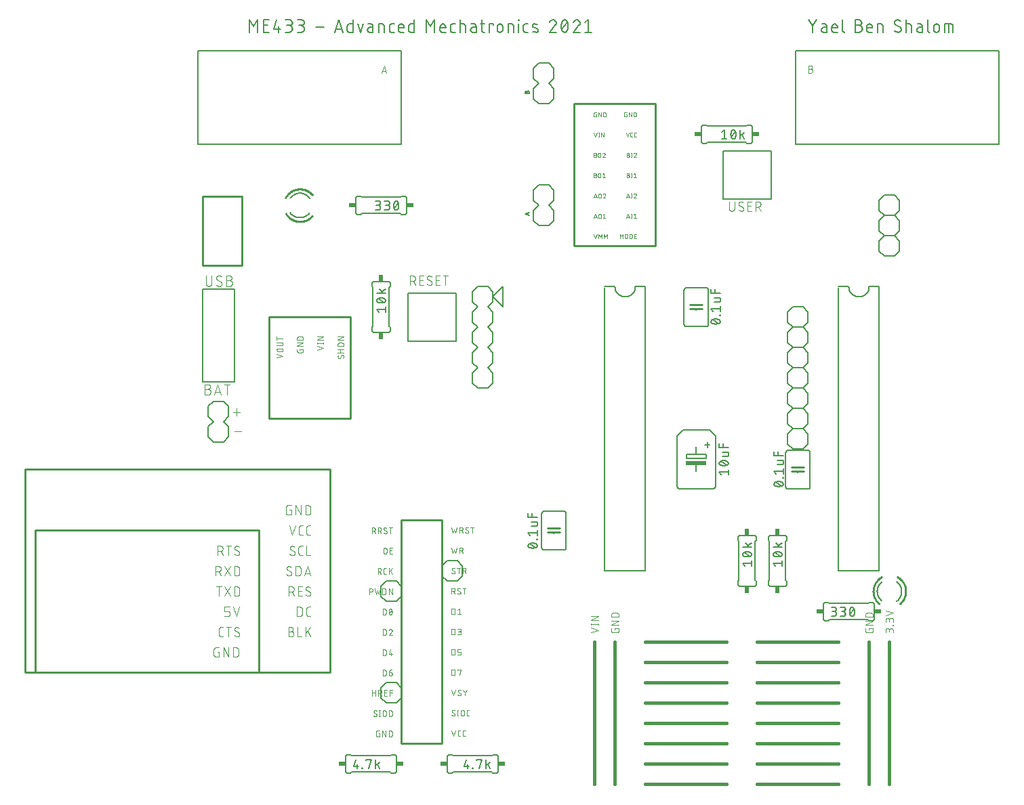
<source format=gbr>
G04 EAGLE Gerber RS-274X export*
G75*
%MOMM*%
%FSLAX34Y34*%
%LPD*%
%INSilkscreen Top*%
%IPPOS*%
%AMOC8*
5,1,8,0,0,1.08239X$1,22.5*%
G01*
%ADD10C,0.152400*%
%ADD11C,0.406400*%
%ADD12C,0.076200*%
%ADD13C,0.127000*%
%ADD14C,0.101600*%
%ADD15C,0.203200*%
%ADD16C,0.254000*%
%ADD17R,0.863600X0.609600*%
%ADD18R,0.609600X0.863600*%
%ADD19R,2.540000X0.508000*%
%ADD20C,0.050800*%


D10*
X0Y942340D02*
X254000Y942340D01*
X254000Y825500D01*
X0Y825500D01*
X0Y942340D01*
X746760Y942340D02*
X1000760Y942340D01*
X1000760Y825500D01*
X746760Y825500D01*
X746760Y942340D01*
D11*
X660400Y203200D02*
X558800Y203200D01*
X558800Y177800D02*
X660400Y177800D01*
X660400Y152400D02*
X558800Y152400D01*
X558800Y127000D02*
X660400Y127000D01*
X660400Y101600D02*
X558800Y101600D01*
X558800Y76200D02*
X660400Y76200D01*
X660400Y50800D02*
X558800Y50800D01*
X558800Y25400D02*
X660400Y25400D01*
X698500Y203200D02*
X800100Y203200D01*
X800100Y177800D02*
X698500Y177800D01*
X698500Y152400D02*
X800100Y152400D01*
X800100Y127000D02*
X698500Y127000D01*
X698500Y101600D02*
X800100Y101600D01*
X800100Y76200D02*
X698500Y76200D01*
X698500Y50800D02*
X800100Y50800D01*
X800100Y25400D02*
X698500Y25400D01*
X863600Y25400D02*
X863600Y203200D01*
X838200Y203200D02*
X838200Y25400D01*
X520700Y25400D02*
X520700Y203200D01*
X495300Y203200D02*
X495300Y25400D01*
D12*
X868299Y215011D02*
X868299Y217622D01*
X868297Y217723D01*
X868291Y217824D01*
X868281Y217925D01*
X868268Y218025D01*
X868250Y218125D01*
X868229Y218224D01*
X868203Y218322D01*
X868174Y218419D01*
X868142Y218515D01*
X868105Y218609D01*
X868065Y218702D01*
X868021Y218794D01*
X867974Y218883D01*
X867923Y218971D01*
X867869Y219057D01*
X867812Y219140D01*
X867752Y219222D01*
X867688Y219300D01*
X867622Y219377D01*
X867552Y219450D01*
X867480Y219521D01*
X867405Y219589D01*
X867327Y219654D01*
X867247Y219716D01*
X867165Y219775D01*
X867080Y219831D01*
X866994Y219883D01*
X866905Y219932D01*
X866814Y219978D01*
X866722Y220019D01*
X866628Y220058D01*
X866533Y220092D01*
X866437Y220123D01*
X866339Y220150D01*
X866241Y220174D01*
X866141Y220193D01*
X866041Y220209D01*
X865941Y220221D01*
X865840Y220229D01*
X865739Y220233D01*
X865637Y220233D01*
X865536Y220229D01*
X865435Y220221D01*
X865335Y220209D01*
X865235Y220193D01*
X865135Y220174D01*
X865037Y220150D01*
X864939Y220123D01*
X864843Y220092D01*
X864748Y220058D01*
X864654Y220019D01*
X864562Y219978D01*
X864471Y219932D01*
X864383Y219883D01*
X864296Y219831D01*
X864211Y219775D01*
X864129Y219716D01*
X864049Y219654D01*
X863971Y219589D01*
X863896Y219521D01*
X863824Y219450D01*
X863754Y219377D01*
X863688Y219300D01*
X863624Y219222D01*
X863564Y219140D01*
X863507Y219057D01*
X863453Y218971D01*
X863402Y218883D01*
X863355Y218794D01*
X863311Y218702D01*
X863271Y218609D01*
X863234Y218515D01*
X863202Y218419D01*
X863173Y218322D01*
X863147Y218224D01*
X863126Y218125D01*
X863108Y218025D01*
X863095Y217925D01*
X863085Y217824D01*
X863079Y217723D01*
X863077Y217622D01*
X858901Y218144D02*
X858901Y215011D01*
X858901Y218144D02*
X858903Y218234D01*
X858909Y218323D01*
X858918Y218413D01*
X858932Y218502D01*
X858949Y218590D01*
X858970Y218677D01*
X858995Y218764D01*
X859024Y218849D01*
X859056Y218933D01*
X859091Y219015D01*
X859131Y219096D01*
X859173Y219175D01*
X859219Y219252D01*
X859269Y219327D01*
X859321Y219400D01*
X859377Y219471D01*
X859435Y219539D01*
X859497Y219604D01*
X859561Y219667D01*
X859628Y219727D01*
X859697Y219784D01*
X859769Y219838D01*
X859843Y219889D01*
X859919Y219937D01*
X859997Y219981D01*
X860077Y220022D01*
X860159Y220060D01*
X860242Y220094D01*
X860327Y220124D01*
X860413Y220151D01*
X860499Y220174D01*
X860587Y220193D01*
X860676Y220208D01*
X860765Y220220D01*
X860854Y220228D01*
X860944Y220232D01*
X861034Y220232D01*
X861124Y220228D01*
X861213Y220220D01*
X861302Y220208D01*
X861391Y220193D01*
X861479Y220174D01*
X861565Y220151D01*
X861651Y220124D01*
X861736Y220094D01*
X861819Y220060D01*
X861901Y220022D01*
X861981Y219981D01*
X862059Y219937D01*
X862135Y219889D01*
X862209Y219838D01*
X862281Y219784D01*
X862350Y219727D01*
X862417Y219667D01*
X862481Y219604D01*
X862543Y219539D01*
X862601Y219471D01*
X862657Y219400D01*
X862709Y219327D01*
X862759Y219252D01*
X862805Y219175D01*
X862847Y219096D01*
X862887Y219015D01*
X862922Y218933D01*
X862954Y218849D01*
X862983Y218764D01*
X863008Y218677D01*
X863029Y218590D01*
X863046Y218502D01*
X863060Y218413D01*
X863069Y218323D01*
X863075Y218234D01*
X863077Y218144D01*
X863078Y218144D02*
X863078Y216055D01*
X867777Y223761D02*
X868299Y223761D01*
X867777Y223761D02*
X867777Y224283D01*
X868299Y224283D01*
X868299Y223761D01*
X868299Y227813D02*
X868299Y230423D01*
X868297Y230524D01*
X868291Y230625D01*
X868281Y230726D01*
X868268Y230826D01*
X868250Y230926D01*
X868229Y231025D01*
X868203Y231123D01*
X868174Y231220D01*
X868142Y231316D01*
X868105Y231410D01*
X868065Y231503D01*
X868021Y231595D01*
X867974Y231684D01*
X867923Y231772D01*
X867869Y231858D01*
X867812Y231941D01*
X867752Y232023D01*
X867688Y232101D01*
X867622Y232178D01*
X867552Y232251D01*
X867480Y232322D01*
X867405Y232390D01*
X867327Y232455D01*
X867247Y232517D01*
X867165Y232576D01*
X867080Y232632D01*
X866994Y232684D01*
X866905Y232733D01*
X866814Y232779D01*
X866722Y232820D01*
X866628Y232859D01*
X866533Y232893D01*
X866437Y232924D01*
X866339Y232951D01*
X866241Y232975D01*
X866141Y232994D01*
X866041Y233010D01*
X865941Y233022D01*
X865840Y233030D01*
X865739Y233034D01*
X865637Y233034D01*
X865536Y233030D01*
X865435Y233022D01*
X865335Y233010D01*
X865235Y232994D01*
X865135Y232975D01*
X865037Y232951D01*
X864939Y232924D01*
X864843Y232893D01*
X864748Y232859D01*
X864654Y232820D01*
X864562Y232779D01*
X864471Y232733D01*
X864383Y232684D01*
X864296Y232632D01*
X864211Y232576D01*
X864129Y232517D01*
X864049Y232455D01*
X863971Y232390D01*
X863896Y232322D01*
X863824Y232251D01*
X863754Y232178D01*
X863688Y232101D01*
X863624Y232023D01*
X863564Y231941D01*
X863507Y231858D01*
X863453Y231772D01*
X863402Y231684D01*
X863355Y231595D01*
X863311Y231503D01*
X863271Y231410D01*
X863234Y231316D01*
X863202Y231220D01*
X863173Y231123D01*
X863147Y231025D01*
X863126Y230926D01*
X863108Y230826D01*
X863095Y230726D01*
X863085Y230625D01*
X863079Y230524D01*
X863077Y230423D01*
X858901Y230945D02*
X858901Y227813D01*
X858901Y230945D02*
X858903Y231035D01*
X858909Y231124D01*
X858918Y231214D01*
X858932Y231303D01*
X858949Y231391D01*
X858970Y231478D01*
X858995Y231565D01*
X859024Y231650D01*
X859056Y231734D01*
X859091Y231816D01*
X859131Y231897D01*
X859173Y231976D01*
X859219Y232053D01*
X859269Y232128D01*
X859321Y232201D01*
X859377Y232272D01*
X859435Y232340D01*
X859497Y232405D01*
X859561Y232468D01*
X859628Y232528D01*
X859697Y232585D01*
X859769Y232639D01*
X859843Y232690D01*
X859919Y232738D01*
X859997Y232782D01*
X860077Y232823D01*
X860159Y232861D01*
X860242Y232895D01*
X860327Y232925D01*
X860413Y232952D01*
X860499Y232975D01*
X860587Y232994D01*
X860676Y233009D01*
X860765Y233021D01*
X860854Y233029D01*
X860944Y233033D01*
X861034Y233033D01*
X861124Y233029D01*
X861213Y233021D01*
X861302Y233009D01*
X861391Y232994D01*
X861479Y232975D01*
X861565Y232952D01*
X861651Y232925D01*
X861736Y232895D01*
X861819Y232861D01*
X861901Y232823D01*
X861981Y232782D01*
X862059Y232738D01*
X862135Y232690D01*
X862209Y232639D01*
X862281Y232585D01*
X862350Y232528D01*
X862417Y232468D01*
X862481Y232405D01*
X862543Y232340D01*
X862601Y232272D01*
X862657Y232201D01*
X862709Y232128D01*
X862759Y232053D01*
X862805Y231976D01*
X862847Y231897D01*
X862887Y231816D01*
X862922Y231734D01*
X862954Y231650D01*
X862983Y231565D01*
X863008Y231478D01*
X863029Y231391D01*
X863046Y231303D01*
X863060Y231214D01*
X863069Y231124D01*
X863075Y231035D01*
X863077Y230945D01*
X863078Y230945D02*
X863078Y228857D01*
X858901Y236434D02*
X868299Y239567D01*
X858901Y242700D01*
X837678Y220232D02*
X837678Y218666D01*
X837678Y220232D02*
X842899Y220232D01*
X842899Y217099D01*
X842897Y217010D01*
X842891Y216922D01*
X842882Y216834D01*
X842869Y216746D01*
X842852Y216659D01*
X842832Y216573D01*
X842807Y216488D01*
X842780Y216403D01*
X842748Y216320D01*
X842714Y216239D01*
X842675Y216159D01*
X842634Y216081D01*
X842589Y216004D01*
X842541Y215930D01*
X842490Y215857D01*
X842436Y215787D01*
X842378Y215720D01*
X842318Y215654D01*
X842256Y215592D01*
X842190Y215532D01*
X842123Y215474D01*
X842053Y215420D01*
X841980Y215369D01*
X841906Y215321D01*
X841829Y215276D01*
X841751Y215235D01*
X841671Y215196D01*
X841590Y215162D01*
X841507Y215130D01*
X841422Y215103D01*
X841337Y215078D01*
X841251Y215058D01*
X841164Y215041D01*
X841076Y215028D01*
X840988Y215019D01*
X840900Y215013D01*
X840811Y215011D01*
X835589Y215011D01*
X835498Y215013D01*
X835407Y215019D01*
X835316Y215029D01*
X835226Y215043D01*
X835137Y215061D01*
X835048Y215082D01*
X834961Y215108D01*
X834875Y215137D01*
X834790Y215170D01*
X834706Y215207D01*
X834624Y215247D01*
X834545Y215291D01*
X834467Y215338D01*
X834391Y215389D01*
X834317Y215443D01*
X834246Y215500D01*
X834178Y215560D01*
X834112Y215623D01*
X834049Y215689D01*
X833989Y215757D01*
X833932Y215828D01*
X833878Y215902D01*
X833827Y215978D01*
X833780Y216055D01*
X833736Y216135D01*
X833696Y216217D01*
X833659Y216301D01*
X833626Y216385D01*
X833597Y216472D01*
X833571Y216559D01*
X833550Y216648D01*
X833532Y216737D01*
X833518Y216827D01*
X833508Y216918D01*
X833502Y217009D01*
X833500Y217100D01*
X833501Y217099D02*
X833501Y220232D01*
X833501Y224765D02*
X842899Y224765D01*
X842899Y229986D02*
X833501Y224765D01*
X833501Y229986D02*
X842899Y229986D01*
X842899Y234518D02*
X833501Y234518D01*
X833501Y237129D01*
X833503Y237229D01*
X833509Y237329D01*
X833518Y237428D01*
X833532Y237528D01*
X833549Y237626D01*
X833570Y237724D01*
X833594Y237821D01*
X833623Y237917D01*
X833655Y238012D01*
X833690Y238105D01*
X833729Y238197D01*
X833772Y238288D01*
X833818Y238376D01*
X833868Y238463D01*
X833920Y238548D01*
X833976Y238631D01*
X834035Y238712D01*
X834098Y238790D01*
X834163Y238866D01*
X834231Y238940D01*
X834301Y239010D01*
X834375Y239078D01*
X834451Y239143D01*
X834529Y239206D01*
X834610Y239265D01*
X834693Y239321D01*
X834778Y239373D01*
X834865Y239423D01*
X834953Y239469D01*
X835044Y239512D01*
X835136Y239551D01*
X835229Y239586D01*
X835324Y239618D01*
X835420Y239647D01*
X835517Y239671D01*
X835615Y239692D01*
X835713Y239709D01*
X835813Y239723D01*
X835912Y239732D01*
X836012Y239738D01*
X836112Y239740D01*
X836112Y239739D02*
X840288Y239739D01*
X840288Y239740D02*
X840388Y239738D01*
X840488Y239732D01*
X840587Y239723D01*
X840687Y239709D01*
X840785Y239692D01*
X840883Y239671D01*
X840980Y239647D01*
X841076Y239618D01*
X841171Y239586D01*
X841264Y239551D01*
X841356Y239512D01*
X841447Y239469D01*
X841535Y239423D01*
X841622Y239373D01*
X841707Y239321D01*
X841790Y239265D01*
X841871Y239206D01*
X841949Y239143D01*
X842025Y239078D01*
X842099Y239010D01*
X842169Y238940D01*
X842237Y238866D01*
X842302Y238790D01*
X842365Y238712D01*
X842424Y238631D01*
X842480Y238548D01*
X842532Y238463D01*
X842582Y238376D01*
X842628Y238288D01*
X842671Y238197D01*
X842710Y238105D01*
X842745Y238012D01*
X842777Y237917D01*
X842806Y237821D01*
X842830Y237724D01*
X842851Y237626D01*
X842868Y237528D01*
X842882Y237428D01*
X842891Y237329D01*
X842897Y237229D01*
X842899Y237129D01*
X842899Y234518D01*
X520178Y220232D02*
X520178Y218666D01*
X520178Y220232D02*
X525399Y220232D01*
X525399Y217099D01*
X525397Y217010D01*
X525391Y216922D01*
X525382Y216834D01*
X525369Y216746D01*
X525352Y216659D01*
X525332Y216573D01*
X525307Y216488D01*
X525280Y216403D01*
X525248Y216320D01*
X525214Y216239D01*
X525175Y216159D01*
X525134Y216081D01*
X525089Y216004D01*
X525041Y215930D01*
X524990Y215857D01*
X524936Y215787D01*
X524878Y215720D01*
X524818Y215654D01*
X524756Y215592D01*
X524690Y215532D01*
X524623Y215474D01*
X524553Y215420D01*
X524480Y215369D01*
X524406Y215321D01*
X524329Y215276D01*
X524251Y215235D01*
X524171Y215196D01*
X524090Y215162D01*
X524007Y215130D01*
X523922Y215103D01*
X523837Y215078D01*
X523751Y215058D01*
X523664Y215041D01*
X523576Y215028D01*
X523488Y215019D01*
X523400Y215013D01*
X523311Y215011D01*
X518089Y215011D01*
X517998Y215013D01*
X517907Y215019D01*
X517816Y215029D01*
X517726Y215043D01*
X517637Y215061D01*
X517548Y215082D01*
X517461Y215108D01*
X517375Y215137D01*
X517290Y215170D01*
X517206Y215207D01*
X517124Y215247D01*
X517045Y215291D01*
X516967Y215338D01*
X516891Y215389D01*
X516817Y215443D01*
X516746Y215500D01*
X516678Y215560D01*
X516612Y215623D01*
X516549Y215689D01*
X516489Y215757D01*
X516432Y215828D01*
X516378Y215902D01*
X516327Y215978D01*
X516280Y216055D01*
X516236Y216135D01*
X516196Y216217D01*
X516159Y216301D01*
X516126Y216385D01*
X516097Y216472D01*
X516071Y216559D01*
X516050Y216648D01*
X516032Y216737D01*
X516018Y216827D01*
X516008Y216918D01*
X516002Y217009D01*
X516000Y217100D01*
X516001Y217099D02*
X516001Y220232D01*
X516001Y224765D02*
X525399Y224765D01*
X525399Y229986D02*
X516001Y224765D01*
X516001Y229986D02*
X525399Y229986D01*
X525399Y234518D02*
X516001Y234518D01*
X516001Y237129D01*
X516003Y237229D01*
X516009Y237329D01*
X516018Y237428D01*
X516032Y237528D01*
X516049Y237626D01*
X516070Y237724D01*
X516094Y237821D01*
X516123Y237917D01*
X516155Y238012D01*
X516190Y238105D01*
X516229Y238197D01*
X516272Y238288D01*
X516318Y238376D01*
X516368Y238463D01*
X516420Y238548D01*
X516476Y238631D01*
X516535Y238712D01*
X516598Y238790D01*
X516663Y238866D01*
X516731Y238940D01*
X516801Y239010D01*
X516875Y239078D01*
X516951Y239143D01*
X517029Y239206D01*
X517110Y239265D01*
X517193Y239321D01*
X517278Y239373D01*
X517365Y239423D01*
X517453Y239469D01*
X517544Y239512D01*
X517636Y239551D01*
X517729Y239586D01*
X517824Y239618D01*
X517920Y239647D01*
X518017Y239671D01*
X518115Y239692D01*
X518213Y239709D01*
X518313Y239723D01*
X518412Y239732D01*
X518512Y239738D01*
X518612Y239740D01*
X518612Y239739D02*
X522788Y239739D01*
X522788Y239740D02*
X522888Y239738D01*
X522988Y239732D01*
X523087Y239723D01*
X523187Y239709D01*
X523285Y239692D01*
X523383Y239671D01*
X523480Y239647D01*
X523576Y239618D01*
X523671Y239586D01*
X523764Y239551D01*
X523856Y239512D01*
X523947Y239469D01*
X524035Y239423D01*
X524122Y239373D01*
X524207Y239321D01*
X524290Y239265D01*
X524371Y239206D01*
X524449Y239143D01*
X524525Y239078D01*
X524599Y239010D01*
X524669Y238940D01*
X524737Y238866D01*
X524802Y238790D01*
X524865Y238712D01*
X524924Y238631D01*
X524980Y238548D01*
X525032Y238463D01*
X525082Y238376D01*
X525128Y238288D01*
X525171Y238197D01*
X525210Y238105D01*
X525245Y238012D01*
X525277Y237917D01*
X525306Y237821D01*
X525330Y237724D01*
X525351Y237626D01*
X525368Y237528D01*
X525382Y237428D01*
X525391Y237329D01*
X525397Y237229D01*
X525399Y237129D01*
X525399Y234518D01*
X499999Y218144D02*
X490601Y215011D01*
X490601Y221276D02*
X499999Y218144D01*
X499999Y225459D02*
X490601Y225459D01*
X499999Y224415D02*
X499999Y226503D01*
X490601Y226503D02*
X490601Y224415D01*
X490601Y230468D02*
X499999Y230468D01*
X499999Y235689D02*
X490601Y230468D01*
X490601Y235689D02*
X499999Y235689D01*
X228981Y914781D02*
X232114Y924179D01*
X235246Y914781D01*
X234463Y917131D02*
X229764Y917131D01*
X762381Y920002D02*
X764992Y920002D01*
X764992Y920003D02*
X765093Y920001D01*
X765194Y919995D01*
X765295Y919985D01*
X765395Y919972D01*
X765495Y919954D01*
X765594Y919933D01*
X765692Y919907D01*
X765789Y919878D01*
X765885Y919846D01*
X765979Y919809D01*
X766072Y919769D01*
X766164Y919725D01*
X766253Y919678D01*
X766341Y919627D01*
X766427Y919573D01*
X766510Y919516D01*
X766592Y919456D01*
X766670Y919392D01*
X766747Y919326D01*
X766820Y919256D01*
X766891Y919184D01*
X766959Y919109D01*
X767024Y919031D01*
X767086Y918951D01*
X767145Y918869D01*
X767201Y918784D01*
X767253Y918698D01*
X767302Y918609D01*
X767348Y918518D01*
X767389Y918426D01*
X767428Y918332D01*
X767462Y918237D01*
X767493Y918141D01*
X767520Y918043D01*
X767544Y917945D01*
X767563Y917845D01*
X767579Y917745D01*
X767591Y917645D01*
X767599Y917544D01*
X767603Y917443D01*
X767603Y917341D01*
X767599Y917240D01*
X767591Y917139D01*
X767579Y917039D01*
X767563Y916939D01*
X767544Y916839D01*
X767520Y916741D01*
X767493Y916643D01*
X767462Y916547D01*
X767428Y916452D01*
X767389Y916358D01*
X767348Y916266D01*
X767302Y916175D01*
X767253Y916087D01*
X767201Y916000D01*
X767145Y915915D01*
X767086Y915833D01*
X767024Y915753D01*
X766959Y915675D01*
X766891Y915600D01*
X766820Y915528D01*
X766747Y915458D01*
X766670Y915392D01*
X766592Y915328D01*
X766510Y915268D01*
X766427Y915211D01*
X766341Y915157D01*
X766253Y915106D01*
X766164Y915059D01*
X766072Y915015D01*
X765979Y914975D01*
X765885Y914938D01*
X765789Y914906D01*
X765692Y914877D01*
X765594Y914851D01*
X765495Y914830D01*
X765395Y914812D01*
X765295Y914799D01*
X765194Y914789D01*
X765093Y914783D01*
X764992Y914781D01*
X762381Y914781D01*
X762381Y924179D01*
X764992Y924179D01*
X765082Y924177D01*
X765171Y924171D01*
X765261Y924162D01*
X765350Y924148D01*
X765438Y924131D01*
X765525Y924110D01*
X765612Y924085D01*
X765697Y924056D01*
X765781Y924024D01*
X765863Y923989D01*
X765944Y923949D01*
X766023Y923907D01*
X766100Y923861D01*
X766175Y923811D01*
X766248Y923759D01*
X766319Y923703D01*
X766387Y923645D01*
X766452Y923583D01*
X766515Y923519D01*
X766575Y923452D01*
X766632Y923383D01*
X766686Y923311D01*
X766737Y923237D01*
X766785Y923161D01*
X766829Y923083D01*
X766870Y923003D01*
X766908Y922921D01*
X766942Y922838D01*
X766972Y922753D01*
X766999Y922667D01*
X767022Y922581D01*
X767041Y922493D01*
X767056Y922404D01*
X767068Y922315D01*
X767076Y922226D01*
X767080Y922136D01*
X767080Y922046D01*
X767076Y921956D01*
X767068Y921867D01*
X767056Y921778D01*
X767041Y921689D01*
X767022Y921601D01*
X766999Y921515D01*
X766972Y921429D01*
X766942Y921344D01*
X766908Y921261D01*
X766870Y921179D01*
X766829Y921099D01*
X766785Y921021D01*
X766737Y920945D01*
X766686Y920871D01*
X766632Y920799D01*
X766575Y920730D01*
X766515Y920663D01*
X766452Y920599D01*
X766387Y920537D01*
X766319Y920479D01*
X766248Y920423D01*
X766175Y920371D01*
X766100Y920321D01*
X766023Y920275D01*
X765944Y920233D01*
X765863Y920193D01*
X765781Y920158D01*
X765697Y920126D01*
X765612Y920097D01*
X765525Y920072D01*
X765438Y920051D01*
X765350Y920034D01*
X765261Y920020D01*
X765171Y920011D01*
X765082Y920005D01*
X764992Y920003D01*
D13*
X767800Y974012D02*
X762635Y981329D01*
X767800Y974012D02*
X772964Y981329D01*
X767800Y974012D02*
X767800Y965835D01*
X781176Y971860D02*
X785049Y971860D01*
X781176Y971861D02*
X781067Y971859D01*
X780959Y971853D01*
X780850Y971843D01*
X780742Y971830D01*
X780635Y971812D01*
X780528Y971791D01*
X780422Y971765D01*
X780318Y971736D01*
X780214Y971703D01*
X780111Y971667D01*
X780010Y971626D01*
X779911Y971583D01*
X779813Y971535D01*
X779717Y971484D01*
X779623Y971430D01*
X779530Y971372D01*
X779440Y971311D01*
X779353Y971247D01*
X779267Y971179D01*
X779184Y971109D01*
X779104Y971035D01*
X779026Y970959D01*
X778952Y970880D01*
X778880Y970799D01*
X778811Y970714D01*
X778745Y970628D01*
X778682Y970539D01*
X778623Y970448D01*
X778567Y970355D01*
X778514Y970259D01*
X778465Y970162D01*
X778419Y970064D01*
X778377Y969963D01*
X778339Y969861D01*
X778304Y969758D01*
X778273Y969654D01*
X778246Y969549D01*
X778222Y969442D01*
X778203Y969335D01*
X778187Y969228D01*
X778175Y969120D01*
X778167Y969011D01*
X778163Y968902D01*
X778163Y968794D01*
X778167Y968685D01*
X778175Y968576D01*
X778187Y968468D01*
X778203Y968361D01*
X778222Y968254D01*
X778246Y968147D01*
X778273Y968042D01*
X778304Y967938D01*
X778339Y967835D01*
X778377Y967733D01*
X778419Y967632D01*
X778465Y967534D01*
X778514Y967437D01*
X778567Y967342D01*
X778623Y967248D01*
X778682Y967157D01*
X778745Y967068D01*
X778811Y966982D01*
X778880Y966897D01*
X778952Y966816D01*
X779026Y966737D01*
X779104Y966661D01*
X779184Y966587D01*
X779267Y966517D01*
X779353Y966449D01*
X779440Y966385D01*
X779530Y966324D01*
X779623Y966266D01*
X779717Y966212D01*
X779813Y966161D01*
X779911Y966113D01*
X780010Y966070D01*
X780111Y966029D01*
X780214Y965993D01*
X780318Y965960D01*
X780422Y965931D01*
X780528Y965905D01*
X780635Y965884D01*
X780742Y965866D01*
X780850Y965853D01*
X780959Y965843D01*
X781067Y965837D01*
X781176Y965835D01*
X785049Y965835D01*
X785049Y973582D01*
X785047Y973681D01*
X785041Y973780D01*
X785032Y973878D01*
X785019Y973976D01*
X785002Y974074D01*
X784981Y974170D01*
X784957Y974266D01*
X784929Y974361D01*
X784897Y974455D01*
X784862Y974547D01*
X784823Y974638D01*
X784781Y974728D01*
X784735Y974815D01*
X784686Y974901D01*
X784634Y974985D01*
X784579Y975067D01*
X784520Y975147D01*
X784459Y975225D01*
X784395Y975300D01*
X784327Y975372D01*
X784257Y975442D01*
X784185Y975510D01*
X784110Y975574D01*
X784032Y975635D01*
X783952Y975694D01*
X783870Y975749D01*
X783786Y975801D01*
X783700Y975850D01*
X783613Y975896D01*
X783523Y975938D01*
X783432Y975977D01*
X783340Y976012D01*
X783246Y976044D01*
X783151Y976072D01*
X783055Y976096D01*
X782959Y976117D01*
X782861Y976134D01*
X782763Y976147D01*
X782665Y976156D01*
X782566Y976162D01*
X782467Y976164D01*
X779024Y976164D01*
X794193Y965835D02*
X798497Y965835D01*
X794193Y965835D02*
X794094Y965837D01*
X793995Y965843D01*
X793897Y965852D01*
X793799Y965865D01*
X793701Y965882D01*
X793605Y965903D01*
X793509Y965927D01*
X793414Y965955D01*
X793320Y965987D01*
X793228Y966022D01*
X793137Y966061D01*
X793047Y966103D01*
X792960Y966149D01*
X792874Y966198D01*
X792790Y966250D01*
X792708Y966305D01*
X792628Y966364D01*
X792550Y966425D01*
X792475Y966489D01*
X792403Y966557D01*
X792333Y966627D01*
X792265Y966699D01*
X792201Y966774D01*
X792140Y966852D01*
X792081Y966932D01*
X792026Y967014D01*
X791974Y967098D01*
X791925Y967184D01*
X791879Y967271D01*
X791837Y967361D01*
X791798Y967452D01*
X791763Y967544D01*
X791731Y967638D01*
X791703Y967733D01*
X791679Y967829D01*
X791658Y967925D01*
X791641Y968023D01*
X791628Y968121D01*
X791619Y968219D01*
X791613Y968318D01*
X791611Y968417D01*
X791611Y972721D01*
X791613Y972837D01*
X791619Y972953D01*
X791629Y973069D01*
X791642Y973185D01*
X791660Y973300D01*
X791681Y973414D01*
X791707Y973528D01*
X791736Y973640D01*
X791769Y973752D01*
X791806Y973862D01*
X791846Y973971D01*
X791890Y974079D01*
X791938Y974185D01*
X791989Y974289D01*
X792044Y974392D01*
X792102Y974493D01*
X792163Y974591D01*
X792228Y974688D01*
X792296Y974782D01*
X792367Y974874D01*
X792442Y974964D01*
X792519Y975051D01*
X792599Y975135D01*
X792682Y975216D01*
X792768Y975295D01*
X792856Y975371D01*
X792947Y975444D01*
X793040Y975513D01*
X793135Y975580D01*
X793233Y975643D01*
X793333Y975703D01*
X793434Y975759D01*
X793538Y975812D01*
X793643Y975862D01*
X793750Y975907D01*
X793858Y975950D01*
X793968Y975988D01*
X794079Y976023D01*
X794191Y976054D01*
X794304Y976081D01*
X794418Y976105D01*
X794533Y976124D01*
X794648Y976140D01*
X794764Y976152D01*
X794880Y976160D01*
X794996Y976164D01*
X795112Y976164D01*
X795228Y976160D01*
X795344Y976152D01*
X795460Y976140D01*
X795575Y976124D01*
X795690Y976105D01*
X795804Y976081D01*
X795917Y976054D01*
X796029Y976023D01*
X796140Y975988D01*
X796250Y975950D01*
X796358Y975907D01*
X796465Y975862D01*
X796570Y975812D01*
X796674Y975759D01*
X796776Y975703D01*
X796875Y975643D01*
X796973Y975580D01*
X797068Y975513D01*
X797161Y975444D01*
X797252Y975371D01*
X797340Y975295D01*
X797426Y975216D01*
X797509Y975135D01*
X797589Y975051D01*
X797666Y974964D01*
X797741Y974874D01*
X797812Y974782D01*
X797880Y974688D01*
X797945Y974591D01*
X798006Y974493D01*
X798064Y974392D01*
X798119Y974289D01*
X798170Y974185D01*
X798218Y974079D01*
X798262Y973971D01*
X798302Y973862D01*
X798339Y973752D01*
X798372Y973640D01*
X798401Y973528D01*
X798427Y973414D01*
X798448Y973300D01*
X798466Y973185D01*
X798479Y973069D01*
X798489Y972953D01*
X798495Y972837D01*
X798497Y972721D01*
X798497Y971000D01*
X791611Y971000D01*
X804723Y968417D02*
X804723Y981329D01*
X804723Y968417D02*
X804725Y968318D01*
X804731Y968219D01*
X804740Y968121D01*
X804753Y968023D01*
X804770Y967925D01*
X804791Y967829D01*
X804815Y967733D01*
X804843Y967638D01*
X804875Y967544D01*
X804910Y967452D01*
X804949Y967361D01*
X804991Y967271D01*
X805037Y967184D01*
X805086Y967098D01*
X805138Y967014D01*
X805193Y966932D01*
X805252Y966852D01*
X805313Y966774D01*
X805377Y966699D01*
X805445Y966627D01*
X805515Y966557D01*
X805587Y966489D01*
X805662Y966425D01*
X805740Y966364D01*
X805820Y966305D01*
X805902Y966250D01*
X805986Y966198D01*
X806072Y966149D01*
X806159Y966103D01*
X806249Y966061D01*
X806340Y966022D01*
X806432Y965987D01*
X806526Y965955D01*
X806621Y965927D01*
X806717Y965903D01*
X806813Y965882D01*
X806911Y965865D01*
X807009Y965852D01*
X807107Y965843D01*
X807206Y965837D01*
X807305Y965835D01*
X821174Y974443D02*
X825478Y974443D01*
X825608Y974441D01*
X825738Y974435D01*
X825868Y974425D01*
X825997Y974412D01*
X826126Y974394D01*
X826254Y974373D01*
X826381Y974347D01*
X826508Y974318D01*
X826634Y974285D01*
X826758Y974248D01*
X826882Y974208D01*
X827004Y974163D01*
X827125Y974115D01*
X827244Y974064D01*
X827362Y974009D01*
X827478Y973950D01*
X827592Y973888D01*
X827705Y973822D01*
X827815Y973753D01*
X827923Y973681D01*
X828029Y973606D01*
X828132Y973527D01*
X828233Y973445D01*
X828332Y973361D01*
X828428Y973273D01*
X828521Y973182D01*
X828612Y973089D01*
X828700Y972993D01*
X828784Y972894D01*
X828866Y972793D01*
X828945Y972690D01*
X829020Y972584D01*
X829092Y972476D01*
X829161Y972366D01*
X829227Y972253D01*
X829289Y972139D01*
X829348Y972023D01*
X829403Y971905D01*
X829454Y971786D01*
X829502Y971665D01*
X829547Y971543D01*
X829587Y971419D01*
X829624Y971295D01*
X829657Y971169D01*
X829686Y971042D01*
X829712Y970915D01*
X829733Y970787D01*
X829751Y970658D01*
X829764Y970529D01*
X829774Y970399D01*
X829780Y970269D01*
X829782Y970139D01*
X829780Y970009D01*
X829774Y969879D01*
X829764Y969749D01*
X829751Y969620D01*
X829733Y969491D01*
X829712Y969363D01*
X829686Y969236D01*
X829657Y969109D01*
X829624Y968983D01*
X829587Y968859D01*
X829547Y968735D01*
X829502Y968613D01*
X829454Y968492D01*
X829403Y968373D01*
X829348Y968255D01*
X829289Y968139D01*
X829227Y968025D01*
X829161Y967912D01*
X829092Y967802D01*
X829020Y967694D01*
X828945Y967588D01*
X828866Y967485D01*
X828784Y967384D01*
X828700Y967285D01*
X828612Y967189D01*
X828521Y967096D01*
X828428Y967005D01*
X828332Y966917D01*
X828233Y966833D01*
X828132Y966751D01*
X828029Y966672D01*
X827923Y966597D01*
X827815Y966525D01*
X827705Y966456D01*
X827592Y966390D01*
X827478Y966328D01*
X827362Y966269D01*
X827244Y966214D01*
X827125Y966163D01*
X827004Y966115D01*
X826882Y966070D01*
X826758Y966030D01*
X826634Y965993D01*
X826508Y965960D01*
X826381Y965931D01*
X826254Y965905D01*
X826126Y965884D01*
X825997Y965866D01*
X825868Y965853D01*
X825738Y965843D01*
X825608Y965837D01*
X825478Y965835D01*
X821174Y965835D01*
X821174Y981329D01*
X825478Y981329D01*
X825594Y981327D01*
X825710Y981321D01*
X825826Y981311D01*
X825942Y981298D01*
X826057Y981280D01*
X826171Y981259D01*
X826285Y981233D01*
X826397Y981204D01*
X826509Y981171D01*
X826619Y981134D01*
X826728Y981094D01*
X826836Y981050D01*
X826942Y981002D01*
X827046Y980951D01*
X827149Y980896D01*
X827250Y980838D01*
X827348Y980777D01*
X827445Y980712D01*
X827539Y980644D01*
X827631Y980573D01*
X827721Y980498D01*
X827808Y980421D01*
X827892Y980341D01*
X827973Y980258D01*
X828052Y980172D01*
X828128Y980084D01*
X828201Y979993D01*
X828270Y979900D01*
X828337Y979805D01*
X828400Y979707D01*
X828460Y979608D01*
X828516Y979506D01*
X828569Y979402D01*
X828619Y979297D01*
X828664Y979190D01*
X828707Y979082D01*
X828745Y978972D01*
X828780Y978861D01*
X828811Y978749D01*
X828838Y978636D01*
X828862Y978522D01*
X828881Y978407D01*
X828897Y978292D01*
X828909Y978176D01*
X828917Y978060D01*
X828921Y977944D01*
X828921Y977828D01*
X828917Y977712D01*
X828909Y977596D01*
X828897Y977480D01*
X828881Y977365D01*
X828862Y977250D01*
X828838Y977136D01*
X828811Y977023D01*
X828780Y976911D01*
X828745Y976800D01*
X828707Y976690D01*
X828664Y976582D01*
X828619Y976475D01*
X828569Y976370D01*
X828516Y976266D01*
X828460Y976165D01*
X828400Y976065D01*
X828337Y975967D01*
X828270Y975872D01*
X828201Y975779D01*
X828128Y975688D01*
X828052Y975600D01*
X827973Y975514D01*
X827892Y975431D01*
X827808Y975351D01*
X827721Y975274D01*
X827631Y975199D01*
X827539Y975128D01*
X827445Y975060D01*
X827348Y974995D01*
X827250Y974934D01*
X827149Y974876D01*
X827046Y974821D01*
X826942Y974770D01*
X826836Y974722D01*
X826728Y974678D01*
X826619Y974638D01*
X826509Y974601D01*
X826397Y974568D01*
X826285Y974539D01*
X826171Y974513D01*
X826057Y974492D01*
X825942Y974474D01*
X825826Y974461D01*
X825710Y974451D01*
X825594Y974445D01*
X825478Y974443D01*
X837799Y965835D02*
X842103Y965835D01*
X837799Y965835D02*
X837700Y965837D01*
X837601Y965843D01*
X837503Y965852D01*
X837405Y965865D01*
X837307Y965882D01*
X837211Y965903D01*
X837115Y965927D01*
X837020Y965955D01*
X836926Y965987D01*
X836834Y966022D01*
X836743Y966061D01*
X836653Y966103D01*
X836566Y966149D01*
X836480Y966198D01*
X836396Y966250D01*
X836314Y966305D01*
X836234Y966364D01*
X836156Y966425D01*
X836081Y966489D01*
X836009Y966557D01*
X835939Y966627D01*
X835871Y966699D01*
X835807Y966774D01*
X835746Y966852D01*
X835687Y966932D01*
X835632Y967014D01*
X835580Y967098D01*
X835531Y967184D01*
X835485Y967271D01*
X835443Y967361D01*
X835404Y967452D01*
X835369Y967544D01*
X835337Y967638D01*
X835309Y967733D01*
X835285Y967829D01*
X835264Y967925D01*
X835247Y968023D01*
X835234Y968121D01*
X835225Y968219D01*
X835219Y968318D01*
X835217Y968417D01*
X835217Y972721D01*
X835219Y972837D01*
X835225Y972953D01*
X835235Y973069D01*
X835248Y973185D01*
X835266Y973300D01*
X835287Y973414D01*
X835313Y973528D01*
X835342Y973640D01*
X835375Y973752D01*
X835412Y973862D01*
X835452Y973971D01*
X835496Y974079D01*
X835544Y974185D01*
X835595Y974289D01*
X835650Y974392D01*
X835708Y974493D01*
X835769Y974591D01*
X835834Y974688D01*
X835902Y974782D01*
X835973Y974874D01*
X836048Y974964D01*
X836125Y975051D01*
X836205Y975135D01*
X836288Y975216D01*
X836374Y975295D01*
X836462Y975371D01*
X836553Y975444D01*
X836646Y975513D01*
X836741Y975580D01*
X836839Y975643D01*
X836939Y975703D01*
X837040Y975759D01*
X837144Y975812D01*
X837249Y975862D01*
X837356Y975907D01*
X837464Y975950D01*
X837574Y975988D01*
X837685Y976023D01*
X837797Y976054D01*
X837910Y976081D01*
X838024Y976105D01*
X838139Y976124D01*
X838254Y976140D01*
X838370Y976152D01*
X838486Y976160D01*
X838602Y976164D01*
X838718Y976164D01*
X838834Y976160D01*
X838950Y976152D01*
X839066Y976140D01*
X839181Y976124D01*
X839296Y976105D01*
X839410Y976081D01*
X839523Y976054D01*
X839635Y976023D01*
X839746Y975988D01*
X839856Y975950D01*
X839964Y975907D01*
X840071Y975862D01*
X840176Y975812D01*
X840280Y975759D01*
X840382Y975703D01*
X840481Y975643D01*
X840579Y975580D01*
X840674Y975513D01*
X840767Y975444D01*
X840858Y975371D01*
X840946Y975295D01*
X841032Y975216D01*
X841115Y975135D01*
X841195Y975051D01*
X841272Y974964D01*
X841347Y974874D01*
X841418Y974782D01*
X841486Y974688D01*
X841551Y974591D01*
X841612Y974493D01*
X841670Y974392D01*
X841725Y974289D01*
X841776Y974185D01*
X841824Y974079D01*
X841868Y973971D01*
X841908Y973862D01*
X841945Y973752D01*
X841978Y973640D01*
X842007Y973528D01*
X842033Y973414D01*
X842054Y973300D01*
X842072Y973185D01*
X842085Y973069D01*
X842095Y972953D01*
X842101Y972837D01*
X842103Y972721D01*
X842103Y971000D01*
X835217Y971000D01*
X848596Y965835D02*
X848596Y976164D01*
X852900Y976164D01*
X853001Y976162D01*
X853103Y976156D01*
X853203Y976146D01*
X853304Y976132D01*
X853404Y976114D01*
X853503Y976093D01*
X853601Y976067D01*
X853698Y976038D01*
X853794Y976004D01*
X853888Y975967D01*
X853981Y975927D01*
X854072Y975883D01*
X854162Y975835D01*
X854249Y975784D01*
X854334Y975729D01*
X854418Y975671D01*
X854498Y975610D01*
X854577Y975545D01*
X854653Y975478D01*
X854726Y975408D01*
X854796Y975335D01*
X854863Y975259D01*
X854928Y975181D01*
X854989Y975100D01*
X855047Y975016D01*
X855102Y974931D01*
X855153Y974844D01*
X855201Y974754D01*
X855245Y974663D01*
X855285Y974570D01*
X855322Y974476D01*
X855356Y974380D01*
X855385Y974283D01*
X855411Y974185D01*
X855432Y974086D01*
X855450Y973986D01*
X855464Y973886D01*
X855474Y973785D01*
X855480Y973683D01*
X855482Y973582D01*
X855482Y965835D01*
X874703Y965835D02*
X874818Y965837D01*
X874933Y965843D01*
X875048Y965852D01*
X875162Y965866D01*
X875276Y965883D01*
X875389Y965904D01*
X875501Y965929D01*
X875613Y965957D01*
X875723Y965990D01*
X875832Y966026D01*
X875940Y966065D01*
X876047Y966108D01*
X876152Y966155D01*
X876256Y966205D01*
X876358Y966259D01*
X876458Y966316D01*
X876556Y966376D01*
X876652Y966439D01*
X876745Y966506D01*
X876837Y966576D01*
X876926Y966649D01*
X877013Y966725D01*
X877097Y966803D01*
X877178Y966884D01*
X877257Y966968D01*
X877332Y967055D01*
X877405Y967144D01*
X877475Y967236D01*
X877542Y967329D01*
X877605Y967425D01*
X877665Y967523D01*
X877722Y967623D01*
X877776Y967725D01*
X877826Y967829D01*
X877873Y967934D01*
X877916Y968041D01*
X877955Y968149D01*
X877991Y968258D01*
X878024Y968368D01*
X878052Y968480D01*
X878077Y968592D01*
X878098Y968705D01*
X878115Y968819D01*
X878129Y968933D01*
X878138Y969048D01*
X878144Y969163D01*
X878146Y969278D01*
X874703Y965835D02*
X874529Y965837D01*
X874355Y965843D01*
X874181Y965854D01*
X874008Y965868D01*
X873835Y965887D01*
X873663Y965910D01*
X873491Y965937D01*
X873319Y965968D01*
X873149Y966003D01*
X872979Y966042D01*
X872811Y966085D01*
X872643Y966133D01*
X872477Y966184D01*
X872312Y966239D01*
X872148Y966298D01*
X871986Y966361D01*
X871826Y966428D01*
X871667Y966499D01*
X871509Y966574D01*
X871354Y966652D01*
X871200Y966734D01*
X871049Y966820D01*
X870900Y966909D01*
X870752Y967002D01*
X870607Y967098D01*
X870465Y967198D01*
X870325Y967301D01*
X870187Y967407D01*
X870052Y967517D01*
X869919Y967630D01*
X869790Y967746D01*
X869663Y967865D01*
X869539Y967987D01*
X869969Y977886D02*
X869971Y978001D01*
X869977Y978116D01*
X869986Y978231D01*
X870000Y978345D01*
X870017Y978459D01*
X870038Y978572D01*
X870063Y978684D01*
X870091Y978796D01*
X870124Y978906D01*
X870160Y979015D01*
X870199Y979123D01*
X870242Y979230D01*
X870289Y979335D01*
X870339Y979439D01*
X870393Y979541D01*
X870450Y979641D01*
X870510Y979739D01*
X870573Y979835D01*
X870640Y979928D01*
X870710Y980020D01*
X870783Y980109D01*
X870858Y980196D01*
X870937Y980280D01*
X871018Y980361D01*
X871102Y980440D01*
X871189Y980515D01*
X871278Y980588D01*
X871370Y980658D01*
X871463Y980725D01*
X871559Y980788D01*
X871657Y980848D01*
X871757Y980905D01*
X871859Y980959D01*
X871963Y981009D01*
X872068Y981056D01*
X872175Y981099D01*
X872283Y981138D01*
X872392Y981174D01*
X872502Y981207D01*
X872614Y981235D01*
X872726Y981260D01*
X872839Y981281D01*
X872953Y981298D01*
X873067Y981312D01*
X873182Y981321D01*
X873297Y981327D01*
X873412Y981329D01*
X873572Y981327D01*
X873731Y981321D01*
X873891Y981311D01*
X874050Y981297D01*
X874209Y981280D01*
X874367Y981258D01*
X874525Y981232D01*
X874682Y981203D01*
X874838Y981169D01*
X874994Y981132D01*
X875148Y981091D01*
X875301Y981046D01*
X875454Y980998D01*
X875605Y980945D01*
X875754Y980889D01*
X875902Y980829D01*
X876049Y980766D01*
X876194Y980699D01*
X876337Y980628D01*
X876479Y980554D01*
X876619Y980476D01*
X876756Y980395D01*
X876892Y980311D01*
X877025Y980223D01*
X877157Y980132D01*
X877286Y980038D01*
X871691Y974873D02*
X871591Y974934D01*
X871493Y974999D01*
X871397Y975066D01*
X871304Y975137D01*
X871213Y975211D01*
X871125Y975288D01*
X871039Y975368D01*
X870956Y975451D01*
X870876Y975536D01*
X870799Y975624D01*
X870725Y975715D01*
X870654Y975808D01*
X870585Y975903D01*
X870521Y976001D01*
X870459Y976100D01*
X870401Y976202D01*
X870346Y976306D01*
X870295Y976411D01*
X870248Y976518D01*
X870204Y976627D01*
X870163Y976737D01*
X870127Y976848D01*
X870094Y976960D01*
X870065Y977074D01*
X870039Y977188D01*
X870018Y977303D01*
X870000Y977419D01*
X869987Y977535D01*
X869977Y977652D01*
X869971Y977769D01*
X869969Y977886D01*
X876424Y972291D02*
X876524Y972230D01*
X876622Y972165D01*
X876718Y972098D01*
X876811Y972027D01*
X876902Y971953D01*
X876990Y971876D01*
X877076Y971796D01*
X877159Y971713D01*
X877239Y971628D01*
X877316Y971540D01*
X877390Y971449D01*
X877461Y971356D01*
X877530Y971261D01*
X877594Y971163D01*
X877656Y971064D01*
X877714Y970962D01*
X877769Y970858D01*
X877820Y970753D01*
X877867Y970646D01*
X877911Y970537D01*
X877952Y970427D01*
X877988Y970316D01*
X878021Y970204D01*
X878050Y970090D01*
X878076Y969976D01*
X878097Y969861D01*
X878115Y969745D01*
X878128Y969629D01*
X878138Y969512D01*
X878144Y969395D01*
X878146Y969278D01*
X876425Y972291D02*
X871690Y974873D01*
X884274Y981329D02*
X884274Y965835D01*
X884274Y976164D02*
X888578Y976164D01*
X888679Y976162D01*
X888781Y976156D01*
X888881Y976146D01*
X888982Y976132D01*
X889082Y976114D01*
X889181Y976093D01*
X889279Y976067D01*
X889376Y976038D01*
X889472Y976004D01*
X889566Y975967D01*
X889659Y975927D01*
X889750Y975883D01*
X889840Y975835D01*
X889927Y975784D01*
X890012Y975729D01*
X890096Y975671D01*
X890176Y975610D01*
X890255Y975545D01*
X890331Y975478D01*
X890404Y975408D01*
X890474Y975335D01*
X890541Y975259D01*
X890606Y975181D01*
X890667Y975100D01*
X890725Y975016D01*
X890780Y974931D01*
X890831Y974844D01*
X890879Y974754D01*
X890923Y974663D01*
X890963Y974570D01*
X891000Y974476D01*
X891034Y974380D01*
X891063Y974283D01*
X891089Y974185D01*
X891110Y974086D01*
X891128Y973986D01*
X891142Y973886D01*
X891152Y973785D01*
X891158Y973683D01*
X891160Y973582D01*
X891160Y965835D01*
X900597Y971860D02*
X904471Y971860D01*
X900597Y971861D02*
X900488Y971859D01*
X900380Y971853D01*
X900271Y971843D01*
X900163Y971830D01*
X900056Y971812D01*
X899949Y971791D01*
X899843Y971765D01*
X899739Y971736D01*
X899635Y971703D01*
X899532Y971667D01*
X899431Y971626D01*
X899332Y971583D01*
X899234Y971535D01*
X899138Y971484D01*
X899044Y971430D01*
X898951Y971372D01*
X898861Y971311D01*
X898774Y971247D01*
X898688Y971179D01*
X898605Y971109D01*
X898525Y971035D01*
X898447Y970959D01*
X898373Y970880D01*
X898301Y970799D01*
X898232Y970714D01*
X898166Y970628D01*
X898103Y970539D01*
X898044Y970448D01*
X897988Y970355D01*
X897935Y970259D01*
X897886Y970162D01*
X897840Y970064D01*
X897798Y969963D01*
X897760Y969861D01*
X897725Y969758D01*
X897694Y969654D01*
X897667Y969549D01*
X897643Y969442D01*
X897624Y969335D01*
X897608Y969228D01*
X897596Y969120D01*
X897588Y969011D01*
X897584Y968902D01*
X897584Y968794D01*
X897588Y968685D01*
X897596Y968576D01*
X897608Y968468D01*
X897624Y968361D01*
X897643Y968254D01*
X897667Y968147D01*
X897694Y968042D01*
X897725Y967938D01*
X897760Y967835D01*
X897798Y967733D01*
X897840Y967632D01*
X897886Y967534D01*
X897935Y967437D01*
X897988Y967342D01*
X898044Y967248D01*
X898103Y967157D01*
X898166Y967068D01*
X898232Y966982D01*
X898301Y966897D01*
X898373Y966816D01*
X898447Y966737D01*
X898525Y966661D01*
X898605Y966587D01*
X898688Y966517D01*
X898774Y966449D01*
X898861Y966385D01*
X898951Y966324D01*
X899044Y966266D01*
X899138Y966212D01*
X899234Y966161D01*
X899332Y966113D01*
X899431Y966070D01*
X899532Y966029D01*
X899635Y965993D01*
X899739Y965960D01*
X899843Y965931D01*
X899949Y965905D01*
X900056Y965884D01*
X900163Y965866D01*
X900271Y965853D01*
X900380Y965843D01*
X900488Y965837D01*
X900597Y965835D01*
X904471Y965835D01*
X904471Y973582D01*
X904470Y973582D02*
X904468Y973681D01*
X904462Y973780D01*
X904453Y973878D01*
X904440Y973976D01*
X904423Y974074D01*
X904402Y974170D01*
X904378Y974266D01*
X904350Y974361D01*
X904318Y974455D01*
X904283Y974547D01*
X904244Y974638D01*
X904202Y974728D01*
X904156Y974815D01*
X904107Y974901D01*
X904055Y974985D01*
X904000Y975067D01*
X903941Y975147D01*
X903880Y975225D01*
X903816Y975300D01*
X903748Y975372D01*
X903678Y975442D01*
X903606Y975510D01*
X903531Y975574D01*
X903453Y975635D01*
X903373Y975694D01*
X903291Y975749D01*
X903207Y975801D01*
X903121Y975850D01*
X903034Y975896D01*
X902944Y975938D01*
X902853Y975977D01*
X902761Y976012D01*
X902667Y976044D01*
X902572Y976072D01*
X902476Y976096D01*
X902380Y976117D01*
X902282Y976134D01*
X902184Y976147D01*
X902086Y976156D01*
X901987Y976162D01*
X901888Y976164D01*
X898445Y976164D01*
X911261Y981329D02*
X911261Y968417D01*
X911263Y968318D01*
X911269Y968219D01*
X911278Y968121D01*
X911291Y968023D01*
X911308Y967925D01*
X911329Y967829D01*
X911353Y967733D01*
X911381Y967638D01*
X911413Y967544D01*
X911448Y967452D01*
X911487Y967361D01*
X911529Y967271D01*
X911575Y967184D01*
X911624Y967098D01*
X911676Y967014D01*
X911731Y966932D01*
X911790Y966852D01*
X911851Y966774D01*
X911915Y966699D01*
X911983Y966627D01*
X912053Y966557D01*
X912125Y966489D01*
X912200Y966425D01*
X912278Y966364D01*
X912358Y966305D01*
X912440Y966250D01*
X912524Y966198D01*
X912610Y966149D01*
X912697Y966103D01*
X912787Y966061D01*
X912878Y966022D01*
X912970Y965987D01*
X913064Y965955D01*
X913159Y965927D01*
X913255Y965903D01*
X913351Y965882D01*
X913449Y965865D01*
X913547Y965852D01*
X913645Y965843D01*
X913744Y965837D01*
X913843Y965835D01*
X918961Y969278D02*
X918961Y972721D01*
X918963Y972837D01*
X918969Y972953D01*
X918979Y973069D01*
X918992Y973185D01*
X919010Y973300D01*
X919031Y973414D01*
X919057Y973528D01*
X919086Y973640D01*
X919119Y973752D01*
X919156Y973862D01*
X919196Y973971D01*
X919240Y974079D01*
X919288Y974185D01*
X919339Y974289D01*
X919394Y974392D01*
X919452Y974493D01*
X919513Y974591D01*
X919578Y974688D01*
X919646Y974782D01*
X919717Y974874D01*
X919792Y974964D01*
X919869Y975051D01*
X919949Y975135D01*
X920032Y975216D01*
X920118Y975295D01*
X920206Y975371D01*
X920297Y975444D01*
X920390Y975513D01*
X920485Y975580D01*
X920583Y975643D01*
X920683Y975703D01*
X920784Y975759D01*
X920888Y975812D01*
X920993Y975862D01*
X921100Y975907D01*
X921208Y975950D01*
X921318Y975988D01*
X921429Y976023D01*
X921541Y976054D01*
X921654Y976081D01*
X921768Y976105D01*
X921883Y976124D01*
X921998Y976140D01*
X922114Y976152D01*
X922230Y976160D01*
X922346Y976164D01*
X922462Y976164D01*
X922578Y976160D01*
X922694Y976152D01*
X922810Y976140D01*
X922925Y976124D01*
X923040Y976105D01*
X923154Y976081D01*
X923267Y976054D01*
X923379Y976023D01*
X923490Y975988D01*
X923600Y975950D01*
X923708Y975907D01*
X923815Y975862D01*
X923920Y975812D01*
X924024Y975759D01*
X924126Y975703D01*
X924225Y975643D01*
X924323Y975580D01*
X924418Y975513D01*
X924511Y975444D01*
X924602Y975371D01*
X924690Y975295D01*
X924776Y975216D01*
X924859Y975135D01*
X924939Y975051D01*
X925016Y974964D01*
X925091Y974874D01*
X925162Y974782D01*
X925230Y974688D01*
X925295Y974591D01*
X925356Y974493D01*
X925414Y974392D01*
X925469Y974289D01*
X925520Y974185D01*
X925568Y974079D01*
X925612Y973971D01*
X925652Y973862D01*
X925689Y973752D01*
X925722Y973640D01*
X925751Y973528D01*
X925777Y973414D01*
X925798Y973300D01*
X925816Y973185D01*
X925829Y973069D01*
X925839Y972953D01*
X925845Y972837D01*
X925847Y972721D01*
X925847Y969278D01*
X925845Y969162D01*
X925839Y969046D01*
X925829Y968930D01*
X925816Y968814D01*
X925798Y968699D01*
X925777Y968585D01*
X925751Y968471D01*
X925722Y968359D01*
X925689Y968247D01*
X925652Y968137D01*
X925612Y968028D01*
X925568Y967920D01*
X925520Y967814D01*
X925469Y967710D01*
X925414Y967607D01*
X925356Y967506D01*
X925295Y967408D01*
X925230Y967311D01*
X925162Y967217D01*
X925091Y967125D01*
X925016Y967035D01*
X924939Y966948D01*
X924859Y966864D01*
X924776Y966783D01*
X924690Y966704D01*
X924602Y966628D01*
X924511Y966555D01*
X924418Y966486D01*
X924323Y966419D01*
X924225Y966356D01*
X924126Y966296D01*
X924024Y966240D01*
X923920Y966187D01*
X923815Y966137D01*
X923708Y966092D01*
X923600Y966049D01*
X923490Y966011D01*
X923379Y965976D01*
X923267Y965945D01*
X923154Y965918D01*
X923040Y965894D01*
X922925Y965875D01*
X922810Y965859D01*
X922694Y965847D01*
X922578Y965839D01*
X922462Y965835D01*
X922346Y965835D01*
X922230Y965839D01*
X922114Y965847D01*
X921998Y965859D01*
X921883Y965875D01*
X921768Y965894D01*
X921654Y965918D01*
X921541Y965945D01*
X921429Y965976D01*
X921318Y966011D01*
X921208Y966049D01*
X921100Y966092D01*
X920993Y966137D01*
X920888Y966187D01*
X920784Y966240D01*
X920683Y966296D01*
X920583Y966356D01*
X920485Y966419D01*
X920390Y966486D01*
X920297Y966555D01*
X920206Y966628D01*
X920118Y966704D01*
X920032Y966783D01*
X919949Y966864D01*
X919869Y966948D01*
X919792Y967035D01*
X919717Y967125D01*
X919646Y967217D01*
X919578Y967311D01*
X919513Y967408D01*
X919452Y967506D01*
X919394Y967607D01*
X919339Y967710D01*
X919288Y967814D01*
X919240Y967920D01*
X919196Y968028D01*
X919156Y968137D01*
X919119Y968247D01*
X919086Y968359D01*
X919057Y968471D01*
X919031Y968585D01*
X919010Y968699D01*
X918992Y968814D01*
X918979Y968930D01*
X918969Y969046D01*
X918963Y969162D01*
X918961Y969278D01*
X932600Y965835D02*
X932600Y976164D01*
X940347Y976164D01*
X940446Y976162D01*
X940545Y976156D01*
X940643Y976147D01*
X940741Y976134D01*
X940839Y976117D01*
X940935Y976096D01*
X941031Y976072D01*
X941126Y976044D01*
X941220Y976012D01*
X941312Y975977D01*
X941403Y975938D01*
X941493Y975896D01*
X941580Y975850D01*
X941666Y975801D01*
X941750Y975749D01*
X941832Y975694D01*
X941912Y975635D01*
X941990Y975574D01*
X942065Y975510D01*
X942137Y975442D01*
X942207Y975372D01*
X942275Y975300D01*
X942339Y975225D01*
X942400Y975147D01*
X942459Y975067D01*
X942514Y974985D01*
X942566Y974901D01*
X942615Y974815D01*
X942661Y974728D01*
X942703Y974638D01*
X942742Y974547D01*
X942777Y974455D01*
X942809Y974361D01*
X942837Y974266D01*
X942861Y974170D01*
X942882Y974074D01*
X942899Y973976D01*
X942912Y973878D01*
X942921Y973780D01*
X942927Y973681D01*
X942929Y973582D01*
X942930Y973582D02*
X942930Y965835D01*
X937765Y965835D02*
X937765Y976164D01*
X64135Y981329D02*
X64135Y965835D01*
X69300Y972721D02*
X64135Y981329D01*
X69300Y972721D02*
X74464Y981329D01*
X74464Y965835D01*
X81871Y965835D02*
X88757Y965835D01*
X81871Y965835D02*
X81871Y981329D01*
X88757Y981329D01*
X87036Y974443D02*
X81871Y974443D01*
X94232Y969278D02*
X97675Y981329D01*
X94232Y969278D02*
X102840Y969278D01*
X100257Y972721D02*
X100257Y965835D01*
X109098Y965835D02*
X113401Y965835D01*
X113531Y965837D01*
X113661Y965843D01*
X113791Y965853D01*
X113920Y965866D01*
X114049Y965884D01*
X114177Y965905D01*
X114304Y965931D01*
X114431Y965960D01*
X114557Y965993D01*
X114681Y966030D01*
X114805Y966070D01*
X114927Y966115D01*
X115048Y966163D01*
X115167Y966214D01*
X115285Y966269D01*
X115401Y966328D01*
X115515Y966390D01*
X115628Y966456D01*
X115738Y966525D01*
X115846Y966597D01*
X115952Y966672D01*
X116055Y966751D01*
X116156Y966833D01*
X116255Y966917D01*
X116351Y967005D01*
X116444Y967096D01*
X116535Y967189D01*
X116623Y967285D01*
X116707Y967384D01*
X116789Y967485D01*
X116868Y967588D01*
X116943Y967694D01*
X117015Y967802D01*
X117084Y967912D01*
X117150Y968025D01*
X117212Y968139D01*
X117271Y968255D01*
X117326Y968373D01*
X117377Y968492D01*
X117425Y968613D01*
X117470Y968735D01*
X117510Y968859D01*
X117547Y968983D01*
X117580Y969109D01*
X117609Y969236D01*
X117635Y969363D01*
X117656Y969491D01*
X117674Y969620D01*
X117687Y969749D01*
X117697Y969879D01*
X117703Y970009D01*
X117705Y970139D01*
X117703Y970269D01*
X117697Y970399D01*
X117687Y970529D01*
X117674Y970658D01*
X117656Y970787D01*
X117635Y970915D01*
X117609Y971042D01*
X117580Y971169D01*
X117547Y971295D01*
X117510Y971419D01*
X117470Y971543D01*
X117425Y971665D01*
X117377Y971786D01*
X117326Y971905D01*
X117271Y972023D01*
X117212Y972139D01*
X117150Y972253D01*
X117084Y972366D01*
X117015Y972476D01*
X116943Y972584D01*
X116868Y972690D01*
X116789Y972793D01*
X116707Y972894D01*
X116623Y972993D01*
X116535Y973089D01*
X116444Y973182D01*
X116351Y973273D01*
X116255Y973361D01*
X116156Y973445D01*
X116055Y973527D01*
X115952Y973606D01*
X115846Y973681D01*
X115738Y973753D01*
X115628Y973822D01*
X115515Y973888D01*
X115401Y973950D01*
X115285Y974009D01*
X115167Y974064D01*
X115048Y974115D01*
X114927Y974163D01*
X114805Y974208D01*
X114681Y974248D01*
X114557Y974285D01*
X114431Y974318D01*
X114304Y974347D01*
X114177Y974373D01*
X114049Y974394D01*
X113920Y974412D01*
X113791Y974425D01*
X113661Y974435D01*
X113531Y974441D01*
X113401Y974443D01*
X114262Y981329D02*
X109098Y981329D01*
X114262Y981329D02*
X114378Y981327D01*
X114494Y981321D01*
X114610Y981311D01*
X114726Y981298D01*
X114841Y981280D01*
X114955Y981259D01*
X115069Y981233D01*
X115181Y981204D01*
X115293Y981171D01*
X115403Y981134D01*
X115512Y981094D01*
X115620Y981050D01*
X115726Y981002D01*
X115830Y980951D01*
X115933Y980896D01*
X116034Y980838D01*
X116132Y980777D01*
X116229Y980712D01*
X116323Y980644D01*
X116415Y980573D01*
X116505Y980498D01*
X116592Y980421D01*
X116676Y980341D01*
X116757Y980258D01*
X116836Y980172D01*
X116912Y980084D01*
X116985Y979993D01*
X117054Y979900D01*
X117121Y979805D01*
X117184Y979707D01*
X117244Y979608D01*
X117300Y979506D01*
X117353Y979402D01*
X117403Y979297D01*
X117448Y979190D01*
X117491Y979082D01*
X117529Y978972D01*
X117564Y978861D01*
X117595Y978749D01*
X117622Y978636D01*
X117646Y978522D01*
X117665Y978407D01*
X117681Y978292D01*
X117693Y978176D01*
X117701Y978060D01*
X117705Y977944D01*
X117705Y977828D01*
X117701Y977712D01*
X117693Y977596D01*
X117681Y977480D01*
X117665Y977365D01*
X117646Y977250D01*
X117622Y977136D01*
X117595Y977023D01*
X117564Y976911D01*
X117529Y976800D01*
X117491Y976690D01*
X117448Y976582D01*
X117403Y976475D01*
X117353Y976370D01*
X117300Y976266D01*
X117244Y976165D01*
X117184Y976065D01*
X117121Y975967D01*
X117054Y975872D01*
X116985Y975779D01*
X116912Y975688D01*
X116836Y975600D01*
X116757Y975514D01*
X116676Y975431D01*
X116592Y975351D01*
X116505Y975274D01*
X116415Y975199D01*
X116323Y975128D01*
X116229Y975060D01*
X116132Y974995D01*
X116034Y974934D01*
X115933Y974876D01*
X115830Y974821D01*
X115726Y974770D01*
X115620Y974722D01*
X115512Y974678D01*
X115403Y974638D01*
X115293Y974601D01*
X115181Y974568D01*
X115069Y974539D01*
X114955Y974513D01*
X114841Y974492D01*
X114726Y974474D01*
X114610Y974461D01*
X114494Y974451D01*
X114378Y974445D01*
X114262Y974443D01*
X110819Y974443D01*
X123963Y965835D02*
X128267Y965835D01*
X128397Y965837D01*
X128527Y965843D01*
X128657Y965853D01*
X128786Y965866D01*
X128915Y965884D01*
X129043Y965905D01*
X129170Y965931D01*
X129297Y965960D01*
X129423Y965993D01*
X129547Y966030D01*
X129671Y966070D01*
X129793Y966115D01*
X129914Y966163D01*
X130033Y966214D01*
X130151Y966269D01*
X130267Y966328D01*
X130381Y966390D01*
X130494Y966456D01*
X130604Y966525D01*
X130712Y966597D01*
X130818Y966672D01*
X130921Y966751D01*
X131022Y966833D01*
X131121Y966917D01*
X131217Y967005D01*
X131310Y967096D01*
X131401Y967189D01*
X131489Y967285D01*
X131573Y967384D01*
X131655Y967485D01*
X131734Y967588D01*
X131809Y967694D01*
X131881Y967802D01*
X131950Y967912D01*
X132016Y968025D01*
X132078Y968139D01*
X132137Y968255D01*
X132192Y968373D01*
X132243Y968492D01*
X132291Y968613D01*
X132336Y968735D01*
X132376Y968859D01*
X132413Y968983D01*
X132446Y969109D01*
X132475Y969236D01*
X132501Y969363D01*
X132522Y969491D01*
X132540Y969620D01*
X132553Y969749D01*
X132563Y969879D01*
X132569Y970009D01*
X132571Y970139D01*
X132569Y970269D01*
X132563Y970399D01*
X132553Y970529D01*
X132540Y970658D01*
X132522Y970787D01*
X132501Y970915D01*
X132475Y971042D01*
X132446Y971169D01*
X132413Y971295D01*
X132376Y971419D01*
X132336Y971543D01*
X132291Y971665D01*
X132243Y971786D01*
X132192Y971905D01*
X132137Y972023D01*
X132078Y972139D01*
X132016Y972253D01*
X131950Y972366D01*
X131881Y972476D01*
X131809Y972584D01*
X131734Y972690D01*
X131655Y972793D01*
X131573Y972894D01*
X131489Y972993D01*
X131401Y973089D01*
X131310Y973182D01*
X131217Y973273D01*
X131121Y973361D01*
X131022Y973445D01*
X130921Y973527D01*
X130818Y973606D01*
X130712Y973681D01*
X130604Y973753D01*
X130494Y973822D01*
X130381Y973888D01*
X130267Y973950D01*
X130151Y974009D01*
X130033Y974064D01*
X129914Y974115D01*
X129793Y974163D01*
X129671Y974208D01*
X129547Y974248D01*
X129423Y974285D01*
X129297Y974318D01*
X129170Y974347D01*
X129043Y974373D01*
X128915Y974394D01*
X128786Y974412D01*
X128657Y974425D01*
X128527Y974435D01*
X128397Y974441D01*
X128267Y974443D01*
X129128Y981329D02*
X123963Y981329D01*
X129128Y981329D02*
X129244Y981327D01*
X129360Y981321D01*
X129476Y981311D01*
X129592Y981298D01*
X129707Y981280D01*
X129821Y981259D01*
X129935Y981233D01*
X130047Y981204D01*
X130159Y981171D01*
X130269Y981134D01*
X130378Y981094D01*
X130486Y981050D01*
X130592Y981002D01*
X130696Y980951D01*
X130799Y980896D01*
X130900Y980838D01*
X130998Y980777D01*
X131095Y980712D01*
X131189Y980644D01*
X131281Y980573D01*
X131371Y980498D01*
X131458Y980421D01*
X131542Y980341D01*
X131623Y980258D01*
X131702Y980172D01*
X131778Y980084D01*
X131851Y979993D01*
X131920Y979900D01*
X131987Y979805D01*
X132050Y979707D01*
X132110Y979608D01*
X132166Y979506D01*
X132219Y979402D01*
X132269Y979297D01*
X132314Y979190D01*
X132357Y979082D01*
X132395Y978972D01*
X132430Y978861D01*
X132461Y978749D01*
X132488Y978636D01*
X132512Y978522D01*
X132531Y978407D01*
X132547Y978292D01*
X132559Y978176D01*
X132567Y978060D01*
X132571Y977944D01*
X132571Y977828D01*
X132567Y977712D01*
X132559Y977596D01*
X132547Y977480D01*
X132531Y977365D01*
X132512Y977250D01*
X132488Y977136D01*
X132461Y977023D01*
X132430Y976911D01*
X132395Y976800D01*
X132357Y976690D01*
X132314Y976582D01*
X132269Y976475D01*
X132219Y976370D01*
X132166Y976266D01*
X132110Y976165D01*
X132050Y976065D01*
X131987Y975967D01*
X131920Y975872D01*
X131851Y975779D01*
X131778Y975688D01*
X131702Y975600D01*
X131623Y975514D01*
X131542Y975431D01*
X131458Y975351D01*
X131371Y975274D01*
X131281Y975199D01*
X131189Y975128D01*
X131095Y975060D01*
X130998Y974995D01*
X130900Y974934D01*
X130799Y974876D01*
X130696Y974821D01*
X130592Y974770D01*
X130486Y974722D01*
X130378Y974678D01*
X130269Y974638D01*
X130159Y974601D01*
X130047Y974568D01*
X129935Y974539D01*
X129821Y974513D01*
X129707Y974492D01*
X129592Y974474D01*
X129476Y974461D01*
X129360Y974451D01*
X129244Y974445D01*
X129128Y974443D01*
X125685Y974443D01*
X146888Y971860D02*
X157217Y971860D01*
X170673Y965835D02*
X175838Y981329D01*
X181002Y965835D01*
X179711Y969709D02*
X171964Y969709D01*
X193087Y965835D02*
X193087Y981329D01*
X193087Y965835D02*
X188783Y965835D01*
X188684Y965837D01*
X188585Y965843D01*
X188487Y965852D01*
X188389Y965865D01*
X188291Y965882D01*
X188195Y965903D01*
X188099Y965927D01*
X188004Y965955D01*
X187910Y965987D01*
X187818Y966022D01*
X187727Y966061D01*
X187637Y966103D01*
X187550Y966149D01*
X187464Y966198D01*
X187380Y966250D01*
X187298Y966305D01*
X187218Y966364D01*
X187140Y966425D01*
X187065Y966489D01*
X186993Y966557D01*
X186923Y966627D01*
X186855Y966699D01*
X186791Y966774D01*
X186730Y966852D01*
X186671Y966932D01*
X186616Y967014D01*
X186564Y967098D01*
X186515Y967184D01*
X186469Y967271D01*
X186427Y967361D01*
X186388Y967452D01*
X186353Y967544D01*
X186321Y967638D01*
X186293Y967733D01*
X186269Y967829D01*
X186248Y967925D01*
X186231Y968023D01*
X186218Y968121D01*
X186209Y968219D01*
X186203Y968318D01*
X186201Y968417D01*
X186201Y973582D01*
X186203Y973681D01*
X186209Y973780D01*
X186218Y973878D01*
X186231Y973976D01*
X186248Y974074D01*
X186269Y974170D01*
X186293Y974266D01*
X186321Y974361D01*
X186353Y974455D01*
X186388Y974547D01*
X186427Y974638D01*
X186469Y974728D01*
X186515Y974815D01*
X186564Y974901D01*
X186616Y974985D01*
X186671Y975067D01*
X186730Y975147D01*
X186791Y975225D01*
X186855Y975300D01*
X186923Y975372D01*
X186993Y975442D01*
X187065Y975510D01*
X187140Y975574D01*
X187218Y975635D01*
X187298Y975694D01*
X187380Y975749D01*
X187464Y975801D01*
X187550Y975850D01*
X187637Y975896D01*
X187727Y975938D01*
X187818Y975977D01*
X187910Y976012D01*
X188004Y976044D01*
X188099Y976072D01*
X188195Y976096D01*
X188291Y976117D01*
X188389Y976134D01*
X188487Y976147D01*
X188585Y976156D01*
X188684Y976162D01*
X188783Y976164D01*
X193087Y976164D01*
X199153Y976164D02*
X202596Y965835D01*
X206039Y976164D01*
X214485Y971860D02*
X218359Y971860D01*
X214485Y971861D02*
X214376Y971859D01*
X214268Y971853D01*
X214159Y971843D01*
X214051Y971830D01*
X213944Y971812D01*
X213837Y971791D01*
X213731Y971765D01*
X213627Y971736D01*
X213523Y971703D01*
X213420Y971667D01*
X213319Y971626D01*
X213220Y971583D01*
X213122Y971535D01*
X213026Y971484D01*
X212932Y971430D01*
X212839Y971372D01*
X212749Y971311D01*
X212662Y971247D01*
X212576Y971179D01*
X212493Y971109D01*
X212413Y971035D01*
X212335Y970959D01*
X212261Y970880D01*
X212189Y970799D01*
X212120Y970714D01*
X212054Y970628D01*
X211991Y970539D01*
X211932Y970448D01*
X211876Y970355D01*
X211823Y970259D01*
X211774Y970162D01*
X211728Y970064D01*
X211686Y969963D01*
X211648Y969861D01*
X211613Y969758D01*
X211582Y969654D01*
X211555Y969549D01*
X211531Y969442D01*
X211512Y969335D01*
X211496Y969228D01*
X211484Y969120D01*
X211476Y969011D01*
X211472Y968902D01*
X211472Y968794D01*
X211476Y968685D01*
X211484Y968576D01*
X211496Y968468D01*
X211512Y968361D01*
X211531Y968254D01*
X211555Y968147D01*
X211582Y968042D01*
X211613Y967938D01*
X211648Y967835D01*
X211686Y967733D01*
X211728Y967632D01*
X211774Y967534D01*
X211823Y967437D01*
X211876Y967342D01*
X211932Y967248D01*
X211991Y967157D01*
X212054Y967068D01*
X212120Y966982D01*
X212189Y966897D01*
X212261Y966816D01*
X212335Y966737D01*
X212413Y966661D01*
X212493Y966587D01*
X212576Y966517D01*
X212662Y966449D01*
X212749Y966385D01*
X212839Y966324D01*
X212932Y966266D01*
X213026Y966212D01*
X213122Y966161D01*
X213220Y966113D01*
X213319Y966070D01*
X213420Y966029D01*
X213523Y965993D01*
X213627Y965960D01*
X213731Y965931D01*
X213837Y965905D01*
X213944Y965884D01*
X214051Y965866D01*
X214159Y965853D01*
X214268Y965843D01*
X214376Y965837D01*
X214485Y965835D01*
X218359Y965835D01*
X218359Y973582D01*
X218357Y973681D01*
X218351Y973780D01*
X218342Y973878D01*
X218329Y973976D01*
X218312Y974074D01*
X218291Y974170D01*
X218267Y974266D01*
X218239Y974361D01*
X218207Y974455D01*
X218172Y974547D01*
X218133Y974638D01*
X218091Y974728D01*
X218045Y974815D01*
X217996Y974901D01*
X217944Y974985D01*
X217889Y975067D01*
X217830Y975147D01*
X217769Y975225D01*
X217705Y975300D01*
X217637Y975372D01*
X217567Y975442D01*
X217495Y975510D01*
X217420Y975574D01*
X217342Y975635D01*
X217262Y975694D01*
X217180Y975749D01*
X217096Y975801D01*
X217010Y975850D01*
X216923Y975896D01*
X216833Y975938D01*
X216742Y975977D01*
X216650Y976012D01*
X216556Y976044D01*
X216461Y976072D01*
X216365Y976096D01*
X216269Y976117D01*
X216171Y976134D01*
X216073Y976147D01*
X215975Y976156D01*
X215876Y976162D01*
X215777Y976164D01*
X212334Y976164D01*
X225416Y976164D02*
X225416Y965835D01*
X225416Y976164D02*
X229720Y976164D01*
X229821Y976162D01*
X229923Y976156D01*
X230023Y976146D01*
X230124Y976132D01*
X230224Y976114D01*
X230323Y976093D01*
X230421Y976067D01*
X230518Y976038D01*
X230614Y976004D01*
X230708Y975967D01*
X230801Y975927D01*
X230892Y975883D01*
X230982Y975835D01*
X231069Y975784D01*
X231154Y975729D01*
X231238Y975671D01*
X231318Y975610D01*
X231397Y975545D01*
X231473Y975478D01*
X231546Y975408D01*
X231616Y975335D01*
X231683Y975259D01*
X231748Y975181D01*
X231809Y975100D01*
X231867Y975016D01*
X231922Y974931D01*
X231973Y974844D01*
X232021Y974754D01*
X232065Y974663D01*
X232105Y974570D01*
X232142Y974476D01*
X232176Y974380D01*
X232205Y974283D01*
X232231Y974185D01*
X232252Y974086D01*
X232270Y973986D01*
X232284Y973886D01*
X232294Y973785D01*
X232300Y973683D01*
X232302Y973582D01*
X232302Y965835D01*
X241393Y965835D02*
X244837Y965835D01*
X241393Y965835D02*
X241294Y965837D01*
X241195Y965843D01*
X241097Y965852D01*
X240999Y965865D01*
X240901Y965882D01*
X240805Y965903D01*
X240709Y965927D01*
X240614Y965955D01*
X240520Y965987D01*
X240428Y966022D01*
X240337Y966061D01*
X240247Y966103D01*
X240160Y966149D01*
X240074Y966198D01*
X239990Y966250D01*
X239908Y966305D01*
X239828Y966364D01*
X239750Y966425D01*
X239675Y966489D01*
X239603Y966557D01*
X239533Y966627D01*
X239465Y966699D01*
X239401Y966774D01*
X239340Y966852D01*
X239281Y966932D01*
X239226Y967014D01*
X239174Y967098D01*
X239125Y967184D01*
X239079Y967271D01*
X239037Y967361D01*
X238998Y967452D01*
X238963Y967544D01*
X238931Y967638D01*
X238903Y967733D01*
X238879Y967829D01*
X238858Y967925D01*
X238841Y968023D01*
X238828Y968121D01*
X238819Y968219D01*
X238813Y968318D01*
X238811Y968417D01*
X238811Y973582D01*
X238813Y973681D01*
X238819Y973780D01*
X238828Y973878D01*
X238841Y973976D01*
X238858Y974074D01*
X238879Y974170D01*
X238903Y974266D01*
X238931Y974361D01*
X238963Y974455D01*
X238998Y974547D01*
X239037Y974638D01*
X239079Y974728D01*
X239125Y974815D01*
X239174Y974901D01*
X239226Y974985D01*
X239281Y975067D01*
X239340Y975147D01*
X239401Y975225D01*
X239465Y975300D01*
X239533Y975372D01*
X239603Y975442D01*
X239675Y975510D01*
X239750Y975574D01*
X239828Y975635D01*
X239908Y975694D01*
X239990Y975749D01*
X240074Y975801D01*
X240160Y975850D01*
X240247Y975896D01*
X240337Y975938D01*
X240428Y975977D01*
X240520Y976012D01*
X240614Y976044D01*
X240709Y976072D01*
X240805Y976096D01*
X240901Y976117D01*
X240999Y976134D01*
X241097Y976147D01*
X241195Y976156D01*
X241294Y976162D01*
X241393Y976164D01*
X244837Y976164D01*
X252775Y965835D02*
X257078Y965835D01*
X252775Y965835D02*
X252676Y965837D01*
X252577Y965843D01*
X252479Y965852D01*
X252381Y965865D01*
X252283Y965882D01*
X252187Y965903D01*
X252091Y965927D01*
X251996Y965955D01*
X251902Y965987D01*
X251810Y966022D01*
X251719Y966061D01*
X251629Y966103D01*
X251542Y966149D01*
X251456Y966198D01*
X251372Y966250D01*
X251290Y966305D01*
X251210Y966364D01*
X251132Y966425D01*
X251057Y966489D01*
X250985Y966557D01*
X250915Y966627D01*
X250847Y966699D01*
X250783Y966774D01*
X250722Y966852D01*
X250663Y966932D01*
X250608Y967014D01*
X250556Y967098D01*
X250507Y967184D01*
X250461Y967271D01*
X250419Y967361D01*
X250380Y967452D01*
X250345Y967544D01*
X250313Y967638D01*
X250285Y967733D01*
X250261Y967829D01*
X250240Y967925D01*
X250223Y968023D01*
X250210Y968121D01*
X250201Y968219D01*
X250195Y968318D01*
X250193Y968417D01*
X250192Y968417D02*
X250192Y972721D01*
X250194Y972837D01*
X250200Y972953D01*
X250210Y973069D01*
X250223Y973185D01*
X250241Y973300D01*
X250262Y973414D01*
X250288Y973528D01*
X250317Y973640D01*
X250350Y973752D01*
X250387Y973862D01*
X250427Y973971D01*
X250471Y974079D01*
X250519Y974185D01*
X250570Y974289D01*
X250625Y974392D01*
X250683Y974493D01*
X250744Y974591D01*
X250809Y974688D01*
X250877Y974782D01*
X250948Y974874D01*
X251023Y974964D01*
X251100Y975051D01*
X251180Y975135D01*
X251263Y975216D01*
X251349Y975295D01*
X251437Y975371D01*
X251528Y975444D01*
X251621Y975513D01*
X251716Y975580D01*
X251814Y975643D01*
X251914Y975703D01*
X252015Y975759D01*
X252119Y975812D01*
X252224Y975862D01*
X252331Y975907D01*
X252439Y975950D01*
X252549Y975988D01*
X252660Y976023D01*
X252772Y976054D01*
X252885Y976081D01*
X252999Y976105D01*
X253114Y976124D01*
X253229Y976140D01*
X253345Y976152D01*
X253461Y976160D01*
X253577Y976164D01*
X253693Y976164D01*
X253809Y976160D01*
X253925Y976152D01*
X254041Y976140D01*
X254156Y976124D01*
X254271Y976105D01*
X254385Y976081D01*
X254498Y976054D01*
X254610Y976023D01*
X254721Y975988D01*
X254831Y975950D01*
X254939Y975907D01*
X255046Y975862D01*
X255151Y975812D01*
X255255Y975759D01*
X255357Y975703D01*
X255456Y975643D01*
X255554Y975580D01*
X255649Y975513D01*
X255742Y975444D01*
X255833Y975371D01*
X255921Y975295D01*
X256007Y975216D01*
X256090Y975135D01*
X256170Y975051D01*
X256247Y974964D01*
X256322Y974874D01*
X256393Y974782D01*
X256461Y974688D01*
X256526Y974591D01*
X256587Y974493D01*
X256645Y974392D01*
X256700Y974289D01*
X256751Y974185D01*
X256799Y974079D01*
X256843Y973971D01*
X256883Y973862D01*
X256920Y973752D01*
X256953Y973640D01*
X256982Y973528D01*
X257008Y973414D01*
X257029Y973300D01*
X257047Y973185D01*
X257060Y973069D01*
X257070Y972953D01*
X257076Y972837D01*
X257078Y972721D01*
X257078Y971000D01*
X250192Y971000D01*
X269894Y965835D02*
X269894Y981329D01*
X269894Y965835D02*
X265590Y965835D01*
X265491Y965837D01*
X265392Y965843D01*
X265294Y965852D01*
X265196Y965865D01*
X265098Y965882D01*
X265002Y965903D01*
X264906Y965927D01*
X264811Y965955D01*
X264717Y965987D01*
X264625Y966022D01*
X264534Y966061D01*
X264444Y966103D01*
X264357Y966149D01*
X264271Y966198D01*
X264187Y966250D01*
X264105Y966305D01*
X264025Y966364D01*
X263947Y966425D01*
X263872Y966489D01*
X263800Y966557D01*
X263730Y966627D01*
X263662Y966699D01*
X263598Y966774D01*
X263537Y966852D01*
X263478Y966932D01*
X263423Y967014D01*
X263371Y967098D01*
X263322Y967184D01*
X263276Y967271D01*
X263234Y967361D01*
X263195Y967452D01*
X263160Y967544D01*
X263128Y967638D01*
X263100Y967733D01*
X263076Y967829D01*
X263055Y967925D01*
X263038Y968023D01*
X263025Y968121D01*
X263016Y968219D01*
X263010Y968318D01*
X263008Y968417D01*
X263007Y968417D02*
X263007Y973582D01*
X263008Y973582D02*
X263010Y973681D01*
X263016Y973780D01*
X263025Y973878D01*
X263038Y973976D01*
X263055Y974074D01*
X263076Y974170D01*
X263100Y974266D01*
X263128Y974361D01*
X263160Y974455D01*
X263195Y974547D01*
X263234Y974638D01*
X263276Y974728D01*
X263322Y974815D01*
X263371Y974901D01*
X263423Y974985D01*
X263478Y975067D01*
X263537Y975147D01*
X263598Y975225D01*
X263662Y975300D01*
X263730Y975372D01*
X263800Y975442D01*
X263872Y975510D01*
X263947Y975574D01*
X264025Y975635D01*
X264105Y975694D01*
X264187Y975749D01*
X264271Y975801D01*
X264357Y975850D01*
X264444Y975896D01*
X264534Y975938D01*
X264625Y975977D01*
X264717Y976012D01*
X264811Y976044D01*
X264906Y976072D01*
X265002Y976096D01*
X265098Y976117D01*
X265196Y976134D01*
X265294Y976147D01*
X265392Y976156D01*
X265491Y976162D01*
X265590Y976164D01*
X269894Y976164D01*
X285140Y981329D02*
X285140Y965835D01*
X290304Y972721D02*
X285140Y981329D01*
X290304Y972721D02*
X295469Y981329D01*
X295469Y965835D01*
X304805Y965835D02*
X309109Y965835D01*
X304805Y965835D02*
X304706Y965837D01*
X304607Y965843D01*
X304509Y965852D01*
X304411Y965865D01*
X304313Y965882D01*
X304217Y965903D01*
X304121Y965927D01*
X304026Y965955D01*
X303932Y965987D01*
X303840Y966022D01*
X303749Y966061D01*
X303659Y966103D01*
X303572Y966149D01*
X303486Y966198D01*
X303402Y966250D01*
X303320Y966305D01*
X303240Y966364D01*
X303162Y966425D01*
X303087Y966489D01*
X303015Y966557D01*
X302945Y966627D01*
X302877Y966699D01*
X302813Y966774D01*
X302752Y966852D01*
X302693Y966932D01*
X302638Y967014D01*
X302586Y967098D01*
X302537Y967184D01*
X302491Y967271D01*
X302449Y967361D01*
X302410Y967452D01*
X302375Y967544D01*
X302343Y967638D01*
X302315Y967733D01*
X302291Y967829D01*
X302270Y967925D01*
X302253Y968023D01*
X302240Y968121D01*
X302231Y968219D01*
X302225Y968318D01*
X302223Y968417D01*
X302222Y968417D02*
X302222Y972721D01*
X302223Y972721D02*
X302225Y972837D01*
X302231Y972953D01*
X302241Y973069D01*
X302254Y973185D01*
X302272Y973300D01*
X302293Y973414D01*
X302319Y973528D01*
X302348Y973640D01*
X302381Y973752D01*
X302418Y973862D01*
X302458Y973971D01*
X302502Y974079D01*
X302550Y974185D01*
X302601Y974289D01*
X302656Y974392D01*
X302714Y974493D01*
X302775Y974591D01*
X302840Y974688D01*
X302908Y974782D01*
X302979Y974874D01*
X303054Y974964D01*
X303131Y975051D01*
X303211Y975135D01*
X303294Y975216D01*
X303380Y975295D01*
X303468Y975371D01*
X303559Y975444D01*
X303652Y975513D01*
X303747Y975580D01*
X303845Y975643D01*
X303945Y975703D01*
X304046Y975759D01*
X304150Y975812D01*
X304255Y975862D01*
X304362Y975907D01*
X304470Y975950D01*
X304580Y975988D01*
X304691Y976023D01*
X304803Y976054D01*
X304916Y976081D01*
X305030Y976105D01*
X305145Y976124D01*
X305260Y976140D01*
X305376Y976152D01*
X305492Y976160D01*
X305608Y976164D01*
X305724Y976164D01*
X305840Y976160D01*
X305956Y976152D01*
X306072Y976140D01*
X306187Y976124D01*
X306302Y976105D01*
X306416Y976081D01*
X306529Y976054D01*
X306641Y976023D01*
X306752Y975988D01*
X306862Y975950D01*
X306970Y975907D01*
X307077Y975862D01*
X307182Y975812D01*
X307286Y975759D01*
X307388Y975703D01*
X307487Y975643D01*
X307585Y975580D01*
X307680Y975513D01*
X307773Y975444D01*
X307864Y975371D01*
X307952Y975295D01*
X308038Y975216D01*
X308121Y975135D01*
X308201Y975051D01*
X308278Y974964D01*
X308353Y974874D01*
X308424Y974782D01*
X308492Y974688D01*
X308557Y974591D01*
X308618Y974493D01*
X308676Y974392D01*
X308731Y974289D01*
X308782Y974185D01*
X308830Y974079D01*
X308874Y973971D01*
X308914Y973862D01*
X308951Y973752D01*
X308984Y973640D01*
X309013Y973528D01*
X309039Y973414D01*
X309060Y973300D01*
X309078Y973185D01*
X309091Y973069D01*
X309101Y972953D01*
X309107Y972837D01*
X309109Y972721D01*
X309109Y971000D01*
X302222Y971000D01*
X317704Y965835D02*
X321148Y965835D01*
X317704Y965835D02*
X317605Y965837D01*
X317506Y965843D01*
X317408Y965852D01*
X317310Y965865D01*
X317212Y965882D01*
X317116Y965903D01*
X317020Y965927D01*
X316925Y965955D01*
X316831Y965987D01*
X316739Y966022D01*
X316648Y966061D01*
X316558Y966103D01*
X316471Y966149D01*
X316385Y966198D01*
X316301Y966250D01*
X316219Y966305D01*
X316139Y966364D01*
X316061Y966425D01*
X315986Y966489D01*
X315914Y966557D01*
X315844Y966627D01*
X315776Y966699D01*
X315712Y966774D01*
X315651Y966852D01*
X315592Y966932D01*
X315537Y967014D01*
X315485Y967098D01*
X315436Y967184D01*
X315390Y967271D01*
X315348Y967361D01*
X315309Y967452D01*
X315274Y967544D01*
X315242Y967638D01*
X315214Y967733D01*
X315190Y967829D01*
X315169Y967925D01*
X315152Y968023D01*
X315139Y968121D01*
X315130Y968219D01*
X315124Y968318D01*
X315122Y968417D01*
X315122Y973582D01*
X315124Y973681D01*
X315130Y973780D01*
X315139Y973878D01*
X315152Y973976D01*
X315169Y974074D01*
X315190Y974170D01*
X315214Y974266D01*
X315242Y974361D01*
X315274Y974455D01*
X315309Y974547D01*
X315348Y974638D01*
X315390Y974728D01*
X315436Y974815D01*
X315485Y974901D01*
X315537Y974985D01*
X315592Y975067D01*
X315651Y975147D01*
X315712Y975225D01*
X315776Y975300D01*
X315844Y975372D01*
X315914Y975442D01*
X315986Y975510D01*
X316061Y975574D01*
X316139Y975635D01*
X316219Y975694D01*
X316301Y975749D01*
X316385Y975801D01*
X316471Y975850D01*
X316558Y975896D01*
X316648Y975938D01*
X316739Y975977D01*
X316831Y976012D01*
X316925Y976044D01*
X317020Y976072D01*
X317116Y976096D01*
X317212Y976117D01*
X317310Y976134D01*
X317408Y976147D01*
X317506Y976156D01*
X317605Y976162D01*
X317704Y976164D01*
X321148Y976164D01*
X326999Y981329D02*
X326999Y965835D01*
X326999Y976164D02*
X331303Y976164D01*
X331404Y976162D01*
X331506Y976156D01*
X331606Y976146D01*
X331707Y976132D01*
X331807Y976114D01*
X331906Y976093D01*
X332004Y976067D01*
X332101Y976038D01*
X332197Y976004D01*
X332291Y975967D01*
X332384Y975927D01*
X332475Y975883D01*
X332565Y975835D01*
X332652Y975784D01*
X332737Y975729D01*
X332821Y975671D01*
X332901Y975610D01*
X332980Y975545D01*
X333056Y975478D01*
X333129Y975408D01*
X333199Y975335D01*
X333266Y975259D01*
X333331Y975181D01*
X333392Y975100D01*
X333450Y975016D01*
X333505Y974931D01*
X333556Y974844D01*
X333604Y974754D01*
X333648Y974663D01*
X333688Y974570D01*
X333725Y974476D01*
X333759Y974380D01*
X333788Y974283D01*
X333814Y974185D01*
X333835Y974086D01*
X333853Y973986D01*
X333867Y973886D01*
X333877Y973785D01*
X333883Y973683D01*
X333885Y973582D01*
X333885Y965835D01*
X343322Y971860D02*
X347196Y971860D01*
X343322Y971861D02*
X343213Y971859D01*
X343105Y971853D01*
X342996Y971843D01*
X342888Y971830D01*
X342781Y971812D01*
X342674Y971791D01*
X342568Y971765D01*
X342464Y971736D01*
X342360Y971703D01*
X342257Y971667D01*
X342156Y971626D01*
X342057Y971583D01*
X341959Y971535D01*
X341863Y971484D01*
X341769Y971430D01*
X341676Y971372D01*
X341586Y971311D01*
X341499Y971247D01*
X341413Y971179D01*
X341330Y971109D01*
X341250Y971035D01*
X341172Y970959D01*
X341098Y970880D01*
X341026Y970799D01*
X340957Y970714D01*
X340891Y970628D01*
X340828Y970539D01*
X340769Y970448D01*
X340713Y970355D01*
X340660Y970259D01*
X340611Y970162D01*
X340565Y970064D01*
X340523Y969963D01*
X340485Y969861D01*
X340450Y969758D01*
X340419Y969654D01*
X340392Y969549D01*
X340368Y969442D01*
X340349Y969335D01*
X340333Y969228D01*
X340321Y969120D01*
X340313Y969011D01*
X340309Y968902D01*
X340309Y968794D01*
X340313Y968685D01*
X340321Y968576D01*
X340333Y968468D01*
X340349Y968361D01*
X340368Y968254D01*
X340392Y968147D01*
X340419Y968042D01*
X340450Y967938D01*
X340485Y967835D01*
X340523Y967733D01*
X340565Y967632D01*
X340611Y967534D01*
X340660Y967437D01*
X340713Y967342D01*
X340769Y967248D01*
X340828Y967157D01*
X340891Y967068D01*
X340957Y966982D01*
X341026Y966897D01*
X341098Y966816D01*
X341172Y966737D01*
X341250Y966661D01*
X341330Y966587D01*
X341413Y966517D01*
X341499Y966449D01*
X341586Y966385D01*
X341676Y966324D01*
X341769Y966266D01*
X341863Y966212D01*
X341959Y966161D01*
X342057Y966113D01*
X342156Y966070D01*
X342257Y966029D01*
X342360Y965993D01*
X342464Y965960D01*
X342568Y965931D01*
X342674Y965905D01*
X342781Y965884D01*
X342888Y965866D01*
X342996Y965853D01*
X343105Y965843D01*
X343213Y965837D01*
X343322Y965835D01*
X347196Y965835D01*
X347196Y973582D01*
X347195Y973582D02*
X347193Y973681D01*
X347187Y973780D01*
X347178Y973878D01*
X347165Y973976D01*
X347148Y974074D01*
X347127Y974170D01*
X347103Y974266D01*
X347075Y974361D01*
X347043Y974455D01*
X347008Y974547D01*
X346969Y974638D01*
X346927Y974728D01*
X346881Y974815D01*
X346832Y974901D01*
X346780Y974985D01*
X346725Y975067D01*
X346666Y975147D01*
X346605Y975225D01*
X346541Y975300D01*
X346473Y975372D01*
X346403Y975442D01*
X346331Y975510D01*
X346256Y975574D01*
X346178Y975635D01*
X346098Y975694D01*
X346016Y975749D01*
X345932Y975801D01*
X345846Y975850D01*
X345759Y975896D01*
X345669Y975938D01*
X345578Y975977D01*
X345486Y976012D01*
X345392Y976044D01*
X345297Y976072D01*
X345201Y976096D01*
X345105Y976117D01*
X345007Y976134D01*
X344909Y976147D01*
X344811Y976156D01*
X344712Y976162D01*
X344613Y976164D01*
X341170Y976164D01*
X352528Y976164D02*
X357692Y976164D01*
X354249Y981329D02*
X354249Y968417D01*
X354250Y968417D02*
X354252Y968318D01*
X354258Y968219D01*
X354267Y968121D01*
X354280Y968023D01*
X354297Y967925D01*
X354318Y967829D01*
X354342Y967733D01*
X354370Y967638D01*
X354402Y967544D01*
X354437Y967452D01*
X354476Y967361D01*
X354518Y967271D01*
X354564Y967184D01*
X354613Y967098D01*
X354665Y967013D01*
X354720Y966932D01*
X354779Y966852D01*
X354840Y966774D01*
X354904Y966699D01*
X354972Y966627D01*
X355042Y966557D01*
X355114Y966489D01*
X355189Y966425D01*
X355267Y966364D01*
X355347Y966305D01*
X355429Y966250D01*
X355513Y966198D01*
X355599Y966149D01*
X355686Y966103D01*
X355776Y966061D01*
X355867Y966022D01*
X355959Y965987D01*
X356053Y965955D01*
X356148Y965927D01*
X356244Y965903D01*
X356340Y965882D01*
X356438Y965865D01*
X356536Y965852D01*
X356634Y965843D01*
X356733Y965837D01*
X356832Y965835D01*
X357692Y965835D01*
X363746Y965835D02*
X363746Y976164D01*
X368911Y976164D01*
X368911Y974443D01*
X373578Y972721D02*
X373578Y969278D01*
X373578Y972721D02*
X373580Y972837D01*
X373586Y972953D01*
X373596Y973069D01*
X373609Y973185D01*
X373627Y973300D01*
X373648Y973414D01*
X373674Y973528D01*
X373703Y973640D01*
X373736Y973752D01*
X373773Y973862D01*
X373813Y973971D01*
X373857Y974079D01*
X373905Y974185D01*
X373956Y974289D01*
X374011Y974392D01*
X374069Y974493D01*
X374130Y974591D01*
X374195Y974688D01*
X374263Y974782D01*
X374334Y974874D01*
X374409Y974964D01*
X374486Y975051D01*
X374566Y975135D01*
X374649Y975216D01*
X374735Y975295D01*
X374823Y975371D01*
X374914Y975444D01*
X375007Y975513D01*
X375102Y975580D01*
X375200Y975643D01*
X375300Y975703D01*
X375401Y975759D01*
X375505Y975812D01*
X375610Y975862D01*
X375717Y975907D01*
X375825Y975950D01*
X375935Y975988D01*
X376046Y976023D01*
X376158Y976054D01*
X376271Y976081D01*
X376385Y976105D01*
X376500Y976124D01*
X376615Y976140D01*
X376731Y976152D01*
X376847Y976160D01*
X376963Y976164D01*
X377079Y976164D01*
X377195Y976160D01*
X377311Y976152D01*
X377427Y976140D01*
X377542Y976124D01*
X377657Y976105D01*
X377771Y976081D01*
X377884Y976054D01*
X377996Y976023D01*
X378107Y975988D01*
X378217Y975950D01*
X378325Y975907D01*
X378432Y975862D01*
X378537Y975812D01*
X378641Y975759D01*
X378743Y975703D01*
X378842Y975643D01*
X378940Y975580D01*
X379035Y975513D01*
X379128Y975444D01*
X379219Y975371D01*
X379307Y975295D01*
X379393Y975216D01*
X379476Y975135D01*
X379556Y975051D01*
X379633Y974964D01*
X379708Y974874D01*
X379779Y974782D01*
X379847Y974688D01*
X379912Y974591D01*
X379973Y974493D01*
X380031Y974392D01*
X380086Y974289D01*
X380137Y974185D01*
X380185Y974079D01*
X380229Y973971D01*
X380269Y973862D01*
X380306Y973752D01*
X380339Y973640D01*
X380368Y973528D01*
X380394Y973414D01*
X380415Y973300D01*
X380433Y973185D01*
X380446Y973069D01*
X380456Y972953D01*
X380462Y972837D01*
X380464Y972721D01*
X380464Y969278D01*
X380462Y969162D01*
X380456Y969046D01*
X380446Y968930D01*
X380433Y968814D01*
X380415Y968699D01*
X380394Y968585D01*
X380368Y968471D01*
X380339Y968359D01*
X380306Y968247D01*
X380269Y968137D01*
X380229Y968028D01*
X380185Y967920D01*
X380137Y967814D01*
X380086Y967710D01*
X380031Y967607D01*
X379973Y967506D01*
X379912Y967408D01*
X379847Y967311D01*
X379779Y967217D01*
X379708Y967125D01*
X379633Y967035D01*
X379556Y966948D01*
X379476Y966864D01*
X379393Y966783D01*
X379307Y966704D01*
X379219Y966628D01*
X379128Y966555D01*
X379035Y966486D01*
X378940Y966419D01*
X378842Y966356D01*
X378743Y966296D01*
X378641Y966240D01*
X378537Y966187D01*
X378432Y966137D01*
X378325Y966092D01*
X378217Y966049D01*
X378107Y966011D01*
X377996Y965976D01*
X377884Y965945D01*
X377771Y965918D01*
X377657Y965894D01*
X377542Y965875D01*
X377427Y965859D01*
X377311Y965847D01*
X377195Y965839D01*
X377079Y965835D01*
X376963Y965835D01*
X376847Y965839D01*
X376731Y965847D01*
X376615Y965859D01*
X376500Y965875D01*
X376385Y965894D01*
X376271Y965918D01*
X376158Y965945D01*
X376046Y965976D01*
X375935Y966011D01*
X375825Y966049D01*
X375717Y966092D01*
X375610Y966137D01*
X375505Y966187D01*
X375401Y966240D01*
X375300Y966296D01*
X375200Y966356D01*
X375102Y966419D01*
X375007Y966486D01*
X374914Y966555D01*
X374823Y966628D01*
X374735Y966704D01*
X374649Y966783D01*
X374566Y966864D01*
X374486Y966948D01*
X374409Y967035D01*
X374334Y967125D01*
X374263Y967217D01*
X374195Y967311D01*
X374130Y967408D01*
X374069Y967506D01*
X374011Y967607D01*
X373956Y967710D01*
X373905Y967814D01*
X373857Y967920D01*
X373813Y968028D01*
X373773Y968137D01*
X373736Y968247D01*
X373703Y968359D01*
X373674Y968471D01*
X373648Y968585D01*
X373627Y968699D01*
X373609Y968814D01*
X373596Y968930D01*
X373586Y969046D01*
X373580Y969162D01*
X373578Y969278D01*
X386957Y965835D02*
X386957Y976164D01*
X391261Y976164D01*
X391362Y976162D01*
X391464Y976156D01*
X391564Y976146D01*
X391665Y976132D01*
X391765Y976114D01*
X391864Y976093D01*
X391962Y976067D01*
X392059Y976038D01*
X392155Y976004D01*
X392249Y975967D01*
X392342Y975927D01*
X392433Y975883D01*
X392523Y975835D01*
X392610Y975784D01*
X392695Y975729D01*
X392779Y975671D01*
X392859Y975610D01*
X392938Y975545D01*
X393014Y975478D01*
X393087Y975408D01*
X393157Y975335D01*
X393224Y975259D01*
X393289Y975181D01*
X393350Y975100D01*
X393408Y975016D01*
X393463Y974931D01*
X393514Y974844D01*
X393562Y974754D01*
X393606Y974663D01*
X393646Y974570D01*
X393683Y974476D01*
X393717Y974380D01*
X393746Y974283D01*
X393772Y974185D01*
X393793Y974086D01*
X393811Y973986D01*
X393825Y973886D01*
X393835Y973785D01*
X393841Y973683D01*
X393843Y973582D01*
X393844Y973582D02*
X393844Y965835D01*
X400311Y965835D02*
X400311Y976164D01*
X399881Y980468D02*
X399881Y981329D01*
X400741Y981329D01*
X400741Y980468D01*
X399881Y980468D01*
X408881Y965835D02*
X412324Y965835D01*
X408881Y965835D02*
X408782Y965837D01*
X408683Y965843D01*
X408585Y965852D01*
X408487Y965865D01*
X408389Y965882D01*
X408293Y965903D01*
X408197Y965927D01*
X408102Y965955D01*
X408008Y965987D01*
X407916Y966022D01*
X407825Y966061D01*
X407735Y966103D01*
X407648Y966149D01*
X407562Y966198D01*
X407478Y966250D01*
X407396Y966305D01*
X407316Y966364D01*
X407238Y966425D01*
X407163Y966489D01*
X407091Y966557D01*
X407021Y966627D01*
X406953Y966699D01*
X406889Y966774D01*
X406828Y966852D01*
X406769Y966932D01*
X406714Y967014D01*
X406662Y967098D01*
X406613Y967184D01*
X406567Y967271D01*
X406525Y967361D01*
X406486Y967452D01*
X406451Y967544D01*
X406419Y967638D01*
X406391Y967733D01*
X406367Y967829D01*
X406346Y967925D01*
X406329Y968023D01*
X406316Y968121D01*
X406307Y968219D01*
X406301Y968318D01*
X406299Y968417D01*
X406299Y973582D01*
X406301Y973681D01*
X406307Y973780D01*
X406316Y973878D01*
X406329Y973976D01*
X406346Y974074D01*
X406367Y974170D01*
X406391Y974266D01*
X406419Y974361D01*
X406451Y974455D01*
X406486Y974547D01*
X406525Y974638D01*
X406567Y974728D01*
X406613Y974815D01*
X406662Y974901D01*
X406714Y974985D01*
X406769Y975067D01*
X406828Y975147D01*
X406889Y975225D01*
X406953Y975300D01*
X407021Y975372D01*
X407091Y975442D01*
X407163Y975510D01*
X407238Y975574D01*
X407316Y975635D01*
X407396Y975694D01*
X407478Y975749D01*
X407562Y975801D01*
X407648Y975850D01*
X407735Y975896D01*
X407825Y975938D01*
X407916Y975977D01*
X408008Y976012D01*
X408102Y976044D01*
X408197Y976072D01*
X408293Y976096D01*
X408389Y976117D01*
X408487Y976134D01*
X408585Y976147D01*
X408683Y976156D01*
X408782Y976162D01*
X408881Y976164D01*
X412324Y976164D01*
X418971Y971860D02*
X423275Y970139D01*
X418971Y971861D02*
X418885Y971897D01*
X418800Y971938D01*
X418717Y971981D01*
X418636Y972029D01*
X418557Y972079D01*
X418480Y972133D01*
X418405Y972190D01*
X418333Y972250D01*
X418264Y972314D01*
X418197Y972380D01*
X418133Y972448D01*
X418072Y972520D01*
X418015Y972594D01*
X417960Y972670D01*
X417908Y972748D01*
X417860Y972829D01*
X417816Y972911D01*
X417774Y972996D01*
X417737Y973082D01*
X417703Y973169D01*
X417673Y973258D01*
X417646Y973348D01*
X417623Y973439D01*
X417604Y973531D01*
X417590Y973624D01*
X417578Y973717D01*
X417571Y973811D01*
X417568Y973904D01*
X417569Y973998D01*
X417574Y974092D01*
X417582Y974185D01*
X417595Y974278D01*
X417611Y974371D01*
X417632Y974462D01*
X417656Y974553D01*
X417684Y974643D01*
X417716Y974731D01*
X417751Y974818D01*
X417790Y974903D01*
X417832Y974987D01*
X417879Y975069D01*
X417928Y975148D01*
X417981Y975226D01*
X418037Y975301D01*
X418096Y975374D01*
X418158Y975445D01*
X418223Y975512D01*
X418291Y975577D01*
X418361Y975639D01*
X418434Y975698D01*
X418510Y975754D01*
X418587Y975807D01*
X418667Y975856D01*
X418749Y975902D01*
X418833Y975944D01*
X418918Y975983D01*
X419005Y976019D01*
X419093Y976050D01*
X419183Y976078D01*
X419274Y976102D01*
X419365Y976122D01*
X419458Y976139D01*
X419551Y976151D01*
X419644Y976160D01*
X419738Y976164D01*
X419832Y976165D01*
X419832Y976164D02*
X420067Y976158D01*
X420301Y976146D01*
X420536Y976129D01*
X420770Y976105D01*
X421003Y976077D01*
X421235Y976042D01*
X421467Y976002D01*
X421698Y975957D01*
X421927Y975906D01*
X422155Y975850D01*
X422382Y975788D01*
X422607Y975720D01*
X422831Y975647D01*
X423052Y975569D01*
X423272Y975486D01*
X423490Y975397D01*
X423705Y975303D01*
X423275Y970139D02*
X423361Y970103D01*
X423446Y970062D01*
X423529Y970019D01*
X423610Y969971D01*
X423689Y969921D01*
X423766Y969867D01*
X423841Y969810D01*
X423913Y969750D01*
X423982Y969686D01*
X424049Y969620D01*
X424113Y969552D01*
X424174Y969480D01*
X424231Y969406D01*
X424286Y969330D01*
X424338Y969252D01*
X424386Y969171D01*
X424430Y969089D01*
X424472Y969004D01*
X424509Y968918D01*
X424543Y968831D01*
X424573Y968742D01*
X424600Y968652D01*
X424623Y968561D01*
X424642Y968469D01*
X424656Y968376D01*
X424668Y968283D01*
X424675Y968189D01*
X424678Y968096D01*
X424677Y968002D01*
X424672Y967908D01*
X424664Y967815D01*
X424651Y967722D01*
X424635Y967629D01*
X424614Y967538D01*
X424590Y967447D01*
X424562Y967357D01*
X424530Y967269D01*
X424495Y967182D01*
X424456Y967097D01*
X424414Y967013D01*
X424367Y966931D01*
X424318Y966852D01*
X424265Y966774D01*
X424209Y966699D01*
X424150Y966626D01*
X424088Y966555D01*
X424023Y966488D01*
X423955Y966423D01*
X423885Y966361D01*
X423812Y966302D01*
X423736Y966246D01*
X423659Y966193D01*
X423579Y966144D01*
X423497Y966098D01*
X423413Y966056D01*
X423328Y966017D01*
X423241Y965981D01*
X423153Y965950D01*
X423063Y965922D01*
X422972Y965898D01*
X422881Y965878D01*
X422788Y965861D01*
X422695Y965849D01*
X422602Y965840D01*
X422508Y965836D01*
X422414Y965835D01*
X422415Y965835D02*
X422069Y965845D01*
X421725Y965862D01*
X421380Y965887D01*
X421037Y965920D01*
X420694Y965962D01*
X420352Y966012D01*
X420012Y966069D01*
X419673Y966135D01*
X419335Y966209D01*
X419000Y966291D01*
X418667Y966380D01*
X418335Y966478D01*
X418007Y966583D01*
X417680Y966696D01*
X443356Y981330D02*
X443478Y981328D01*
X443599Y981322D01*
X443721Y981313D01*
X443842Y981299D01*
X443962Y981282D01*
X444082Y981261D01*
X444201Y981237D01*
X444319Y981208D01*
X444437Y981176D01*
X444553Y981140D01*
X444668Y981101D01*
X444782Y981058D01*
X444895Y981011D01*
X445005Y980961D01*
X445115Y980908D01*
X445222Y980851D01*
X445328Y980791D01*
X445432Y980727D01*
X445534Y980660D01*
X445633Y980590D01*
X445730Y980517D01*
X445825Y980441D01*
X445918Y980362D01*
X446008Y980280D01*
X446095Y980195D01*
X446180Y980108D01*
X446262Y980018D01*
X446341Y979925D01*
X446417Y979830D01*
X446490Y979733D01*
X446560Y979634D01*
X446627Y979532D01*
X446691Y979428D01*
X446751Y979322D01*
X446808Y979215D01*
X446861Y979105D01*
X446911Y978995D01*
X446958Y978882D01*
X447001Y978768D01*
X447040Y978653D01*
X447076Y978537D01*
X447108Y978419D01*
X447137Y978301D01*
X447161Y978182D01*
X447182Y978062D01*
X447199Y977942D01*
X447213Y977821D01*
X447222Y977699D01*
X447228Y977578D01*
X447230Y977456D01*
X443356Y981329D02*
X443217Y981327D01*
X443078Y981321D01*
X442939Y981312D01*
X442801Y981298D01*
X442663Y981280D01*
X442526Y981259D01*
X442389Y981234D01*
X442253Y981205D01*
X442118Y981172D01*
X441983Y981136D01*
X441850Y981096D01*
X441718Y981052D01*
X441588Y981004D01*
X441458Y980953D01*
X441331Y980898D01*
X441204Y980840D01*
X441080Y980778D01*
X440957Y980713D01*
X440836Y980644D01*
X440717Y980572D01*
X440600Y980496D01*
X440486Y980418D01*
X440373Y980336D01*
X440263Y980251D01*
X440155Y980163D01*
X440050Y980072D01*
X439948Y979978D01*
X439848Y979882D01*
X439750Y979782D01*
X439656Y979680D01*
X439564Y979576D01*
X439476Y979468D01*
X439390Y979359D01*
X439308Y979247D01*
X439229Y979132D01*
X439153Y979016D01*
X439080Y978898D01*
X439010Y978777D01*
X438944Y978655D01*
X438882Y978530D01*
X438823Y978405D01*
X438767Y978277D01*
X438715Y978148D01*
X438667Y978018D01*
X438622Y977886D01*
X445939Y974443D02*
X446028Y974530D01*
X446114Y974620D01*
X446198Y974713D01*
X446279Y974808D01*
X446357Y974905D01*
X446432Y975005D01*
X446504Y975107D01*
X446573Y975211D01*
X446638Y975317D01*
X446701Y975425D01*
X446760Y975535D01*
X446816Y975647D01*
X446869Y975760D01*
X446918Y975874D01*
X446963Y975991D01*
X447006Y976108D01*
X447044Y976227D01*
X447079Y976346D01*
X447111Y976467D01*
X447139Y976589D01*
X447163Y976711D01*
X447183Y976834D01*
X447200Y976958D01*
X447213Y977082D01*
X447223Y977207D01*
X447228Y977331D01*
X447230Y977456D01*
X445939Y974443D02*
X438622Y965835D01*
X447230Y965835D01*
X453488Y973582D02*
X453492Y973887D01*
X453503Y974191D01*
X453521Y974496D01*
X453546Y974799D01*
X453579Y975102D01*
X453619Y975405D01*
X453666Y975706D01*
X453720Y976006D01*
X453782Y976304D01*
X453850Y976601D01*
X453926Y976897D01*
X454008Y977190D01*
X454098Y977481D01*
X454195Y977770D01*
X454298Y978057D01*
X454408Y978341D01*
X454525Y978623D01*
X454649Y978901D01*
X454779Y979177D01*
X454817Y979280D01*
X454857Y979382D01*
X454902Y979482D01*
X454950Y979581D01*
X455001Y979678D01*
X455055Y979773D01*
X455113Y979867D01*
X455174Y979958D01*
X455238Y980047D01*
X455305Y980134D01*
X455375Y980218D01*
X455448Y980301D01*
X455524Y980380D01*
X455602Y980457D01*
X455683Y980531D01*
X455767Y980602D01*
X455853Y980670D01*
X455941Y980736D01*
X456031Y980798D01*
X456124Y980857D01*
X456218Y980913D01*
X456314Y980966D01*
X456412Y981015D01*
X456512Y981061D01*
X456613Y981103D01*
X456716Y981142D01*
X456820Y981177D01*
X456925Y981209D01*
X457031Y981237D01*
X457138Y981261D01*
X457246Y981282D01*
X457354Y981299D01*
X457463Y981312D01*
X457573Y981321D01*
X457682Y981327D01*
X457792Y981329D01*
X457902Y981327D01*
X458011Y981321D01*
X458121Y981312D01*
X458230Y981299D01*
X458338Y981282D01*
X458446Y981261D01*
X458553Y981237D01*
X458659Y981209D01*
X458764Y981177D01*
X458868Y981142D01*
X458971Y981103D01*
X459072Y981061D01*
X459172Y981015D01*
X459270Y980966D01*
X459366Y980913D01*
X459460Y980857D01*
X459553Y980798D01*
X459643Y980736D01*
X459731Y980670D01*
X459817Y980602D01*
X459901Y980531D01*
X459982Y980457D01*
X460060Y980380D01*
X460136Y980300D01*
X460209Y980218D01*
X460279Y980134D01*
X460346Y980047D01*
X460410Y979958D01*
X460471Y979867D01*
X460529Y979773D01*
X460583Y979678D01*
X460634Y979581D01*
X460682Y979482D01*
X460727Y979382D01*
X460767Y979280D01*
X460805Y979177D01*
X460935Y978901D01*
X461059Y978623D01*
X461176Y978341D01*
X461286Y978057D01*
X461389Y977770D01*
X461486Y977481D01*
X461576Y977190D01*
X461658Y976897D01*
X461734Y976601D01*
X461802Y976304D01*
X461864Y976006D01*
X461918Y975706D01*
X461965Y975405D01*
X462005Y975102D01*
X462038Y974799D01*
X462063Y974496D01*
X462081Y974191D01*
X462092Y973887D01*
X462096Y973582D01*
X453488Y973582D02*
X453492Y973277D01*
X453503Y972973D01*
X453521Y972668D01*
X453546Y972365D01*
X453579Y972062D01*
X453619Y971759D01*
X453666Y971458D01*
X453720Y971158D01*
X453782Y970860D01*
X453850Y970563D01*
X453926Y970267D01*
X454008Y969974D01*
X454098Y969683D01*
X454195Y969394D01*
X454298Y969107D01*
X454408Y968823D01*
X454525Y968541D01*
X454649Y968263D01*
X454779Y967987D01*
X454817Y967884D01*
X454857Y967782D01*
X454902Y967682D01*
X454950Y967583D01*
X455001Y967486D01*
X455055Y967391D01*
X455113Y967297D01*
X455174Y967206D01*
X455238Y967117D01*
X455305Y967030D01*
X455375Y966945D01*
X455448Y966863D01*
X455524Y966784D01*
X455602Y966707D01*
X455683Y966633D01*
X455767Y966562D01*
X455853Y966494D01*
X455941Y966428D01*
X456031Y966366D01*
X456124Y966307D01*
X456218Y966251D01*
X456314Y966198D01*
X456413Y966149D01*
X456512Y966103D01*
X456613Y966061D01*
X456716Y966022D01*
X456820Y965987D01*
X456925Y965955D01*
X457031Y965927D01*
X457138Y965903D01*
X457246Y965882D01*
X457354Y965865D01*
X457463Y965852D01*
X457573Y965843D01*
X457682Y965837D01*
X457792Y965835D01*
X460804Y967987D02*
X460934Y968263D01*
X461058Y968541D01*
X461175Y968823D01*
X461285Y969107D01*
X461388Y969394D01*
X461485Y969683D01*
X461575Y969974D01*
X461657Y970267D01*
X461733Y970563D01*
X461801Y970860D01*
X461863Y971158D01*
X461917Y971458D01*
X461964Y971759D01*
X462004Y972062D01*
X462037Y972365D01*
X462062Y972668D01*
X462080Y972973D01*
X462091Y973277D01*
X462095Y973582D01*
X460805Y967987D02*
X460767Y967884D01*
X460727Y967782D01*
X460682Y967682D01*
X460634Y967583D01*
X460583Y967486D01*
X460529Y967391D01*
X460471Y967297D01*
X460410Y967206D01*
X460346Y967117D01*
X460279Y967030D01*
X460209Y966946D01*
X460136Y966863D01*
X460060Y966784D01*
X459982Y966707D01*
X459901Y966633D01*
X459817Y966562D01*
X459731Y966494D01*
X459643Y966428D01*
X459553Y966366D01*
X459460Y966307D01*
X459366Y966251D01*
X459270Y966198D01*
X459172Y966149D01*
X459072Y966103D01*
X458971Y966061D01*
X458868Y966022D01*
X458764Y965987D01*
X458659Y965955D01*
X458553Y965927D01*
X458446Y965903D01*
X458338Y965882D01*
X458230Y965865D01*
X458121Y965852D01*
X458011Y965843D01*
X457902Y965837D01*
X457792Y965835D01*
X454349Y969278D02*
X461235Y977886D01*
X473088Y981330D02*
X473210Y981328D01*
X473331Y981322D01*
X473453Y981313D01*
X473574Y981299D01*
X473694Y981282D01*
X473814Y981261D01*
X473933Y981237D01*
X474051Y981208D01*
X474169Y981176D01*
X474285Y981140D01*
X474400Y981101D01*
X474514Y981058D01*
X474627Y981011D01*
X474737Y980961D01*
X474847Y980908D01*
X474954Y980851D01*
X475060Y980791D01*
X475164Y980727D01*
X475266Y980660D01*
X475365Y980590D01*
X475462Y980517D01*
X475557Y980441D01*
X475650Y980362D01*
X475740Y980280D01*
X475827Y980195D01*
X475912Y980108D01*
X475994Y980018D01*
X476073Y979925D01*
X476149Y979830D01*
X476222Y979733D01*
X476292Y979634D01*
X476359Y979532D01*
X476423Y979428D01*
X476483Y979322D01*
X476540Y979215D01*
X476593Y979105D01*
X476643Y978995D01*
X476690Y978882D01*
X476733Y978768D01*
X476772Y978653D01*
X476808Y978537D01*
X476840Y978419D01*
X476869Y978301D01*
X476893Y978182D01*
X476914Y978062D01*
X476931Y977942D01*
X476945Y977821D01*
X476954Y977699D01*
X476960Y977578D01*
X476962Y977456D01*
X473088Y981329D02*
X472949Y981327D01*
X472810Y981321D01*
X472671Y981312D01*
X472533Y981298D01*
X472395Y981280D01*
X472258Y981259D01*
X472121Y981234D01*
X471985Y981205D01*
X471850Y981172D01*
X471715Y981136D01*
X471582Y981096D01*
X471450Y981052D01*
X471320Y981004D01*
X471190Y980953D01*
X471063Y980898D01*
X470936Y980840D01*
X470812Y980778D01*
X470689Y980713D01*
X470568Y980644D01*
X470449Y980572D01*
X470332Y980496D01*
X470218Y980418D01*
X470105Y980336D01*
X469995Y980251D01*
X469887Y980163D01*
X469782Y980072D01*
X469680Y979978D01*
X469580Y979882D01*
X469482Y979782D01*
X469388Y979680D01*
X469296Y979576D01*
X469208Y979468D01*
X469122Y979359D01*
X469040Y979247D01*
X468961Y979132D01*
X468885Y979016D01*
X468812Y978898D01*
X468742Y978777D01*
X468676Y978655D01*
X468614Y978530D01*
X468555Y978405D01*
X468499Y978277D01*
X468447Y978148D01*
X468399Y978018D01*
X468354Y977886D01*
X475671Y974443D02*
X475760Y974530D01*
X475846Y974620D01*
X475930Y974713D01*
X476011Y974808D01*
X476089Y974905D01*
X476164Y975005D01*
X476236Y975107D01*
X476305Y975211D01*
X476370Y975317D01*
X476433Y975425D01*
X476492Y975535D01*
X476548Y975647D01*
X476601Y975760D01*
X476650Y975874D01*
X476695Y975991D01*
X476738Y976108D01*
X476776Y976227D01*
X476811Y976346D01*
X476843Y976467D01*
X476871Y976589D01*
X476895Y976711D01*
X476915Y976834D01*
X476932Y976958D01*
X476945Y977082D01*
X476955Y977207D01*
X476960Y977331D01*
X476962Y977456D01*
X475670Y974443D02*
X468354Y965835D01*
X476961Y965835D01*
X483219Y977886D02*
X487523Y981329D01*
X487523Y965835D01*
X483219Y965835D02*
X491827Y965835D01*
D14*
X9398Y661416D02*
X9398Y651877D01*
X9400Y651757D01*
X9406Y651637D01*
X9416Y651517D01*
X9429Y651398D01*
X9447Y651279D01*
X9468Y651161D01*
X9494Y651044D01*
X9523Y650927D01*
X9556Y650812D01*
X9593Y650698D01*
X9633Y650585D01*
X9677Y650473D01*
X9725Y650363D01*
X9776Y650254D01*
X9831Y650147D01*
X9890Y650043D01*
X9951Y649940D01*
X10016Y649839D01*
X10085Y649740D01*
X10156Y649643D01*
X10231Y649549D01*
X10308Y649458D01*
X10389Y649369D01*
X10473Y649283D01*
X10559Y649199D01*
X10648Y649118D01*
X10739Y649041D01*
X10833Y648966D01*
X10930Y648895D01*
X11029Y648826D01*
X11130Y648761D01*
X11233Y648700D01*
X11337Y648641D01*
X11444Y648586D01*
X11553Y648535D01*
X11663Y648487D01*
X11775Y648443D01*
X11888Y648403D01*
X12002Y648366D01*
X12117Y648333D01*
X12234Y648304D01*
X12351Y648278D01*
X12469Y648257D01*
X12588Y648239D01*
X12707Y648226D01*
X12827Y648216D01*
X12947Y648210D01*
X13067Y648208D01*
X13187Y648210D01*
X13307Y648216D01*
X13427Y648226D01*
X13546Y648239D01*
X13665Y648257D01*
X13783Y648278D01*
X13900Y648304D01*
X14017Y648333D01*
X14132Y648366D01*
X14246Y648403D01*
X14359Y648443D01*
X14471Y648487D01*
X14581Y648535D01*
X14690Y648586D01*
X14797Y648641D01*
X14902Y648700D01*
X15004Y648761D01*
X15105Y648826D01*
X15204Y648895D01*
X15301Y648966D01*
X15395Y649041D01*
X15486Y649118D01*
X15575Y649199D01*
X15661Y649283D01*
X15745Y649369D01*
X15826Y649458D01*
X15903Y649549D01*
X15978Y649643D01*
X16049Y649740D01*
X16118Y649839D01*
X16183Y649940D01*
X16244Y650043D01*
X16303Y650147D01*
X16358Y650254D01*
X16409Y650363D01*
X16457Y650473D01*
X16501Y650585D01*
X16541Y650698D01*
X16578Y650812D01*
X16611Y650927D01*
X16640Y651044D01*
X16666Y651161D01*
X16687Y651279D01*
X16705Y651398D01*
X16718Y651517D01*
X16728Y651637D01*
X16734Y651757D01*
X16736Y651877D01*
X16736Y661416D01*
X29537Y651143D02*
X29535Y651036D01*
X29529Y650929D01*
X29519Y650822D01*
X29506Y650716D01*
X29488Y650610D01*
X29467Y650505D01*
X29442Y650401D01*
X29413Y650297D01*
X29380Y650195D01*
X29343Y650095D01*
X29303Y649995D01*
X29259Y649897D01*
X29212Y649801D01*
X29161Y649707D01*
X29107Y649614D01*
X29050Y649524D01*
X28989Y649435D01*
X28925Y649349D01*
X28858Y649266D01*
X28788Y649184D01*
X28715Y649106D01*
X28639Y649030D01*
X28561Y648957D01*
X28479Y648887D01*
X28396Y648820D01*
X28310Y648756D01*
X28221Y648695D01*
X28131Y648638D01*
X28038Y648584D01*
X27944Y648533D01*
X27848Y648486D01*
X27750Y648442D01*
X27650Y648402D01*
X27550Y648365D01*
X27448Y648332D01*
X27344Y648303D01*
X27240Y648278D01*
X27135Y648257D01*
X27029Y648239D01*
X26923Y648226D01*
X26816Y648216D01*
X26709Y648210D01*
X26602Y648208D01*
X26449Y648210D01*
X26296Y648216D01*
X26144Y648225D01*
X25991Y648238D01*
X25839Y648255D01*
X25688Y648276D01*
X25536Y648300D01*
X25386Y648328D01*
X25236Y648360D01*
X25088Y648396D01*
X24940Y648435D01*
X24793Y648478D01*
X24647Y648524D01*
X24503Y648574D01*
X24359Y648628D01*
X24217Y648685D01*
X24077Y648745D01*
X23938Y648810D01*
X23801Y648877D01*
X23665Y648948D01*
X23531Y649022D01*
X23399Y649099D01*
X23269Y649180D01*
X23141Y649264D01*
X23015Y649351D01*
X22892Y649441D01*
X22770Y649534D01*
X22651Y649630D01*
X22535Y649729D01*
X22420Y649830D01*
X22309Y649935D01*
X22200Y650042D01*
X22567Y658481D02*
X22569Y658588D01*
X22575Y658695D01*
X22585Y658802D01*
X22598Y658908D01*
X22616Y659014D01*
X22637Y659119D01*
X22662Y659223D01*
X22691Y659327D01*
X22724Y659429D01*
X22761Y659529D01*
X22801Y659629D01*
X22845Y659727D01*
X22892Y659823D01*
X22943Y659917D01*
X22997Y660010D01*
X23054Y660100D01*
X23115Y660189D01*
X23179Y660275D01*
X23246Y660358D01*
X23316Y660440D01*
X23389Y660518D01*
X23465Y660594D01*
X23543Y660667D01*
X23625Y660737D01*
X23708Y660804D01*
X23794Y660868D01*
X23883Y660929D01*
X23973Y660986D01*
X24066Y661040D01*
X24160Y661091D01*
X24256Y661138D01*
X24354Y661182D01*
X24454Y661222D01*
X24554Y661259D01*
X24656Y661292D01*
X24760Y661321D01*
X24864Y661346D01*
X24969Y661367D01*
X25075Y661385D01*
X25181Y661398D01*
X25288Y661408D01*
X25395Y661414D01*
X25502Y661416D01*
X25650Y661414D01*
X25797Y661408D01*
X25944Y661398D01*
X26091Y661384D01*
X26238Y661367D01*
X26383Y661345D01*
X26529Y661319D01*
X26673Y661290D01*
X26817Y661257D01*
X26960Y661219D01*
X27102Y661178D01*
X27242Y661134D01*
X27382Y661085D01*
X27520Y661033D01*
X27656Y660977D01*
X27791Y660917D01*
X27924Y660854D01*
X28056Y660787D01*
X28186Y660717D01*
X28314Y660644D01*
X28439Y660566D01*
X28563Y660486D01*
X28685Y660402D01*
X28804Y660315D01*
X24034Y655913D02*
X23943Y655969D01*
X23854Y656028D01*
X23767Y656090D01*
X23683Y656155D01*
X23600Y656223D01*
X23521Y656294D01*
X23444Y656368D01*
X23370Y656445D01*
X23298Y656524D01*
X23230Y656606D01*
X23164Y656690D01*
X23101Y656777D01*
X23042Y656865D01*
X22986Y656956D01*
X22933Y657049D01*
X22883Y657143D01*
X22837Y657239D01*
X22794Y657337D01*
X22755Y657436D01*
X22719Y657537D01*
X22687Y657639D01*
X22659Y657742D01*
X22635Y657846D01*
X22614Y657950D01*
X22597Y658056D01*
X22583Y658161D01*
X22574Y658268D01*
X22568Y658374D01*
X22566Y658481D01*
X28069Y653711D02*
X28160Y653655D01*
X28249Y653596D01*
X28336Y653534D01*
X28420Y653469D01*
X28503Y653401D01*
X28582Y653330D01*
X28659Y653256D01*
X28733Y653179D01*
X28805Y653100D01*
X28873Y653018D01*
X28939Y652934D01*
X29002Y652847D01*
X29061Y652759D01*
X29117Y652668D01*
X29170Y652575D01*
X29220Y652481D01*
X29266Y652385D01*
X29309Y652287D01*
X29348Y652188D01*
X29384Y652087D01*
X29416Y651985D01*
X29444Y651882D01*
X29468Y651778D01*
X29489Y651674D01*
X29506Y651568D01*
X29520Y651463D01*
X29529Y651356D01*
X29535Y651250D01*
X29537Y651143D01*
X28070Y653711D02*
X24034Y655913D01*
X35181Y655546D02*
X38850Y655546D01*
X38970Y655544D01*
X39090Y655538D01*
X39210Y655528D01*
X39329Y655515D01*
X39448Y655497D01*
X39566Y655476D01*
X39683Y655450D01*
X39800Y655421D01*
X39915Y655388D01*
X40029Y655351D01*
X40142Y655311D01*
X40254Y655267D01*
X40364Y655219D01*
X40473Y655168D01*
X40580Y655113D01*
X40684Y655054D01*
X40787Y654993D01*
X40888Y654928D01*
X40987Y654859D01*
X41084Y654788D01*
X41178Y654713D01*
X41269Y654636D01*
X41358Y654555D01*
X41444Y654471D01*
X41528Y654385D01*
X41609Y654296D01*
X41686Y654205D01*
X41761Y654111D01*
X41832Y654014D01*
X41901Y653915D01*
X41966Y653814D01*
X42027Y653712D01*
X42086Y653607D01*
X42141Y653500D01*
X42192Y653391D01*
X42240Y653281D01*
X42284Y653169D01*
X42324Y653056D01*
X42361Y652942D01*
X42394Y652827D01*
X42423Y652710D01*
X42449Y652593D01*
X42470Y652475D01*
X42488Y652356D01*
X42501Y652237D01*
X42511Y652117D01*
X42517Y651997D01*
X42519Y651877D01*
X42517Y651757D01*
X42511Y651637D01*
X42501Y651517D01*
X42488Y651398D01*
X42470Y651279D01*
X42449Y651161D01*
X42423Y651044D01*
X42394Y650927D01*
X42361Y650812D01*
X42324Y650698D01*
X42284Y650585D01*
X42240Y650473D01*
X42192Y650363D01*
X42141Y650254D01*
X42086Y650147D01*
X42027Y650043D01*
X41966Y649940D01*
X41901Y649839D01*
X41832Y649740D01*
X41761Y649643D01*
X41686Y649549D01*
X41609Y649458D01*
X41528Y649369D01*
X41444Y649283D01*
X41358Y649199D01*
X41269Y649118D01*
X41178Y649041D01*
X41084Y648966D01*
X40987Y648895D01*
X40888Y648826D01*
X40787Y648761D01*
X40685Y648700D01*
X40580Y648641D01*
X40473Y648586D01*
X40364Y648535D01*
X40254Y648487D01*
X40142Y648443D01*
X40029Y648403D01*
X39915Y648366D01*
X39800Y648333D01*
X39683Y648304D01*
X39566Y648278D01*
X39448Y648257D01*
X39329Y648239D01*
X39210Y648226D01*
X39090Y648216D01*
X38970Y648210D01*
X38850Y648208D01*
X35181Y648208D01*
X35181Y661416D01*
X38850Y661416D01*
X38957Y661414D01*
X39064Y661408D01*
X39171Y661398D01*
X39277Y661385D01*
X39383Y661367D01*
X39488Y661346D01*
X39592Y661321D01*
X39696Y661292D01*
X39798Y661259D01*
X39898Y661222D01*
X39998Y661182D01*
X40096Y661138D01*
X40192Y661091D01*
X40286Y661040D01*
X40379Y660986D01*
X40469Y660929D01*
X40558Y660868D01*
X40644Y660804D01*
X40727Y660737D01*
X40809Y660667D01*
X40887Y660594D01*
X40963Y660518D01*
X41036Y660440D01*
X41106Y660358D01*
X41173Y660275D01*
X41237Y660189D01*
X41298Y660100D01*
X41355Y660010D01*
X41409Y659917D01*
X41460Y659823D01*
X41507Y659727D01*
X41551Y659629D01*
X41591Y659529D01*
X41628Y659429D01*
X41661Y659327D01*
X41690Y659223D01*
X41715Y659119D01*
X41736Y659014D01*
X41754Y658908D01*
X41767Y658802D01*
X41777Y658695D01*
X41783Y658588D01*
X41785Y658481D01*
X41783Y658374D01*
X41777Y658267D01*
X41767Y658160D01*
X41754Y658054D01*
X41736Y657948D01*
X41715Y657843D01*
X41690Y657739D01*
X41661Y657635D01*
X41628Y657533D01*
X41591Y657433D01*
X41551Y657333D01*
X41507Y657235D01*
X41460Y657139D01*
X41409Y657045D01*
X41355Y656952D01*
X41298Y656862D01*
X41237Y656773D01*
X41173Y656687D01*
X41106Y656604D01*
X41036Y656522D01*
X40963Y656444D01*
X40887Y656368D01*
X40809Y656295D01*
X40727Y656225D01*
X40644Y656158D01*
X40558Y656094D01*
X40469Y656033D01*
X40379Y655976D01*
X40286Y655922D01*
X40192Y655871D01*
X40096Y655824D01*
X39998Y655780D01*
X39898Y655740D01*
X39798Y655703D01*
X39696Y655670D01*
X39592Y655641D01*
X39488Y655616D01*
X39383Y655595D01*
X39277Y655577D01*
X39171Y655564D01*
X39064Y655554D01*
X38957Y655548D01*
X38850Y655546D01*
X11797Y519656D02*
X8128Y519656D01*
X11797Y519656D02*
X11917Y519654D01*
X12037Y519648D01*
X12157Y519638D01*
X12276Y519625D01*
X12395Y519607D01*
X12513Y519586D01*
X12630Y519560D01*
X12747Y519531D01*
X12862Y519498D01*
X12976Y519461D01*
X13089Y519421D01*
X13201Y519377D01*
X13311Y519329D01*
X13420Y519278D01*
X13527Y519223D01*
X13631Y519164D01*
X13734Y519103D01*
X13835Y519038D01*
X13934Y518969D01*
X14031Y518898D01*
X14125Y518823D01*
X14216Y518746D01*
X14305Y518665D01*
X14391Y518581D01*
X14475Y518495D01*
X14556Y518406D01*
X14633Y518315D01*
X14708Y518221D01*
X14779Y518124D01*
X14848Y518025D01*
X14913Y517924D01*
X14974Y517822D01*
X15033Y517717D01*
X15088Y517610D01*
X15139Y517501D01*
X15187Y517391D01*
X15231Y517279D01*
X15271Y517166D01*
X15308Y517052D01*
X15341Y516937D01*
X15370Y516820D01*
X15396Y516703D01*
X15417Y516585D01*
X15435Y516466D01*
X15448Y516347D01*
X15458Y516227D01*
X15464Y516107D01*
X15466Y515987D01*
X15464Y515867D01*
X15458Y515747D01*
X15448Y515627D01*
X15435Y515508D01*
X15417Y515389D01*
X15396Y515271D01*
X15370Y515154D01*
X15341Y515037D01*
X15308Y514922D01*
X15271Y514808D01*
X15231Y514695D01*
X15187Y514583D01*
X15139Y514473D01*
X15088Y514364D01*
X15033Y514257D01*
X14974Y514153D01*
X14913Y514050D01*
X14848Y513949D01*
X14779Y513850D01*
X14708Y513753D01*
X14633Y513659D01*
X14556Y513568D01*
X14475Y513479D01*
X14391Y513393D01*
X14305Y513309D01*
X14216Y513228D01*
X14125Y513151D01*
X14031Y513076D01*
X13934Y513005D01*
X13835Y512936D01*
X13734Y512871D01*
X13632Y512810D01*
X13527Y512751D01*
X13420Y512696D01*
X13311Y512645D01*
X13201Y512597D01*
X13089Y512553D01*
X12976Y512513D01*
X12862Y512476D01*
X12747Y512443D01*
X12630Y512414D01*
X12513Y512388D01*
X12395Y512367D01*
X12276Y512349D01*
X12157Y512336D01*
X12037Y512326D01*
X11917Y512320D01*
X11797Y512318D01*
X8128Y512318D01*
X8128Y525526D01*
X11797Y525526D01*
X11904Y525524D01*
X12011Y525518D01*
X12118Y525508D01*
X12224Y525495D01*
X12330Y525477D01*
X12435Y525456D01*
X12539Y525431D01*
X12643Y525402D01*
X12745Y525369D01*
X12845Y525332D01*
X12945Y525292D01*
X13043Y525248D01*
X13139Y525201D01*
X13233Y525150D01*
X13326Y525096D01*
X13416Y525039D01*
X13505Y524978D01*
X13591Y524914D01*
X13674Y524847D01*
X13756Y524777D01*
X13834Y524704D01*
X13910Y524628D01*
X13983Y524550D01*
X14053Y524468D01*
X14120Y524385D01*
X14184Y524299D01*
X14245Y524210D01*
X14302Y524120D01*
X14356Y524027D01*
X14407Y523933D01*
X14454Y523837D01*
X14498Y523739D01*
X14538Y523639D01*
X14575Y523539D01*
X14608Y523437D01*
X14637Y523333D01*
X14662Y523229D01*
X14683Y523124D01*
X14701Y523018D01*
X14714Y522912D01*
X14724Y522805D01*
X14730Y522698D01*
X14732Y522591D01*
X14730Y522484D01*
X14724Y522377D01*
X14714Y522270D01*
X14701Y522164D01*
X14683Y522058D01*
X14662Y521953D01*
X14637Y521849D01*
X14608Y521745D01*
X14575Y521643D01*
X14538Y521543D01*
X14498Y521443D01*
X14454Y521345D01*
X14407Y521249D01*
X14356Y521155D01*
X14302Y521062D01*
X14245Y520972D01*
X14184Y520883D01*
X14120Y520797D01*
X14053Y520714D01*
X13983Y520632D01*
X13910Y520554D01*
X13834Y520478D01*
X13756Y520405D01*
X13674Y520335D01*
X13591Y520268D01*
X13505Y520204D01*
X13416Y520143D01*
X13326Y520086D01*
X13233Y520032D01*
X13139Y519981D01*
X13043Y519934D01*
X12945Y519890D01*
X12845Y519850D01*
X12745Y519813D01*
X12643Y519780D01*
X12539Y519751D01*
X12435Y519726D01*
X12330Y519705D01*
X12224Y519687D01*
X12118Y519674D01*
X12011Y519664D01*
X11904Y519658D01*
X11797Y519656D01*
X19590Y512318D02*
X23992Y525526D01*
X28395Y512318D01*
X27294Y515620D02*
X20690Y515620D01*
X35940Y512318D02*
X35940Y525526D01*
X32271Y525526D02*
X39609Y525526D01*
X43688Y490784D02*
X52493Y490784D01*
X48091Y486382D02*
X48091Y495187D01*
X44958Y466654D02*
X53763Y466654D01*
D10*
X508000Y647700D02*
X520700Y647700D01*
X520704Y647391D01*
X520715Y647082D01*
X520734Y646773D01*
X520760Y646465D01*
X520794Y646157D01*
X520835Y645851D01*
X520884Y645545D01*
X520940Y645241D01*
X521004Y644939D01*
X521075Y644638D01*
X521153Y644338D01*
X521238Y644041D01*
X521331Y643746D01*
X521431Y643453D01*
X521538Y643163D01*
X521652Y642876D01*
X521773Y642591D01*
X521901Y642309D01*
X522035Y642031D01*
X522177Y641756D01*
X522325Y641484D01*
X522480Y641217D01*
X522641Y640953D01*
X522808Y640693D01*
X522982Y640437D01*
X523162Y640185D01*
X523348Y639938D01*
X523540Y639696D01*
X523738Y639458D01*
X523941Y639225D01*
X524151Y638997D01*
X524365Y638775D01*
X524585Y638557D01*
X524811Y638345D01*
X525041Y638139D01*
X525276Y637938D01*
X525516Y637743D01*
X525761Y637554D01*
X526010Y637371D01*
X526264Y637194D01*
X526522Y637024D01*
X526784Y636859D01*
X527050Y636701D01*
X527320Y636550D01*
X527593Y636405D01*
X527870Y636267D01*
X528150Y636136D01*
X528433Y636012D01*
X528719Y635894D01*
X529008Y635784D01*
X529299Y635680D01*
X529593Y635584D01*
X529889Y635495D01*
X530188Y635413D01*
X530488Y635338D01*
X530790Y635271D01*
X531093Y635211D01*
X531398Y635159D01*
X531704Y635114D01*
X532011Y635076D01*
X532319Y635046D01*
X532627Y635024D01*
X532936Y635008D01*
X533245Y635001D01*
X533555Y635001D01*
X533864Y635008D01*
X534173Y635024D01*
X534481Y635046D01*
X534789Y635076D01*
X535096Y635114D01*
X535402Y635159D01*
X535707Y635211D01*
X536010Y635271D01*
X536312Y635338D01*
X536612Y635413D01*
X536911Y635495D01*
X537207Y635584D01*
X537501Y635680D01*
X537792Y635784D01*
X538081Y635894D01*
X538367Y636012D01*
X538650Y636136D01*
X538930Y636267D01*
X539207Y636405D01*
X539480Y636550D01*
X539750Y636701D01*
X540016Y636859D01*
X540278Y637024D01*
X540536Y637194D01*
X540790Y637371D01*
X541039Y637554D01*
X541284Y637743D01*
X541524Y637938D01*
X541759Y638139D01*
X541989Y638345D01*
X542215Y638557D01*
X542435Y638775D01*
X542649Y638997D01*
X542859Y639225D01*
X543062Y639458D01*
X543260Y639696D01*
X543452Y639938D01*
X543638Y640185D01*
X543818Y640437D01*
X543992Y640693D01*
X544159Y640953D01*
X544320Y641217D01*
X544475Y641484D01*
X544623Y641756D01*
X544765Y642031D01*
X544899Y642309D01*
X545027Y642591D01*
X545148Y642876D01*
X545262Y643163D01*
X545369Y643453D01*
X545469Y643746D01*
X545562Y644041D01*
X545647Y644338D01*
X545725Y644638D01*
X545796Y644939D01*
X545860Y645241D01*
X545916Y645545D01*
X545965Y645851D01*
X546006Y646157D01*
X546040Y646465D01*
X546066Y646773D01*
X546085Y647082D01*
X546096Y647391D01*
X546100Y647700D01*
X558800Y292100D02*
X508000Y292100D01*
X546100Y647700D02*
X558800Y647700D01*
X558800Y292100D01*
X508000Y292100D02*
X508000Y646430D01*
D15*
X12700Y472440D02*
X12700Y459740D01*
X12700Y472440D02*
X19050Y478790D01*
X31750Y478790D02*
X38100Y472440D01*
X19050Y478790D02*
X12700Y485140D01*
X12700Y497840D01*
X19050Y504190D01*
X31750Y504190D02*
X38100Y497840D01*
X38100Y485140D01*
X31750Y478790D01*
X31750Y453390D02*
X19050Y453390D01*
X12700Y459740D01*
X31750Y453390D02*
X38100Y459740D01*
X38100Y472440D01*
X31750Y504190D02*
X19050Y504190D01*
D16*
X88900Y482600D02*
X88900Y609600D01*
X190500Y609600D01*
X190500Y482600D01*
X88900Y482600D01*
D12*
X98171Y558642D02*
X105537Y561097D01*
X98171Y563553D01*
X100217Y566366D02*
X103491Y566366D01*
X100217Y566367D02*
X100128Y566369D01*
X100039Y566375D01*
X99950Y566385D01*
X99862Y566398D01*
X99774Y566415D01*
X99687Y566437D01*
X99602Y566462D01*
X99517Y566490D01*
X99434Y566523D01*
X99352Y566559D01*
X99272Y566598D01*
X99194Y566641D01*
X99118Y566687D01*
X99043Y566737D01*
X98971Y566790D01*
X98902Y566846D01*
X98835Y566905D01*
X98770Y566966D01*
X98709Y567031D01*
X98650Y567098D01*
X98594Y567167D01*
X98541Y567239D01*
X98491Y567314D01*
X98445Y567390D01*
X98402Y567468D01*
X98363Y567548D01*
X98327Y567630D01*
X98294Y567713D01*
X98266Y567798D01*
X98241Y567883D01*
X98219Y567970D01*
X98202Y568058D01*
X98189Y568146D01*
X98179Y568235D01*
X98173Y568324D01*
X98171Y568413D01*
X98173Y568502D01*
X98179Y568591D01*
X98189Y568680D01*
X98202Y568768D01*
X98219Y568856D01*
X98241Y568943D01*
X98266Y569028D01*
X98294Y569113D01*
X98327Y569196D01*
X98363Y569278D01*
X98402Y569358D01*
X98445Y569436D01*
X98491Y569512D01*
X98541Y569587D01*
X98594Y569659D01*
X98650Y569728D01*
X98709Y569795D01*
X98770Y569860D01*
X98835Y569921D01*
X98902Y569980D01*
X98971Y570036D01*
X99043Y570089D01*
X99118Y570139D01*
X99194Y570185D01*
X99272Y570228D01*
X99352Y570267D01*
X99434Y570303D01*
X99517Y570336D01*
X99602Y570364D01*
X99687Y570389D01*
X99774Y570411D01*
X99862Y570428D01*
X99950Y570441D01*
X100039Y570451D01*
X100128Y570457D01*
X100217Y570459D01*
X103491Y570459D01*
X103580Y570457D01*
X103669Y570451D01*
X103758Y570441D01*
X103846Y570428D01*
X103934Y570411D01*
X104021Y570389D01*
X104106Y570364D01*
X104191Y570336D01*
X104274Y570303D01*
X104356Y570267D01*
X104436Y570228D01*
X104514Y570185D01*
X104590Y570139D01*
X104665Y570089D01*
X104737Y570036D01*
X104806Y569980D01*
X104873Y569921D01*
X104938Y569860D01*
X104999Y569795D01*
X105058Y569728D01*
X105114Y569659D01*
X105167Y569587D01*
X105217Y569512D01*
X105263Y569436D01*
X105306Y569358D01*
X105345Y569278D01*
X105381Y569196D01*
X105414Y569113D01*
X105442Y569028D01*
X105467Y568943D01*
X105489Y568856D01*
X105506Y568768D01*
X105519Y568680D01*
X105529Y568591D01*
X105535Y568502D01*
X105537Y568413D01*
X105535Y568324D01*
X105529Y568235D01*
X105519Y568146D01*
X105506Y568058D01*
X105489Y567970D01*
X105467Y567883D01*
X105442Y567798D01*
X105414Y567713D01*
X105381Y567630D01*
X105345Y567548D01*
X105306Y567468D01*
X105263Y567390D01*
X105217Y567314D01*
X105167Y567239D01*
X105114Y567167D01*
X105058Y567098D01*
X104999Y567031D01*
X104938Y566966D01*
X104873Y566905D01*
X104806Y566846D01*
X104737Y566790D01*
X104665Y566737D01*
X104590Y566687D01*
X104514Y566641D01*
X104436Y566598D01*
X104356Y566559D01*
X104274Y566523D01*
X104191Y566490D01*
X104106Y566462D01*
X104021Y566437D01*
X103934Y566415D01*
X103846Y566398D01*
X103758Y566385D01*
X103669Y566375D01*
X103580Y566369D01*
X103491Y566367D01*
X103491Y573925D02*
X98171Y573925D01*
X103491Y573926D02*
X103580Y573928D01*
X103669Y573934D01*
X103758Y573944D01*
X103846Y573957D01*
X103934Y573974D01*
X104021Y573996D01*
X104106Y574021D01*
X104191Y574049D01*
X104274Y574082D01*
X104356Y574118D01*
X104436Y574157D01*
X104514Y574200D01*
X104590Y574246D01*
X104665Y574296D01*
X104737Y574349D01*
X104806Y574405D01*
X104873Y574464D01*
X104938Y574525D01*
X104999Y574590D01*
X105058Y574657D01*
X105114Y574726D01*
X105167Y574798D01*
X105217Y574873D01*
X105263Y574949D01*
X105306Y575027D01*
X105345Y575107D01*
X105381Y575189D01*
X105414Y575272D01*
X105442Y575357D01*
X105467Y575442D01*
X105489Y575529D01*
X105506Y575617D01*
X105519Y575705D01*
X105529Y575794D01*
X105535Y575883D01*
X105537Y575972D01*
X105535Y576061D01*
X105529Y576150D01*
X105519Y576239D01*
X105506Y576327D01*
X105489Y576415D01*
X105467Y576502D01*
X105442Y576587D01*
X105414Y576672D01*
X105381Y576755D01*
X105345Y576837D01*
X105306Y576917D01*
X105263Y576995D01*
X105217Y577071D01*
X105167Y577146D01*
X105114Y577218D01*
X105058Y577287D01*
X104999Y577354D01*
X104938Y577419D01*
X104873Y577480D01*
X104806Y577539D01*
X104737Y577595D01*
X104665Y577648D01*
X104590Y577698D01*
X104514Y577744D01*
X104436Y577787D01*
X104356Y577826D01*
X104274Y577862D01*
X104191Y577895D01*
X104106Y577923D01*
X104021Y577948D01*
X103934Y577970D01*
X103846Y577987D01*
X103758Y578000D01*
X103669Y578010D01*
X103580Y578016D01*
X103491Y578018D01*
X98171Y578018D01*
X98171Y583043D02*
X105537Y583043D01*
X98171Y580997D02*
X98171Y585089D01*
X126845Y569483D02*
X126845Y568256D01*
X126845Y569483D02*
X130937Y569483D01*
X130937Y567028D01*
X130935Y566950D01*
X130930Y566872D01*
X130920Y566795D01*
X130907Y566718D01*
X130891Y566642D01*
X130871Y566567D01*
X130847Y566493D01*
X130820Y566420D01*
X130789Y566348D01*
X130755Y566278D01*
X130718Y566210D01*
X130677Y566143D01*
X130633Y566078D01*
X130587Y566016D01*
X130537Y565956D01*
X130485Y565898D01*
X130430Y565843D01*
X130372Y565791D01*
X130312Y565741D01*
X130250Y565695D01*
X130185Y565651D01*
X130119Y565610D01*
X130050Y565573D01*
X129980Y565539D01*
X129908Y565508D01*
X129835Y565481D01*
X129761Y565457D01*
X129686Y565437D01*
X129610Y565421D01*
X129533Y565408D01*
X129456Y565398D01*
X129378Y565393D01*
X129300Y565391D01*
X125208Y565391D01*
X125128Y565393D01*
X125048Y565399D01*
X124968Y565409D01*
X124889Y565422D01*
X124810Y565440D01*
X124733Y565461D01*
X124657Y565487D01*
X124582Y565516D01*
X124508Y565548D01*
X124436Y565584D01*
X124366Y565624D01*
X124299Y565667D01*
X124233Y565713D01*
X124170Y565763D01*
X124109Y565815D01*
X124050Y565870D01*
X123995Y565929D01*
X123943Y565989D01*
X123893Y566053D01*
X123847Y566118D01*
X123804Y566186D01*
X123764Y566256D01*
X123728Y566328D01*
X123696Y566402D01*
X123667Y566476D01*
X123642Y566553D01*
X123620Y566630D01*
X123602Y566709D01*
X123589Y566788D01*
X123579Y566867D01*
X123573Y566948D01*
X123571Y567028D01*
X123571Y569483D01*
X123571Y573194D02*
X130937Y573194D01*
X130937Y577286D02*
X123571Y573194D01*
X123571Y577286D02*
X130937Y577286D01*
X130937Y580997D02*
X123571Y580997D01*
X123571Y583043D01*
X123573Y583132D01*
X123579Y583221D01*
X123589Y583310D01*
X123602Y583398D01*
X123619Y583486D01*
X123641Y583573D01*
X123666Y583658D01*
X123694Y583743D01*
X123727Y583826D01*
X123763Y583908D01*
X123802Y583988D01*
X123845Y584066D01*
X123891Y584142D01*
X123941Y584217D01*
X123994Y584289D01*
X124050Y584358D01*
X124109Y584425D01*
X124170Y584490D01*
X124235Y584551D01*
X124302Y584610D01*
X124371Y584666D01*
X124443Y584719D01*
X124518Y584769D01*
X124594Y584815D01*
X124672Y584858D01*
X124752Y584897D01*
X124834Y584933D01*
X124917Y584966D01*
X125002Y584994D01*
X125087Y585019D01*
X125174Y585041D01*
X125262Y585058D01*
X125350Y585071D01*
X125439Y585081D01*
X125528Y585087D01*
X125617Y585089D01*
X128891Y585089D01*
X128980Y585087D01*
X129069Y585081D01*
X129158Y585071D01*
X129246Y585058D01*
X129334Y585041D01*
X129421Y585019D01*
X129506Y584994D01*
X129591Y584966D01*
X129674Y584933D01*
X129756Y584897D01*
X129836Y584858D01*
X129914Y584815D01*
X129990Y584769D01*
X130065Y584719D01*
X130137Y584666D01*
X130206Y584610D01*
X130273Y584551D01*
X130338Y584490D01*
X130399Y584425D01*
X130458Y584358D01*
X130514Y584289D01*
X130567Y584217D01*
X130617Y584142D01*
X130663Y584066D01*
X130706Y583988D01*
X130745Y583908D01*
X130781Y583826D01*
X130814Y583743D01*
X130842Y583658D01*
X130867Y583573D01*
X130889Y583486D01*
X130906Y583398D01*
X130919Y583310D01*
X130929Y583221D01*
X130935Y583132D01*
X130937Y583043D01*
X130937Y580997D01*
X148971Y568639D02*
X156337Y571095D01*
X148971Y573550D01*
X148971Y576947D02*
X156337Y576947D01*
X156337Y577765D02*
X156337Y576128D01*
X148971Y576128D02*
X148971Y577765D01*
X148971Y580997D02*
X156337Y580997D01*
X156337Y585089D02*
X148971Y580997D01*
X148971Y585089D02*
X156337Y585089D01*
X180100Y562168D02*
X180178Y562166D01*
X180256Y562161D01*
X180333Y562151D01*
X180410Y562138D01*
X180486Y562122D01*
X180561Y562102D01*
X180635Y562078D01*
X180708Y562051D01*
X180780Y562020D01*
X180850Y561986D01*
X180919Y561949D01*
X180985Y561908D01*
X181050Y561864D01*
X181112Y561818D01*
X181172Y561768D01*
X181230Y561716D01*
X181285Y561661D01*
X181337Y561603D01*
X181387Y561543D01*
X181433Y561481D01*
X181477Y561416D01*
X181518Y561350D01*
X181555Y561281D01*
X181589Y561211D01*
X181620Y561139D01*
X181647Y561066D01*
X181671Y560992D01*
X181691Y560917D01*
X181707Y560841D01*
X181720Y560764D01*
X181730Y560687D01*
X181735Y560609D01*
X181737Y560531D01*
X181735Y560417D01*
X181730Y560304D01*
X181720Y560190D01*
X181707Y560077D01*
X181690Y559965D01*
X181670Y559853D01*
X181646Y559742D01*
X181618Y559631D01*
X181587Y559522D01*
X181552Y559414D01*
X181513Y559307D01*
X181471Y559201D01*
X181426Y559097D01*
X181377Y558994D01*
X181324Y558893D01*
X181269Y558794D01*
X181210Y558696D01*
X181148Y558601D01*
X181083Y558508D01*
X181015Y558416D01*
X180944Y558328D01*
X180870Y558241D01*
X180793Y558157D01*
X180714Y558076D01*
X176008Y558280D02*
X175930Y558282D01*
X175852Y558287D01*
X175775Y558297D01*
X175698Y558310D01*
X175622Y558326D01*
X175547Y558346D01*
X175473Y558370D01*
X175400Y558397D01*
X175328Y558428D01*
X175258Y558462D01*
X175190Y558499D01*
X175123Y558540D01*
X175058Y558584D01*
X174996Y558630D01*
X174936Y558680D01*
X174878Y558732D01*
X174823Y558787D01*
X174771Y558845D01*
X174721Y558905D01*
X174675Y558967D01*
X174631Y559032D01*
X174590Y559099D01*
X174553Y559167D01*
X174519Y559237D01*
X174488Y559309D01*
X174461Y559382D01*
X174437Y559456D01*
X174417Y559531D01*
X174401Y559607D01*
X174388Y559684D01*
X174378Y559761D01*
X174373Y559839D01*
X174371Y559917D01*
X174373Y560027D01*
X174379Y560136D01*
X174389Y560246D01*
X174402Y560354D01*
X174420Y560463D01*
X174441Y560570D01*
X174467Y560677D01*
X174496Y560783D01*
X174528Y560888D01*
X174565Y560991D01*
X174605Y561093D01*
X174649Y561194D01*
X174697Y561293D01*
X174747Y561390D01*
X174802Y561485D01*
X174860Y561578D01*
X174921Y561669D01*
X174985Y561758D01*
X177440Y559099D02*
X177398Y559033D01*
X177354Y558968D01*
X177306Y558906D01*
X177256Y558846D01*
X177203Y558788D01*
X177147Y558733D01*
X177089Y558680D01*
X177028Y558631D01*
X176965Y558584D01*
X176900Y558540D01*
X176833Y558500D01*
X176764Y558463D01*
X176693Y558429D01*
X176621Y558398D01*
X176547Y558371D01*
X176472Y558347D01*
X176397Y558327D01*
X176320Y558311D01*
X176243Y558298D01*
X176165Y558288D01*
X176086Y558283D01*
X176008Y558281D01*
X178667Y561350D02*
X178709Y561417D01*
X178753Y561482D01*
X178801Y561544D01*
X178851Y561604D01*
X178904Y561662D01*
X178960Y561717D01*
X179019Y561769D01*
X179079Y561819D01*
X179143Y561866D01*
X179208Y561909D01*
X179275Y561950D01*
X179344Y561987D01*
X179415Y562021D01*
X179487Y562052D01*
X179561Y562079D01*
X179635Y562103D01*
X179711Y562123D01*
X179788Y562139D01*
X179865Y562152D01*
X179943Y562162D01*
X180022Y562167D01*
X180100Y562169D01*
X178668Y561350D02*
X177440Y559099D01*
X174371Y565391D02*
X181737Y565391D01*
X177645Y565391D02*
X177645Y569483D01*
X174371Y569483D02*
X181737Y569483D01*
X181737Y573194D02*
X174371Y573194D01*
X174371Y575240D01*
X174373Y575329D01*
X174379Y575418D01*
X174389Y575507D01*
X174402Y575595D01*
X174419Y575683D01*
X174441Y575770D01*
X174466Y575855D01*
X174494Y575940D01*
X174527Y576023D01*
X174563Y576105D01*
X174602Y576185D01*
X174645Y576263D01*
X174691Y576339D01*
X174741Y576414D01*
X174794Y576486D01*
X174850Y576555D01*
X174909Y576622D01*
X174970Y576687D01*
X175035Y576748D01*
X175102Y576807D01*
X175171Y576863D01*
X175243Y576916D01*
X175318Y576966D01*
X175394Y577012D01*
X175472Y577055D01*
X175552Y577094D01*
X175634Y577130D01*
X175717Y577163D01*
X175802Y577191D01*
X175887Y577216D01*
X175974Y577238D01*
X176062Y577255D01*
X176150Y577268D01*
X176239Y577278D01*
X176328Y577284D01*
X176417Y577286D01*
X179691Y577286D01*
X179780Y577284D01*
X179869Y577278D01*
X179958Y577268D01*
X180046Y577255D01*
X180134Y577238D01*
X180221Y577216D01*
X180306Y577191D01*
X180391Y577163D01*
X180474Y577130D01*
X180556Y577094D01*
X180636Y577055D01*
X180714Y577012D01*
X180790Y576966D01*
X180865Y576916D01*
X180937Y576863D01*
X181006Y576807D01*
X181073Y576748D01*
X181138Y576687D01*
X181199Y576622D01*
X181258Y576555D01*
X181314Y576486D01*
X181367Y576414D01*
X181417Y576339D01*
X181463Y576263D01*
X181506Y576185D01*
X181545Y576105D01*
X181581Y576023D01*
X181614Y575940D01*
X181642Y575855D01*
X181667Y575770D01*
X181689Y575683D01*
X181706Y575595D01*
X181719Y575507D01*
X181729Y575418D01*
X181735Y575329D01*
X181737Y575240D01*
X181737Y573194D01*
X181737Y580997D02*
X174371Y580997D01*
X181737Y585089D01*
X174371Y585089D01*
D13*
X45400Y528740D02*
X45400Y644740D01*
X45400Y528740D02*
X5400Y528740D01*
X5400Y644740D01*
X45400Y644740D01*
D10*
X257810Y737870D02*
X257910Y737872D01*
X258009Y737878D01*
X258109Y737888D01*
X258207Y737901D01*
X258306Y737919D01*
X258403Y737940D01*
X258499Y737965D01*
X258595Y737994D01*
X258689Y738027D01*
X258782Y738063D01*
X258873Y738103D01*
X258963Y738147D01*
X259051Y738194D01*
X259137Y738244D01*
X259221Y738298D01*
X259303Y738355D01*
X259382Y738415D01*
X259460Y738479D01*
X259534Y738545D01*
X259606Y738614D01*
X259675Y738686D01*
X259741Y738760D01*
X259805Y738838D01*
X259865Y738917D01*
X259922Y738999D01*
X259976Y739083D01*
X260026Y739169D01*
X260073Y739257D01*
X260117Y739347D01*
X260157Y739438D01*
X260193Y739531D01*
X260226Y739625D01*
X260255Y739721D01*
X260280Y739817D01*
X260301Y739914D01*
X260319Y740013D01*
X260332Y740111D01*
X260342Y740211D01*
X260348Y740310D01*
X260350Y740410D01*
X260350Y758190D02*
X260348Y758290D01*
X260342Y758389D01*
X260332Y758489D01*
X260319Y758587D01*
X260301Y758686D01*
X260280Y758783D01*
X260255Y758879D01*
X260226Y758975D01*
X260193Y759069D01*
X260157Y759162D01*
X260117Y759253D01*
X260073Y759343D01*
X260026Y759431D01*
X259976Y759517D01*
X259922Y759601D01*
X259865Y759683D01*
X259805Y759762D01*
X259741Y759840D01*
X259675Y759914D01*
X259606Y759986D01*
X259534Y760055D01*
X259460Y760121D01*
X259382Y760185D01*
X259303Y760245D01*
X259221Y760302D01*
X259137Y760356D01*
X259051Y760406D01*
X258963Y760453D01*
X258873Y760497D01*
X258782Y760537D01*
X258689Y760573D01*
X258595Y760606D01*
X258499Y760635D01*
X258403Y760660D01*
X258306Y760681D01*
X258207Y760699D01*
X258109Y760712D01*
X258009Y760722D01*
X257910Y760728D01*
X257810Y760730D01*
X199390Y760730D02*
X199290Y760728D01*
X199191Y760722D01*
X199091Y760712D01*
X198993Y760699D01*
X198894Y760681D01*
X198797Y760660D01*
X198701Y760635D01*
X198605Y760606D01*
X198511Y760573D01*
X198418Y760537D01*
X198327Y760497D01*
X198237Y760453D01*
X198149Y760406D01*
X198063Y760356D01*
X197979Y760302D01*
X197897Y760245D01*
X197818Y760185D01*
X197740Y760121D01*
X197666Y760055D01*
X197594Y759986D01*
X197525Y759914D01*
X197459Y759840D01*
X197395Y759762D01*
X197335Y759683D01*
X197278Y759601D01*
X197224Y759517D01*
X197174Y759431D01*
X197127Y759343D01*
X197083Y759253D01*
X197043Y759162D01*
X197007Y759069D01*
X196974Y758975D01*
X196945Y758879D01*
X196920Y758783D01*
X196899Y758686D01*
X196881Y758587D01*
X196868Y758489D01*
X196858Y758389D01*
X196852Y758290D01*
X196850Y758190D01*
X196850Y740410D02*
X196852Y740310D01*
X196858Y740211D01*
X196868Y740111D01*
X196881Y740013D01*
X196899Y739914D01*
X196920Y739817D01*
X196945Y739721D01*
X196974Y739625D01*
X197007Y739531D01*
X197043Y739438D01*
X197083Y739347D01*
X197127Y739257D01*
X197174Y739169D01*
X197224Y739083D01*
X197278Y738999D01*
X197335Y738917D01*
X197395Y738838D01*
X197459Y738760D01*
X197525Y738686D01*
X197594Y738614D01*
X197666Y738545D01*
X197740Y738479D01*
X197818Y738415D01*
X197897Y738355D01*
X197979Y738298D01*
X198063Y738244D01*
X198149Y738194D01*
X198237Y738147D01*
X198327Y738103D01*
X198418Y738063D01*
X198511Y738027D01*
X198605Y737994D01*
X198701Y737965D01*
X198797Y737940D01*
X198894Y737919D01*
X198993Y737901D01*
X199091Y737888D01*
X199191Y737878D01*
X199290Y737872D01*
X199390Y737870D01*
X260350Y740410D02*
X260350Y758190D01*
X257810Y737870D02*
X254000Y737870D01*
X252730Y739140D01*
X254000Y760730D02*
X257810Y760730D01*
X254000Y760730D02*
X252730Y759460D01*
X204470Y739140D02*
X203200Y737870D01*
X204470Y739140D02*
X252730Y739140D01*
X204470Y759460D02*
X203200Y760730D01*
X204470Y759460D02*
X252730Y759460D01*
X203200Y737870D02*
X199390Y737870D01*
X199390Y760730D02*
X203200Y760730D01*
X196850Y758190D02*
X196850Y740410D01*
D17*
X192532Y749300D03*
X264668Y749300D03*
D13*
X224536Y743585D02*
X221361Y743585D01*
X224536Y743585D02*
X224647Y743587D01*
X224757Y743593D01*
X224868Y743602D01*
X224978Y743616D01*
X225087Y743633D01*
X225196Y743654D01*
X225304Y743679D01*
X225411Y743708D01*
X225517Y743740D01*
X225622Y743776D01*
X225725Y743816D01*
X225827Y743859D01*
X225928Y743906D01*
X226027Y743957D01*
X226123Y744010D01*
X226218Y744067D01*
X226311Y744128D01*
X226402Y744191D01*
X226491Y744258D01*
X226577Y744328D01*
X226660Y744401D01*
X226742Y744476D01*
X226820Y744554D01*
X226895Y744636D01*
X226968Y744719D01*
X227038Y744805D01*
X227105Y744894D01*
X227168Y744985D01*
X227229Y745078D01*
X227286Y745173D01*
X227339Y745269D01*
X227390Y745368D01*
X227437Y745469D01*
X227480Y745571D01*
X227520Y745674D01*
X227556Y745779D01*
X227588Y745885D01*
X227617Y745992D01*
X227642Y746100D01*
X227663Y746209D01*
X227680Y746318D01*
X227694Y746428D01*
X227703Y746539D01*
X227709Y746649D01*
X227711Y746760D01*
X227709Y746871D01*
X227703Y746981D01*
X227694Y747092D01*
X227680Y747202D01*
X227663Y747311D01*
X227642Y747420D01*
X227617Y747528D01*
X227588Y747635D01*
X227556Y747741D01*
X227520Y747846D01*
X227480Y747949D01*
X227437Y748051D01*
X227390Y748152D01*
X227339Y748251D01*
X227286Y748347D01*
X227229Y748442D01*
X227168Y748535D01*
X227105Y748626D01*
X227038Y748715D01*
X226968Y748801D01*
X226895Y748884D01*
X226820Y748966D01*
X226742Y749044D01*
X226660Y749119D01*
X226577Y749192D01*
X226491Y749262D01*
X226402Y749329D01*
X226311Y749392D01*
X226218Y749453D01*
X226124Y749510D01*
X226027Y749563D01*
X225928Y749614D01*
X225827Y749661D01*
X225725Y749704D01*
X225622Y749744D01*
X225517Y749780D01*
X225411Y749812D01*
X225304Y749841D01*
X225196Y749866D01*
X225087Y749887D01*
X224978Y749904D01*
X224868Y749918D01*
X224757Y749927D01*
X224647Y749933D01*
X224536Y749935D01*
X225171Y755015D02*
X221361Y755015D01*
X225171Y755015D02*
X225271Y755013D01*
X225370Y755007D01*
X225470Y754997D01*
X225568Y754984D01*
X225667Y754966D01*
X225764Y754945D01*
X225860Y754920D01*
X225956Y754891D01*
X226050Y754858D01*
X226143Y754822D01*
X226234Y754782D01*
X226324Y754738D01*
X226412Y754691D01*
X226498Y754641D01*
X226582Y754587D01*
X226664Y754530D01*
X226743Y754470D01*
X226821Y754406D01*
X226895Y754340D01*
X226967Y754271D01*
X227036Y754199D01*
X227102Y754125D01*
X227166Y754047D01*
X227226Y753968D01*
X227283Y753886D01*
X227337Y753802D01*
X227387Y753716D01*
X227434Y753628D01*
X227478Y753538D01*
X227518Y753447D01*
X227554Y753354D01*
X227587Y753260D01*
X227616Y753164D01*
X227641Y753068D01*
X227662Y752971D01*
X227680Y752872D01*
X227693Y752774D01*
X227703Y752674D01*
X227709Y752575D01*
X227711Y752475D01*
X227709Y752375D01*
X227703Y752276D01*
X227693Y752176D01*
X227680Y752078D01*
X227662Y751979D01*
X227641Y751882D01*
X227616Y751786D01*
X227587Y751690D01*
X227554Y751596D01*
X227518Y751503D01*
X227478Y751412D01*
X227434Y751322D01*
X227387Y751234D01*
X227337Y751148D01*
X227283Y751064D01*
X227226Y750982D01*
X227166Y750903D01*
X227102Y750825D01*
X227036Y750751D01*
X226967Y750679D01*
X226895Y750610D01*
X226821Y750544D01*
X226743Y750480D01*
X226664Y750420D01*
X226582Y750363D01*
X226498Y750309D01*
X226412Y750259D01*
X226324Y750212D01*
X226234Y750168D01*
X226143Y750128D01*
X226050Y750092D01*
X225956Y750059D01*
X225860Y750030D01*
X225764Y750005D01*
X225667Y749984D01*
X225568Y749966D01*
X225470Y749953D01*
X225370Y749943D01*
X225271Y749937D01*
X225171Y749935D01*
X222631Y749935D01*
X232791Y743585D02*
X235966Y743585D01*
X236077Y743587D01*
X236187Y743593D01*
X236298Y743602D01*
X236408Y743616D01*
X236517Y743633D01*
X236626Y743654D01*
X236734Y743679D01*
X236841Y743708D01*
X236947Y743740D01*
X237052Y743776D01*
X237155Y743816D01*
X237257Y743859D01*
X237358Y743906D01*
X237457Y743957D01*
X237553Y744010D01*
X237648Y744067D01*
X237741Y744128D01*
X237832Y744191D01*
X237921Y744258D01*
X238007Y744328D01*
X238090Y744401D01*
X238172Y744476D01*
X238250Y744554D01*
X238325Y744636D01*
X238398Y744719D01*
X238468Y744805D01*
X238535Y744894D01*
X238598Y744985D01*
X238659Y745078D01*
X238716Y745173D01*
X238769Y745269D01*
X238820Y745368D01*
X238867Y745469D01*
X238910Y745571D01*
X238950Y745674D01*
X238986Y745779D01*
X239018Y745885D01*
X239047Y745992D01*
X239072Y746100D01*
X239093Y746209D01*
X239110Y746318D01*
X239124Y746428D01*
X239133Y746539D01*
X239139Y746649D01*
X239141Y746760D01*
X239139Y746871D01*
X239133Y746981D01*
X239124Y747092D01*
X239110Y747202D01*
X239093Y747311D01*
X239072Y747420D01*
X239047Y747528D01*
X239018Y747635D01*
X238986Y747741D01*
X238950Y747846D01*
X238910Y747949D01*
X238867Y748051D01*
X238820Y748152D01*
X238769Y748251D01*
X238716Y748347D01*
X238659Y748442D01*
X238598Y748535D01*
X238535Y748626D01*
X238468Y748715D01*
X238398Y748801D01*
X238325Y748884D01*
X238250Y748966D01*
X238172Y749044D01*
X238090Y749119D01*
X238007Y749192D01*
X237921Y749262D01*
X237832Y749329D01*
X237741Y749392D01*
X237648Y749453D01*
X237554Y749510D01*
X237457Y749563D01*
X237358Y749614D01*
X237257Y749661D01*
X237155Y749704D01*
X237052Y749744D01*
X236947Y749780D01*
X236841Y749812D01*
X236734Y749841D01*
X236626Y749866D01*
X236517Y749887D01*
X236408Y749904D01*
X236298Y749918D01*
X236187Y749927D01*
X236077Y749933D01*
X235966Y749935D01*
X236601Y755015D02*
X232791Y755015D01*
X236601Y755015D02*
X236701Y755013D01*
X236800Y755007D01*
X236900Y754997D01*
X236998Y754984D01*
X237097Y754966D01*
X237194Y754945D01*
X237290Y754920D01*
X237386Y754891D01*
X237480Y754858D01*
X237573Y754822D01*
X237664Y754782D01*
X237754Y754738D01*
X237842Y754691D01*
X237928Y754641D01*
X238012Y754587D01*
X238094Y754530D01*
X238173Y754470D01*
X238251Y754406D01*
X238325Y754340D01*
X238397Y754271D01*
X238466Y754199D01*
X238532Y754125D01*
X238596Y754047D01*
X238656Y753968D01*
X238713Y753886D01*
X238767Y753802D01*
X238817Y753716D01*
X238864Y753628D01*
X238908Y753538D01*
X238948Y753447D01*
X238984Y753354D01*
X239017Y753260D01*
X239046Y753164D01*
X239071Y753068D01*
X239092Y752971D01*
X239110Y752872D01*
X239123Y752774D01*
X239133Y752674D01*
X239139Y752575D01*
X239141Y752475D01*
X239139Y752375D01*
X239133Y752276D01*
X239123Y752176D01*
X239110Y752078D01*
X239092Y751979D01*
X239071Y751882D01*
X239046Y751786D01*
X239017Y751690D01*
X238984Y751596D01*
X238948Y751503D01*
X238908Y751412D01*
X238864Y751322D01*
X238817Y751234D01*
X238767Y751148D01*
X238713Y751064D01*
X238656Y750982D01*
X238596Y750903D01*
X238532Y750825D01*
X238466Y750751D01*
X238397Y750679D01*
X238325Y750610D01*
X238251Y750544D01*
X238173Y750480D01*
X238094Y750420D01*
X238012Y750363D01*
X237928Y750309D01*
X237842Y750259D01*
X237754Y750212D01*
X237664Y750168D01*
X237573Y750128D01*
X237480Y750092D01*
X237386Y750059D01*
X237290Y750030D01*
X237194Y750005D01*
X237097Y749984D01*
X236998Y749966D01*
X236900Y749953D01*
X236800Y749943D01*
X236701Y749937D01*
X236601Y749935D01*
X234061Y749935D01*
X244221Y749300D02*
X244224Y749525D01*
X244232Y749750D01*
X244245Y749974D01*
X244264Y750198D01*
X244288Y750422D01*
X244317Y750645D01*
X244352Y750867D01*
X244392Y751088D01*
X244438Y751308D01*
X244488Y751527D01*
X244544Y751745D01*
X244605Y751962D01*
X244671Y752177D01*
X244742Y752390D01*
X244819Y752601D01*
X244900Y752811D01*
X244986Y753019D01*
X245077Y753224D01*
X245173Y753427D01*
X245173Y753428D02*
X245205Y753516D01*
X245241Y753603D01*
X245280Y753689D01*
X245323Y753773D01*
X245369Y753855D01*
X245418Y753935D01*
X245470Y754013D01*
X245526Y754089D01*
X245584Y754163D01*
X245646Y754234D01*
X245710Y754303D01*
X245777Y754369D01*
X245846Y754432D01*
X245918Y754493D01*
X245992Y754551D01*
X246069Y754605D01*
X246147Y754657D01*
X246228Y754705D01*
X246310Y754750D01*
X246395Y754792D01*
X246481Y754830D01*
X246568Y754865D01*
X246656Y754897D01*
X246746Y754924D01*
X246837Y754949D01*
X246929Y754969D01*
X247021Y754986D01*
X247115Y754999D01*
X247208Y755008D01*
X247302Y755014D01*
X247396Y755016D01*
X247490Y755014D01*
X247584Y755008D01*
X247677Y754999D01*
X247771Y754986D01*
X247863Y754969D01*
X247955Y754949D01*
X248046Y754924D01*
X248136Y754897D01*
X248224Y754865D01*
X248311Y754830D01*
X248397Y754792D01*
X248482Y754750D01*
X248564Y754705D01*
X248645Y754657D01*
X248723Y754605D01*
X248800Y754551D01*
X248874Y754493D01*
X248946Y754432D01*
X249015Y754369D01*
X249082Y754303D01*
X249146Y754234D01*
X249208Y754163D01*
X249266Y754089D01*
X249322Y754013D01*
X249374Y753935D01*
X249423Y753855D01*
X249469Y753773D01*
X249512Y753689D01*
X249551Y753603D01*
X249587Y753516D01*
X249619Y753428D01*
X249619Y753427D02*
X249715Y753224D01*
X249806Y753019D01*
X249892Y752811D01*
X249973Y752601D01*
X250050Y752390D01*
X250121Y752177D01*
X250187Y751962D01*
X250248Y751745D01*
X250304Y751527D01*
X250354Y751308D01*
X250400Y751088D01*
X250440Y750867D01*
X250475Y750645D01*
X250504Y750422D01*
X250528Y750198D01*
X250547Y749974D01*
X250560Y749750D01*
X250568Y749525D01*
X250571Y749300D01*
X244221Y749300D02*
X244224Y749075D01*
X244232Y748850D01*
X244245Y748626D01*
X244264Y748402D01*
X244288Y748178D01*
X244317Y747955D01*
X244352Y747733D01*
X244392Y747512D01*
X244438Y747292D01*
X244488Y747073D01*
X244544Y746855D01*
X244605Y746638D01*
X244671Y746423D01*
X244742Y746210D01*
X244819Y745999D01*
X244900Y745789D01*
X244986Y745581D01*
X245077Y745376D01*
X245173Y745173D01*
X245205Y745085D01*
X245241Y744998D01*
X245280Y744912D01*
X245323Y744828D01*
X245369Y744746D01*
X245418Y744666D01*
X245470Y744588D01*
X245526Y744512D01*
X245584Y744438D01*
X245646Y744367D01*
X245710Y744298D01*
X245777Y744232D01*
X245846Y744169D01*
X245918Y744108D01*
X245992Y744050D01*
X246069Y743996D01*
X246147Y743944D01*
X246228Y743896D01*
X246310Y743851D01*
X246395Y743809D01*
X246481Y743771D01*
X246568Y743736D01*
X246656Y743704D01*
X246746Y743677D01*
X246837Y743652D01*
X246929Y743632D01*
X247021Y743615D01*
X247115Y743602D01*
X247208Y743593D01*
X247302Y743587D01*
X247396Y743585D01*
X249619Y745173D02*
X249715Y745376D01*
X249806Y745581D01*
X249892Y745789D01*
X249973Y745999D01*
X250050Y746210D01*
X250121Y746423D01*
X250187Y746638D01*
X250248Y746855D01*
X250304Y747073D01*
X250354Y747292D01*
X250400Y747512D01*
X250440Y747733D01*
X250475Y747955D01*
X250504Y748178D01*
X250528Y748402D01*
X250547Y748626D01*
X250560Y748850D01*
X250568Y749075D01*
X250571Y749300D01*
X249619Y745173D02*
X249587Y745085D01*
X249551Y744998D01*
X249512Y744912D01*
X249469Y744828D01*
X249423Y744746D01*
X249374Y744666D01*
X249322Y744588D01*
X249266Y744512D01*
X249208Y744438D01*
X249146Y744367D01*
X249082Y744298D01*
X249015Y744232D01*
X248946Y744169D01*
X248874Y744108D01*
X248800Y744050D01*
X248723Y743996D01*
X248645Y743944D01*
X248564Y743896D01*
X248482Y743851D01*
X248397Y743809D01*
X248311Y743771D01*
X248224Y743736D01*
X248136Y743704D01*
X248046Y743677D01*
X247955Y743652D01*
X247863Y743632D01*
X247771Y743615D01*
X247677Y743602D01*
X247584Y743593D01*
X247490Y743587D01*
X247396Y743585D01*
X244856Y746125D02*
X249936Y752475D01*
D10*
X139401Y758158D02*
X139182Y758458D01*
X138955Y758752D01*
X138721Y759040D01*
X138480Y759323D01*
X138233Y759600D01*
X137978Y759871D01*
X137717Y760135D01*
X137450Y760393D01*
X137177Y760644D01*
X136897Y760889D01*
X136612Y761127D01*
X136321Y761357D01*
X136024Y761581D01*
X135722Y761797D01*
X135415Y762006D01*
X135103Y762207D01*
X134786Y762401D01*
X134464Y762587D01*
X134138Y762765D01*
X133808Y762935D01*
X133474Y763097D01*
X133136Y763250D01*
X132794Y763396D01*
X132449Y763533D01*
X132100Y763661D01*
X131749Y763781D01*
X131394Y763893D01*
X131037Y763995D01*
X130678Y764090D01*
X130317Y764175D01*
X129953Y764251D01*
X129588Y764319D01*
X129221Y764377D01*
X128853Y764427D01*
X128484Y764468D01*
X128114Y764499D01*
X127743Y764522D01*
X127372Y764535D01*
X127000Y764540D01*
X126628Y764535D01*
X126257Y764522D01*
X125885Y764499D01*
X125515Y764467D01*
X125145Y764427D01*
X124777Y764377D01*
X124409Y764318D01*
X124044Y764251D01*
X123680Y764174D01*
X123318Y764088D01*
X122958Y763994D01*
X122601Y763891D01*
X122246Y763780D01*
X121894Y763659D01*
X121545Y763530D01*
X121200Y763393D01*
X120858Y763247D01*
X120519Y763093D01*
X120184Y762931D01*
X119854Y762761D01*
X119528Y762582D01*
X119206Y762396D01*
X118888Y762202D01*
X118576Y762000D01*
X118269Y761791D01*
X117967Y761574D01*
X117670Y761350D01*
X117378Y761119D01*
X117093Y760881D01*
X116813Y760635D01*
X116540Y760383D01*
X116272Y760125D01*
X116012Y759860D01*
X115757Y759589D01*
X115509Y759311D01*
X115269Y759028D01*
X115035Y758739D01*
X114808Y758444D01*
X127000Y734060D02*
X127365Y734064D01*
X127730Y734077D01*
X128094Y734099D01*
X128457Y734130D01*
X128820Y734169D01*
X129182Y734217D01*
X129542Y734274D01*
X129901Y734339D01*
X130259Y734412D01*
X130614Y734495D01*
X130967Y734585D01*
X131319Y734685D01*
X131667Y734792D01*
X132013Y734908D01*
X132356Y735032D01*
X132696Y735165D01*
X133033Y735305D01*
X133366Y735453D01*
X133696Y735610D01*
X134022Y735774D01*
X134344Y735946D01*
X134661Y736126D01*
X134974Y736313D01*
X135283Y736507D01*
X135587Y736709D01*
X135886Y736919D01*
X136180Y737135D01*
X136468Y737358D01*
X136751Y737588D01*
X137029Y737825D01*
X137301Y738068D01*
X137567Y738318D01*
X137827Y738574D01*
X138080Y738837D01*
X138328Y739105D01*
X138568Y739379D01*
X138803Y739659D01*
X139030Y739944D01*
X127000Y734060D02*
X126635Y734064D01*
X126270Y734077D01*
X125906Y734099D01*
X125543Y734130D01*
X125180Y734169D01*
X124818Y734217D01*
X124458Y734274D01*
X124099Y734339D01*
X123741Y734412D01*
X123386Y734495D01*
X123033Y734585D01*
X122681Y734685D01*
X122333Y734792D01*
X121987Y734908D01*
X121644Y735032D01*
X121304Y735165D01*
X120967Y735305D01*
X120634Y735453D01*
X120304Y735610D01*
X119978Y735774D01*
X119656Y735946D01*
X119339Y736126D01*
X119026Y736313D01*
X118717Y736507D01*
X118413Y736709D01*
X118114Y736919D01*
X117820Y737135D01*
X117532Y737358D01*
X117249Y737588D01*
X116971Y737825D01*
X116699Y738068D01*
X116433Y738318D01*
X116173Y738574D01*
X115920Y738837D01*
X115672Y739105D01*
X115432Y739379D01*
X115197Y739659D01*
X114970Y739944D01*
D16*
X127000Y769620D02*
X127494Y769614D01*
X127988Y769596D01*
X128482Y769566D01*
X128975Y769524D01*
X129466Y769470D01*
X129956Y769404D01*
X130444Y769326D01*
X130931Y769236D01*
X131415Y769135D01*
X131896Y769021D01*
X132374Y768896D01*
X132850Y768760D01*
X133321Y768612D01*
X133789Y768452D01*
X134253Y768281D01*
X134713Y768099D01*
X135168Y767906D01*
X135619Y767702D01*
X136064Y767487D01*
X136504Y767261D01*
X136938Y767024D01*
X137366Y766777D01*
X137788Y766520D01*
X138204Y766252D01*
X138613Y765974D01*
X139015Y765687D01*
X139411Y765390D01*
X139798Y765083D01*
X140179Y764767D01*
X140551Y764442D01*
X140916Y764107D01*
X141272Y763764D01*
X141619Y763413D01*
X141959Y763053D01*
X142289Y762685D01*
X142610Y762309D01*
X127000Y769620D02*
X126512Y769614D01*
X126025Y769597D01*
X125538Y769567D01*
X125051Y769526D01*
X124566Y769474D01*
X124082Y769409D01*
X123600Y769333D01*
X123120Y769246D01*
X122642Y769147D01*
X122167Y769037D01*
X121694Y768915D01*
X121225Y768782D01*
X120758Y768637D01*
X120296Y768482D01*
X119837Y768315D01*
X119382Y768138D01*
X118932Y767949D01*
X118487Y767750D01*
X118046Y767540D01*
X117610Y767320D01*
X117180Y767089D01*
X116756Y766848D01*
X116338Y766597D01*
X115925Y766336D01*
X115519Y766065D01*
X115120Y765785D01*
X114727Y765495D01*
X114342Y765195D01*
X113964Y764886D01*
X113593Y764569D01*
X113231Y764242D01*
X112876Y763907D01*
X112529Y763564D01*
X112191Y763212D01*
X111861Y762853D01*
X111540Y762485D01*
X111227Y762110D01*
X110924Y761727D01*
X110630Y761338D01*
X110346Y760941D01*
X110071Y760538D01*
X109806Y760128D01*
X109551Y759712D01*
X109306Y759290D01*
X109071Y758862D01*
X127000Y728980D02*
X127490Y728986D01*
X127980Y729004D01*
X128469Y729033D01*
X128958Y729075D01*
X129445Y729128D01*
X129931Y729192D01*
X130415Y729269D01*
X130897Y729357D01*
X131377Y729457D01*
X131855Y729568D01*
X132329Y729691D01*
X132801Y729826D01*
X133269Y729971D01*
X133733Y730128D01*
X134194Y730296D01*
X134650Y730475D01*
X135102Y730665D01*
X135549Y730866D01*
X135991Y731078D01*
X136428Y731300D01*
X136860Y731532D01*
X137286Y731775D01*
X137705Y732029D01*
X138119Y732292D01*
X138526Y732565D01*
X138926Y732848D01*
X139320Y733141D01*
X139706Y733442D01*
X140085Y733754D01*
X140456Y734074D01*
X140819Y734403D01*
X141175Y734740D01*
X141522Y735087D01*
X141860Y735441D01*
X142190Y735804D01*
X142512Y736174D01*
X127000Y728980D02*
X126503Y728986D01*
X126006Y729004D01*
X125510Y729035D01*
X125015Y729077D01*
X124521Y729132D01*
X124028Y729198D01*
X123538Y729277D01*
X123049Y729368D01*
X122563Y729470D01*
X122079Y729585D01*
X121599Y729711D01*
X121121Y729849D01*
X120647Y729998D01*
X120177Y730159D01*
X119711Y730332D01*
X119249Y730516D01*
X118792Y730711D01*
X118340Y730917D01*
X117893Y731134D01*
X117452Y731363D01*
X117016Y731601D01*
X116586Y731851D01*
X116163Y732111D01*
X115745Y732381D01*
X115335Y732661D01*
X114932Y732951D01*
X114535Y733251D01*
X114147Y733561D01*
X113766Y733880D01*
X113393Y734208D01*
X113028Y734545D01*
X112671Y734891D01*
X112323Y735246D01*
X111984Y735609D01*
X111653Y735980D01*
X111332Y736360D01*
X111020Y736747D01*
X110718Y737141D01*
X110426Y737543D01*
X110143Y737952D01*
X109871Y738367D01*
X109608Y738790D01*
X109357Y739218D01*
D15*
X368300Y565150D02*
X368300Y552450D01*
X361950Y546100D01*
X349250Y546100D02*
X342900Y552450D01*
X361950Y546100D02*
X368300Y539750D01*
X368300Y527050D01*
X361950Y520700D01*
X349250Y520700D02*
X342900Y527050D01*
X342900Y539750D01*
X349250Y546100D01*
X368300Y590550D02*
X361950Y596900D01*
X368300Y590550D02*
X368300Y577850D01*
X361950Y571500D01*
X349250Y571500D02*
X342900Y577850D01*
X342900Y590550D01*
X349250Y596900D01*
X361950Y571500D02*
X368300Y565150D01*
X349250Y571500D02*
X342900Y565150D01*
X342900Y552450D01*
X368300Y635000D02*
X368300Y641350D01*
X368300Y635000D02*
X368300Y628650D01*
X361950Y622300D01*
X349250Y622300D02*
X342900Y628650D01*
X361950Y622300D02*
X368300Y615950D01*
X368300Y603250D01*
X361950Y596900D01*
X349250Y596900D02*
X342900Y603250D01*
X342900Y615950D01*
X349250Y622300D01*
X349250Y647700D02*
X361950Y647700D01*
X368300Y641350D01*
X349250Y647700D02*
X342900Y641350D01*
X342900Y628650D01*
X349250Y520700D02*
X361950Y520700D01*
D13*
X368300Y635000D02*
X381000Y647700D01*
X368300Y635000D02*
X381000Y622300D01*
X381000Y647700D01*
X262100Y639600D02*
X262100Y579600D01*
X262100Y639600D02*
X322100Y639600D01*
X322100Y579600D01*
X262100Y579600D01*
D14*
X264668Y649478D02*
X264668Y661162D01*
X267914Y661162D01*
X268027Y661160D01*
X268140Y661154D01*
X268253Y661144D01*
X268366Y661130D01*
X268478Y661113D01*
X268589Y661091D01*
X268699Y661066D01*
X268809Y661036D01*
X268917Y661003D01*
X269024Y660966D01*
X269130Y660926D01*
X269234Y660881D01*
X269337Y660833D01*
X269438Y660782D01*
X269537Y660727D01*
X269634Y660669D01*
X269729Y660607D01*
X269822Y660542D01*
X269912Y660474D01*
X270000Y660403D01*
X270086Y660328D01*
X270169Y660251D01*
X270249Y660171D01*
X270326Y660088D01*
X270401Y660002D01*
X270472Y659914D01*
X270540Y659824D01*
X270605Y659731D01*
X270667Y659636D01*
X270725Y659539D01*
X270780Y659440D01*
X270831Y659339D01*
X270879Y659236D01*
X270924Y659132D01*
X270964Y659026D01*
X271001Y658919D01*
X271034Y658811D01*
X271064Y658701D01*
X271089Y658591D01*
X271111Y658480D01*
X271128Y658368D01*
X271142Y658255D01*
X271152Y658142D01*
X271158Y658029D01*
X271160Y657916D01*
X271158Y657803D01*
X271152Y657690D01*
X271142Y657577D01*
X271128Y657464D01*
X271111Y657352D01*
X271089Y657241D01*
X271064Y657131D01*
X271034Y657021D01*
X271001Y656913D01*
X270964Y656806D01*
X270924Y656700D01*
X270879Y656596D01*
X270831Y656493D01*
X270780Y656392D01*
X270725Y656293D01*
X270667Y656196D01*
X270605Y656101D01*
X270540Y656008D01*
X270472Y655918D01*
X270401Y655830D01*
X270326Y655744D01*
X270249Y655661D01*
X270169Y655581D01*
X270086Y655504D01*
X270000Y655429D01*
X269912Y655358D01*
X269822Y655290D01*
X269729Y655225D01*
X269634Y655163D01*
X269537Y655105D01*
X269438Y655050D01*
X269337Y654999D01*
X269234Y654951D01*
X269130Y654906D01*
X269024Y654866D01*
X268917Y654829D01*
X268809Y654796D01*
X268699Y654766D01*
X268589Y654741D01*
X268478Y654719D01*
X268366Y654702D01*
X268253Y654688D01*
X268140Y654678D01*
X268027Y654672D01*
X267914Y654670D01*
X267914Y654671D02*
X264668Y654671D01*
X268563Y654671D02*
X271159Y649478D01*
X276428Y649478D02*
X281621Y649478D01*
X276428Y649478D02*
X276428Y661162D01*
X281621Y661162D01*
X280323Y655969D02*
X276428Y655969D01*
X289444Y649478D02*
X289543Y649480D01*
X289643Y649486D01*
X289742Y649495D01*
X289840Y649508D01*
X289938Y649525D01*
X290036Y649546D01*
X290132Y649571D01*
X290227Y649599D01*
X290321Y649631D01*
X290414Y649666D01*
X290506Y649705D01*
X290596Y649748D01*
X290684Y649793D01*
X290771Y649843D01*
X290855Y649895D01*
X290938Y649951D01*
X291018Y650009D01*
X291096Y650071D01*
X291171Y650136D01*
X291244Y650204D01*
X291314Y650274D01*
X291382Y650347D01*
X291447Y650422D01*
X291509Y650500D01*
X291567Y650580D01*
X291623Y650663D01*
X291675Y650747D01*
X291725Y650834D01*
X291770Y650922D01*
X291813Y651012D01*
X291852Y651104D01*
X291887Y651197D01*
X291919Y651291D01*
X291947Y651386D01*
X291972Y651482D01*
X291993Y651580D01*
X292010Y651678D01*
X292023Y651776D01*
X292032Y651875D01*
X292038Y651975D01*
X292040Y652074D01*
X289444Y649478D02*
X289300Y649480D01*
X289155Y649486D01*
X289011Y649495D01*
X288868Y649508D01*
X288724Y649525D01*
X288581Y649546D01*
X288439Y649571D01*
X288298Y649599D01*
X288157Y649631D01*
X288017Y649667D01*
X287878Y649706D01*
X287740Y649749D01*
X287604Y649796D01*
X287468Y649846D01*
X287334Y649900D01*
X287202Y649957D01*
X287071Y650018D01*
X286942Y650082D01*
X286814Y650150D01*
X286688Y650220D01*
X286564Y650295D01*
X286443Y650372D01*
X286323Y650453D01*
X286205Y650536D01*
X286090Y650623D01*
X285977Y650713D01*
X285866Y650806D01*
X285758Y650901D01*
X285652Y651000D01*
X285549Y651101D01*
X285874Y658566D02*
X285876Y658665D01*
X285882Y658765D01*
X285891Y658864D01*
X285904Y658962D01*
X285921Y659060D01*
X285942Y659158D01*
X285967Y659254D01*
X285995Y659349D01*
X286027Y659443D01*
X286062Y659536D01*
X286101Y659628D01*
X286144Y659718D01*
X286189Y659806D01*
X286239Y659893D01*
X286291Y659977D01*
X286347Y660060D01*
X286405Y660140D01*
X286467Y660218D01*
X286532Y660293D01*
X286600Y660366D01*
X286670Y660436D01*
X286743Y660504D01*
X286818Y660569D01*
X286896Y660631D01*
X286976Y660689D01*
X287059Y660745D01*
X287143Y660797D01*
X287230Y660847D01*
X287318Y660892D01*
X287408Y660935D01*
X287500Y660974D01*
X287593Y661009D01*
X287687Y661041D01*
X287782Y661069D01*
X287879Y661094D01*
X287976Y661115D01*
X288074Y661132D01*
X288172Y661145D01*
X288271Y661154D01*
X288371Y661160D01*
X288470Y661162D01*
X288606Y661160D01*
X288742Y661154D01*
X288878Y661145D01*
X289014Y661132D01*
X289149Y661114D01*
X289283Y661094D01*
X289417Y661069D01*
X289551Y661041D01*
X289683Y661008D01*
X289814Y660973D01*
X289945Y660933D01*
X290074Y660890D01*
X290202Y660844D01*
X290328Y660793D01*
X290454Y660740D01*
X290577Y660682D01*
X290699Y660622D01*
X290819Y660558D01*
X290938Y660490D01*
X291054Y660420D01*
X291168Y660346D01*
X291281Y660269D01*
X291391Y660188D01*
X287172Y656294D02*
X287086Y656347D01*
X287002Y656404D01*
X286920Y656463D01*
X286840Y656526D01*
X286763Y656592D01*
X286688Y656660D01*
X286616Y656732D01*
X286547Y656806D01*
X286481Y656883D01*
X286418Y656962D01*
X286358Y657044D01*
X286301Y657128D01*
X286247Y657214D01*
X286197Y657302D01*
X286150Y657392D01*
X286106Y657483D01*
X286067Y657577D01*
X286030Y657671D01*
X285998Y657767D01*
X285969Y657865D01*
X285944Y657963D01*
X285923Y658062D01*
X285905Y658162D01*
X285892Y658262D01*
X285882Y658363D01*
X285876Y658465D01*
X285874Y658566D01*
X290742Y654346D02*
X290828Y654293D01*
X290912Y654236D01*
X290994Y654177D01*
X291074Y654114D01*
X291151Y654048D01*
X291226Y653980D01*
X291298Y653908D01*
X291367Y653834D01*
X291433Y653757D01*
X291496Y653678D01*
X291556Y653596D01*
X291613Y653512D01*
X291667Y653426D01*
X291717Y653338D01*
X291764Y653248D01*
X291808Y653157D01*
X291847Y653063D01*
X291884Y652969D01*
X291916Y652873D01*
X291945Y652775D01*
X291970Y652677D01*
X291991Y652578D01*
X292009Y652478D01*
X292022Y652378D01*
X292032Y652277D01*
X292038Y652175D01*
X292040Y652074D01*
X290742Y654346D02*
X287172Y656294D01*
X297002Y649478D02*
X302195Y649478D01*
X297002Y649478D02*
X297002Y661162D01*
X302195Y661162D01*
X300897Y655969D02*
X297002Y655969D01*
X308988Y661162D02*
X308988Y649478D01*
X305742Y661162D02*
X312233Y661162D01*
D10*
X240030Y651510D02*
X240028Y651610D01*
X240022Y651709D01*
X240012Y651809D01*
X239999Y651907D01*
X239981Y652006D01*
X239960Y652103D01*
X239935Y652199D01*
X239906Y652295D01*
X239873Y652389D01*
X239837Y652482D01*
X239797Y652573D01*
X239753Y652663D01*
X239706Y652751D01*
X239656Y652837D01*
X239602Y652921D01*
X239545Y653003D01*
X239485Y653082D01*
X239421Y653160D01*
X239355Y653234D01*
X239286Y653306D01*
X239214Y653375D01*
X239140Y653441D01*
X239062Y653505D01*
X238983Y653565D01*
X238901Y653622D01*
X238817Y653676D01*
X238731Y653726D01*
X238643Y653773D01*
X238553Y653817D01*
X238462Y653857D01*
X238369Y653893D01*
X238275Y653926D01*
X238179Y653955D01*
X238083Y653980D01*
X237986Y654001D01*
X237887Y654019D01*
X237789Y654032D01*
X237689Y654042D01*
X237590Y654048D01*
X237490Y654050D01*
X219710Y654050D02*
X219610Y654048D01*
X219511Y654042D01*
X219411Y654032D01*
X219313Y654019D01*
X219214Y654001D01*
X219117Y653980D01*
X219021Y653955D01*
X218925Y653926D01*
X218831Y653893D01*
X218738Y653857D01*
X218647Y653817D01*
X218557Y653773D01*
X218469Y653726D01*
X218383Y653676D01*
X218299Y653622D01*
X218217Y653565D01*
X218138Y653505D01*
X218060Y653441D01*
X217986Y653375D01*
X217914Y653306D01*
X217845Y653234D01*
X217779Y653160D01*
X217715Y653082D01*
X217655Y653003D01*
X217598Y652921D01*
X217544Y652837D01*
X217494Y652751D01*
X217447Y652663D01*
X217403Y652573D01*
X217363Y652482D01*
X217327Y652389D01*
X217294Y652295D01*
X217265Y652199D01*
X217240Y652103D01*
X217219Y652006D01*
X217201Y651907D01*
X217188Y651809D01*
X217178Y651709D01*
X217172Y651610D01*
X217170Y651510D01*
X217170Y593090D02*
X217172Y592990D01*
X217178Y592891D01*
X217188Y592791D01*
X217201Y592693D01*
X217219Y592594D01*
X217240Y592497D01*
X217265Y592401D01*
X217294Y592305D01*
X217327Y592211D01*
X217363Y592118D01*
X217403Y592027D01*
X217447Y591937D01*
X217494Y591849D01*
X217544Y591763D01*
X217598Y591679D01*
X217655Y591597D01*
X217715Y591518D01*
X217779Y591440D01*
X217845Y591366D01*
X217914Y591294D01*
X217986Y591225D01*
X218060Y591159D01*
X218138Y591095D01*
X218217Y591035D01*
X218299Y590978D01*
X218383Y590924D01*
X218469Y590874D01*
X218557Y590827D01*
X218647Y590783D01*
X218738Y590743D01*
X218831Y590707D01*
X218925Y590674D01*
X219021Y590645D01*
X219117Y590620D01*
X219214Y590599D01*
X219313Y590581D01*
X219411Y590568D01*
X219511Y590558D01*
X219610Y590552D01*
X219710Y590550D01*
X237490Y590550D02*
X237590Y590552D01*
X237689Y590558D01*
X237789Y590568D01*
X237887Y590581D01*
X237986Y590599D01*
X238083Y590620D01*
X238179Y590645D01*
X238275Y590674D01*
X238369Y590707D01*
X238462Y590743D01*
X238553Y590783D01*
X238643Y590827D01*
X238731Y590874D01*
X238817Y590924D01*
X238901Y590978D01*
X238983Y591035D01*
X239062Y591095D01*
X239140Y591159D01*
X239214Y591225D01*
X239286Y591294D01*
X239355Y591366D01*
X239421Y591440D01*
X239485Y591518D01*
X239545Y591597D01*
X239602Y591679D01*
X239656Y591763D01*
X239706Y591849D01*
X239753Y591937D01*
X239797Y592027D01*
X239837Y592118D01*
X239873Y592211D01*
X239906Y592305D01*
X239935Y592401D01*
X239960Y592497D01*
X239981Y592594D01*
X239999Y592693D01*
X240012Y592791D01*
X240022Y592891D01*
X240028Y592990D01*
X240030Y593090D01*
X237490Y654050D02*
X219710Y654050D01*
X240030Y651510D02*
X240030Y647700D01*
X238760Y646430D01*
X217170Y647700D02*
X217170Y651510D01*
X217170Y647700D02*
X218440Y646430D01*
X238760Y598170D02*
X240030Y596900D01*
X238760Y598170D02*
X238760Y646430D01*
X218440Y598170D02*
X217170Y596900D01*
X218440Y598170D02*
X218440Y646430D01*
X240030Y596900D02*
X240030Y593090D01*
X217170Y593090D02*
X217170Y596900D01*
X219710Y590550D02*
X237490Y590550D01*
D18*
X228600Y586232D03*
X228600Y658368D03*
D13*
X222885Y619100D02*
X225425Y615925D01*
X222885Y619100D02*
X234315Y619100D01*
X234315Y615925D02*
X234315Y622275D01*
X228600Y627355D02*
X228375Y627358D01*
X228150Y627366D01*
X227926Y627379D01*
X227702Y627398D01*
X227478Y627422D01*
X227255Y627451D01*
X227033Y627486D01*
X226812Y627526D01*
X226592Y627572D01*
X226373Y627622D01*
X226155Y627678D01*
X225938Y627739D01*
X225723Y627805D01*
X225510Y627876D01*
X225299Y627953D01*
X225089Y628034D01*
X224881Y628120D01*
X224676Y628211D01*
X224473Y628307D01*
X224385Y628339D01*
X224298Y628375D01*
X224212Y628414D01*
X224128Y628457D01*
X224046Y628503D01*
X223966Y628552D01*
X223888Y628604D01*
X223812Y628660D01*
X223738Y628718D01*
X223667Y628780D01*
X223598Y628844D01*
X223532Y628911D01*
X223469Y628980D01*
X223408Y629052D01*
X223350Y629126D01*
X223296Y629203D01*
X223244Y629281D01*
X223196Y629362D01*
X223151Y629444D01*
X223109Y629529D01*
X223071Y629615D01*
X223036Y629702D01*
X223004Y629790D01*
X222977Y629880D01*
X222952Y629971D01*
X222932Y630063D01*
X222915Y630155D01*
X222902Y630249D01*
X222893Y630342D01*
X222887Y630436D01*
X222885Y630530D01*
X222887Y630624D01*
X222893Y630718D01*
X222902Y630811D01*
X222915Y630905D01*
X222932Y630997D01*
X222952Y631089D01*
X222977Y631180D01*
X223004Y631270D01*
X223036Y631358D01*
X223071Y631445D01*
X223109Y631531D01*
X223151Y631616D01*
X223196Y631698D01*
X223244Y631779D01*
X223296Y631857D01*
X223350Y631934D01*
X223408Y632008D01*
X223469Y632080D01*
X223532Y632149D01*
X223598Y632216D01*
X223667Y632280D01*
X223738Y632342D01*
X223812Y632400D01*
X223888Y632456D01*
X223966Y632508D01*
X224046Y632557D01*
X224128Y632603D01*
X224212Y632646D01*
X224298Y632685D01*
X224385Y632721D01*
X224473Y632753D01*
X224473Y632752D02*
X224676Y632848D01*
X224881Y632939D01*
X225089Y633025D01*
X225299Y633106D01*
X225510Y633183D01*
X225723Y633254D01*
X225938Y633320D01*
X226155Y633381D01*
X226373Y633437D01*
X226592Y633487D01*
X226812Y633533D01*
X227033Y633573D01*
X227255Y633608D01*
X227478Y633637D01*
X227702Y633661D01*
X227926Y633680D01*
X228150Y633693D01*
X228375Y633701D01*
X228600Y633704D01*
X228600Y627355D02*
X228825Y627358D01*
X229050Y627366D01*
X229274Y627379D01*
X229498Y627398D01*
X229722Y627422D01*
X229945Y627451D01*
X230167Y627486D01*
X230388Y627526D01*
X230608Y627572D01*
X230827Y627622D01*
X231045Y627678D01*
X231262Y627739D01*
X231477Y627805D01*
X231690Y627876D01*
X231901Y627953D01*
X232111Y628034D01*
X232319Y628120D01*
X232524Y628211D01*
X232727Y628307D01*
X232728Y628307D02*
X232816Y628339D01*
X232903Y628375D01*
X232989Y628414D01*
X233073Y628457D01*
X233155Y628503D01*
X233235Y628552D01*
X233313Y628604D01*
X233389Y628660D01*
X233463Y628718D01*
X233534Y628780D01*
X233603Y628844D01*
X233669Y628911D01*
X233732Y628980D01*
X233793Y629052D01*
X233851Y629126D01*
X233905Y629203D01*
X233957Y629281D01*
X234005Y629362D01*
X234050Y629444D01*
X234092Y629529D01*
X234130Y629615D01*
X234165Y629702D01*
X234197Y629790D01*
X234224Y629880D01*
X234249Y629971D01*
X234269Y630063D01*
X234286Y630155D01*
X234299Y630249D01*
X234308Y630342D01*
X234314Y630436D01*
X234316Y630530D01*
X232727Y632752D02*
X232524Y632848D01*
X232319Y632939D01*
X232111Y633025D01*
X231901Y633106D01*
X231690Y633183D01*
X231477Y633254D01*
X231262Y633320D01*
X231045Y633381D01*
X230827Y633437D01*
X230608Y633487D01*
X230388Y633533D01*
X230167Y633573D01*
X229945Y633608D01*
X229722Y633637D01*
X229498Y633661D01*
X229274Y633680D01*
X229050Y633693D01*
X228825Y633701D01*
X228600Y633704D01*
X232728Y632753D02*
X232816Y632721D01*
X232903Y632685D01*
X232989Y632646D01*
X233073Y632603D01*
X233155Y632557D01*
X233235Y632508D01*
X233313Y632456D01*
X233389Y632400D01*
X233463Y632342D01*
X233534Y632280D01*
X233603Y632216D01*
X233669Y632149D01*
X233732Y632080D01*
X233793Y632008D01*
X233851Y631934D01*
X233905Y631857D01*
X233957Y631779D01*
X234005Y631698D01*
X234050Y631616D01*
X234092Y631531D01*
X234130Y631445D01*
X234165Y631358D01*
X234197Y631270D01*
X234224Y631180D01*
X234249Y631089D01*
X234269Y630997D01*
X234286Y630905D01*
X234299Y630811D01*
X234308Y630718D01*
X234314Y630624D01*
X234316Y630530D01*
X231775Y627990D02*
X225425Y633070D01*
X222885Y639191D02*
X234315Y639191D01*
X230505Y639191D02*
X226695Y644271D01*
X228918Y641414D02*
X234315Y644271D01*
D10*
X429260Y364490D02*
X429260Y321310D01*
X459740Y321310D02*
X459740Y364490D01*
X457200Y367030D02*
X431800Y367030D01*
X431800Y318770D02*
X457200Y318770D01*
X429260Y364490D02*
X429262Y364590D01*
X429268Y364689D01*
X429278Y364789D01*
X429291Y364887D01*
X429309Y364986D01*
X429330Y365083D01*
X429355Y365179D01*
X429384Y365275D01*
X429417Y365369D01*
X429453Y365462D01*
X429493Y365553D01*
X429537Y365643D01*
X429584Y365731D01*
X429634Y365817D01*
X429688Y365901D01*
X429745Y365983D01*
X429805Y366062D01*
X429869Y366140D01*
X429935Y366214D01*
X430004Y366286D01*
X430076Y366355D01*
X430150Y366421D01*
X430228Y366485D01*
X430307Y366545D01*
X430389Y366602D01*
X430473Y366656D01*
X430559Y366706D01*
X430647Y366753D01*
X430737Y366797D01*
X430828Y366837D01*
X430921Y366873D01*
X431015Y366906D01*
X431111Y366935D01*
X431207Y366960D01*
X431304Y366981D01*
X431403Y366999D01*
X431501Y367012D01*
X431601Y367022D01*
X431700Y367028D01*
X431800Y367030D01*
X429260Y321310D02*
X429262Y321210D01*
X429268Y321111D01*
X429278Y321011D01*
X429291Y320913D01*
X429309Y320814D01*
X429330Y320717D01*
X429355Y320621D01*
X429384Y320525D01*
X429417Y320431D01*
X429453Y320338D01*
X429493Y320247D01*
X429537Y320157D01*
X429584Y320069D01*
X429634Y319983D01*
X429688Y319899D01*
X429745Y319817D01*
X429805Y319738D01*
X429869Y319660D01*
X429935Y319586D01*
X430004Y319514D01*
X430076Y319445D01*
X430150Y319379D01*
X430228Y319315D01*
X430307Y319255D01*
X430389Y319198D01*
X430473Y319144D01*
X430559Y319094D01*
X430647Y319047D01*
X430737Y319003D01*
X430828Y318963D01*
X430921Y318927D01*
X431015Y318894D01*
X431111Y318865D01*
X431207Y318840D01*
X431304Y318819D01*
X431403Y318801D01*
X431501Y318788D01*
X431601Y318778D01*
X431700Y318772D01*
X431800Y318770D01*
X459740Y364490D02*
X459738Y364590D01*
X459732Y364689D01*
X459722Y364789D01*
X459709Y364887D01*
X459691Y364986D01*
X459670Y365083D01*
X459645Y365179D01*
X459616Y365275D01*
X459583Y365369D01*
X459547Y365462D01*
X459507Y365553D01*
X459463Y365643D01*
X459416Y365731D01*
X459366Y365817D01*
X459312Y365901D01*
X459255Y365983D01*
X459195Y366062D01*
X459131Y366140D01*
X459065Y366214D01*
X458996Y366286D01*
X458924Y366355D01*
X458850Y366421D01*
X458772Y366485D01*
X458693Y366545D01*
X458611Y366602D01*
X458527Y366656D01*
X458441Y366706D01*
X458353Y366753D01*
X458263Y366797D01*
X458172Y366837D01*
X458079Y366873D01*
X457985Y366906D01*
X457889Y366935D01*
X457793Y366960D01*
X457696Y366981D01*
X457597Y366999D01*
X457499Y367012D01*
X457399Y367022D01*
X457300Y367028D01*
X457200Y367030D01*
X459740Y321310D02*
X459738Y321210D01*
X459732Y321111D01*
X459722Y321011D01*
X459709Y320913D01*
X459691Y320814D01*
X459670Y320717D01*
X459645Y320621D01*
X459616Y320525D01*
X459583Y320431D01*
X459547Y320338D01*
X459507Y320247D01*
X459463Y320157D01*
X459416Y320069D01*
X459366Y319983D01*
X459312Y319899D01*
X459255Y319817D01*
X459195Y319738D01*
X459131Y319660D01*
X459065Y319586D01*
X458996Y319514D01*
X458924Y319445D01*
X458850Y319379D01*
X458772Y319315D01*
X458693Y319255D01*
X458611Y319198D01*
X458527Y319144D01*
X458441Y319094D01*
X458353Y319047D01*
X458263Y319003D01*
X458172Y318963D01*
X458079Y318927D01*
X457985Y318894D01*
X457889Y318865D01*
X457793Y318840D01*
X457696Y318819D01*
X457597Y318801D01*
X457499Y318788D01*
X457399Y318778D01*
X457300Y318772D01*
X457200Y318770D01*
X444500Y345440D02*
X444500Y346710D01*
D16*
X444500Y345440D02*
X436880Y345440D01*
X444500Y345440D02*
X452120Y345440D01*
X444500Y340360D02*
X436880Y340360D01*
X444500Y340360D02*
X452120Y340360D01*
D10*
X444500Y340360D02*
X444500Y339090D01*
D13*
X417830Y320675D02*
X417605Y320678D01*
X417380Y320686D01*
X417156Y320699D01*
X416932Y320718D01*
X416708Y320742D01*
X416485Y320771D01*
X416263Y320806D01*
X416042Y320846D01*
X415822Y320892D01*
X415603Y320942D01*
X415385Y320998D01*
X415168Y321059D01*
X414953Y321125D01*
X414740Y321196D01*
X414529Y321273D01*
X414319Y321354D01*
X414111Y321440D01*
X413906Y321531D01*
X413703Y321627D01*
X413615Y321659D01*
X413528Y321695D01*
X413442Y321734D01*
X413358Y321777D01*
X413276Y321823D01*
X413196Y321872D01*
X413118Y321924D01*
X413042Y321980D01*
X412968Y322038D01*
X412897Y322100D01*
X412828Y322164D01*
X412762Y322231D01*
X412699Y322300D01*
X412638Y322372D01*
X412580Y322446D01*
X412526Y322523D01*
X412474Y322601D01*
X412426Y322682D01*
X412381Y322764D01*
X412339Y322849D01*
X412301Y322935D01*
X412266Y323022D01*
X412234Y323110D01*
X412207Y323200D01*
X412182Y323291D01*
X412162Y323383D01*
X412145Y323475D01*
X412132Y323569D01*
X412123Y323662D01*
X412117Y323756D01*
X412115Y323850D01*
X412117Y323944D01*
X412123Y324038D01*
X412132Y324131D01*
X412145Y324225D01*
X412162Y324317D01*
X412182Y324409D01*
X412207Y324500D01*
X412234Y324590D01*
X412266Y324678D01*
X412301Y324765D01*
X412339Y324851D01*
X412381Y324936D01*
X412426Y325018D01*
X412474Y325099D01*
X412526Y325177D01*
X412580Y325254D01*
X412638Y325328D01*
X412699Y325400D01*
X412762Y325469D01*
X412828Y325536D01*
X412897Y325600D01*
X412968Y325662D01*
X413042Y325720D01*
X413118Y325776D01*
X413196Y325828D01*
X413276Y325877D01*
X413358Y325923D01*
X413442Y325966D01*
X413528Y326005D01*
X413615Y326041D01*
X413703Y326073D01*
X413906Y326169D01*
X414111Y326260D01*
X414319Y326346D01*
X414529Y326427D01*
X414740Y326504D01*
X414953Y326575D01*
X415168Y326641D01*
X415385Y326702D01*
X415603Y326758D01*
X415822Y326808D01*
X416042Y326854D01*
X416263Y326894D01*
X416485Y326929D01*
X416708Y326958D01*
X416932Y326982D01*
X417156Y327001D01*
X417380Y327014D01*
X417605Y327022D01*
X417830Y327025D01*
X417830Y320675D02*
X418055Y320678D01*
X418280Y320686D01*
X418504Y320699D01*
X418728Y320718D01*
X418952Y320742D01*
X419175Y320771D01*
X419397Y320806D01*
X419618Y320846D01*
X419838Y320892D01*
X420057Y320942D01*
X420275Y320998D01*
X420492Y321059D01*
X420707Y321125D01*
X420920Y321196D01*
X421131Y321273D01*
X421341Y321354D01*
X421549Y321440D01*
X421754Y321531D01*
X421957Y321627D01*
X421958Y321627D02*
X422046Y321659D01*
X422133Y321695D01*
X422219Y321734D01*
X422303Y321777D01*
X422385Y321823D01*
X422465Y321872D01*
X422543Y321924D01*
X422619Y321980D01*
X422693Y322038D01*
X422764Y322100D01*
X422833Y322164D01*
X422899Y322231D01*
X422962Y322300D01*
X423023Y322372D01*
X423081Y322446D01*
X423135Y322523D01*
X423187Y322601D01*
X423235Y322682D01*
X423280Y322764D01*
X423322Y322849D01*
X423360Y322935D01*
X423395Y323022D01*
X423427Y323110D01*
X423454Y323200D01*
X423479Y323291D01*
X423499Y323383D01*
X423516Y323475D01*
X423529Y323569D01*
X423538Y323662D01*
X423544Y323756D01*
X423546Y323850D01*
X421957Y326073D02*
X421754Y326169D01*
X421549Y326260D01*
X421341Y326346D01*
X421131Y326427D01*
X420920Y326504D01*
X420707Y326575D01*
X420492Y326641D01*
X420275Y326702D01*
X420057Y326758D01*
X419838Y326808D01*
X419618Y326854D01*
X419397Y326894D01*
X419175Y326929D01*
X418952Y326958D01*
X418728Y326982D01*
X418504Y327001D01*
X418280Y327014D01*
X418055Y327022D01*
X417830Y327025D01*
X421958Y326073D02*
X422046Y326041D01*
X422133Y326005D01*
X422219Y325966D01*
X422303Y325923D01*
X422385Y325877D01*
X422465Y325828D01*
X422543Y325776D01*
X422619Y325720D01*
X422693Y325662D01*
X422764Y325600D01*
X422833Y325536D01*
X422899Y325469D01*
X422962Y325400D01*
X423023Y325328D01*
X423081Y325254D01*
X423135Y325177D01*
X423187Y325099D01*
X423235Y325018D01*
X423280Y324936D01*
X423322Y324851D01*
X423360Y324765D01*
X423395Y324678D01*
X423427Y324590D01*
X423454Y324500D01*
X423479Y324409D01*
X423499Y324317D01*
X423516Y324225D01*
X423529Y324131D01*
X423538Y324038D01*
X423544Y323944D01*
X423546Y323850D01*
X421005Y321310D02*
X414655Y326390D01*
X422910Y331534D02*
X423545Y331534D01*
X422910Y331534D02*
X422910Y332169D01*
X423545Y332169D01*
X423545Y331534D01*
X414655Y336677D02*
X412115Y339852D01*
X423545Y339852D01*
X423545Y336677D02*
X423545Y343027D01*
X421640Y348361D02*
X415925Y348361D01*
X421640Y348361D02*
X421725Y348363D01*
X421811Y348369D01*
X421896Y348378D01*
X421980Y348392D01*
X422064Y348409D01*
X422147Y348430D01*
X422229Y348454D01*
X422309Y348482D01*
X422389Y348514D01*
X422467Y348550D01*
X422543Y348588D01*
X422617Y348631D01*
X422689Y348676D01*
X422760Y348725D01*
X422828Y348777D01*
X422893Y348831D01*
X422956Y348889D01*
X423017Y348950D01*
X423075Y349013D01*
X423129Y349078D01*
X423181Y349146D01*
X423230Y349217D01*
X423275Y349289D01*
X423318Y349363D01*
X423356Y349439D01*
X423392Y349517D01*
X423424Y349597D01*
X423452Y349677D01*
X423476Y349759D01*
X423497Y349842D01*
X423514Y349926D01*
X423528Y350010D01*
X423537Y350095D01*
X423543Y350181D01*
X423545Y350266D01*
X423545Y353441D01*
X415925Y353441D01*
X412115Y359181D02*
X423545Y359181D01*
X412115Y359181D02*
X412115Y364261D01*
X417195Y364261D02*
X417195Y359181D01*
D10*
X637540Y600710D02*
X637540Y643890D01*
X607060Y643890D02*
X607060Y600710D01*
X609600Y598170D02*
X635000Y598170D01*
X635000Y646430D02*
X609600Y646430D01*
X637540Y600710D02*
X637538Y600610D01*
X637532Y600511D01*
X637522Y600411D01*
X637509Y600313D01*
X637491Y600214D01*
X637470Y600117D01*
X637445Y600021D01*
X637416Y599925D01*
X637383Y599831D01*
X637347Y599738D01*
X637307Y599647D01*
X637263Y599557D01*
X637216Y599469D01*
X637166Y599383D01*
X637112Y599299D01*
X637055Y599217D01*
X636995Y599138D01*
X636931Y599060D01*
X636865Y598986D01*
X636796Y598914D01*
X636724Y598845D01*
X636650Y598779D01*
X636572Y598715D01*
X636493Y598655D01*
X636411Y598598D01*
X636327Y598544D01*
X636241Y598494D01*
X636153Y598447D01*
X636063Y598403D01*
X635972Y598363D01*
X635879Y598327D01*
X635785Y598294D01*
X635689Y598265D01*
X635593Y598240D01*
X635496Y598219D01*
X635397Y598201D01*
X635299Y598188D01*
X635199Y598178D01*
X635100Y598172D01*
X635000Y598170D01*
X637540Y643890D02*
X637538Y643990D01*
X637532Y644089D01*
X637522Y644189D01*
X637509Y644287D01*
X637491Y644386D01*
X637470Y644483D01*
X637445Y644579D01*
X637416Y644675D01*
X637383Y644769D01*
X637347Y644862D01*
X637307Y644953D01*
X637263Y645043D01*
X637216Y645131D01*
X637166Y645217D01*
X637112Y645301D01*
X637055Y645383D01*
X636995Y645462D01*
X636931Y645540D01*
X636865Y645614D01*
X636796Y645686D01*
X636724Y645755D01*
X636650Y645821D01*
X636572Y645885D01*
X636493Y645945D01*
X636411Y646002D01*
X636327Y646056D01*
X636241Y646106D01*
X636153Y646153D01*
X636063Y646197D01*
X635972Y646237D01*
X635879Y646273D01*
X635785Y646306D01*
X635689Y646335D01*
X635593Y646360D01*
X635496Y646381D01*
X635397Y646399D01*
X635299Y646412D01*
X635199Y646422D01*
X635100Y646428D01*
X635000Y646430D01*
X607060Y600710D02*
X607062Y600610D01*
X607068Y600511D01*
X607078Y600411D01*
X607091Y600313D01*
X607109Y600214D01*
X607130Y600117D01*
X607155Y600021D01*
X607184Y599925D01*
X607217Y599831D01*
X607253Y599738D01*
X607293Y599647D01*
X607337Y599557D01*
X607384Y599469D01*
X607434Y599383D01*
X607488Y599299D01*
X607545Y599217D01*
X607605Y599138D01*
X607669Y599060D01*
X607735Y598986D01*
X607804Y598914D01*
X607876Y598845D01*
X607950Y598779D01*
X608028Y598715D01*
X608107Y598655D01*
X608189Y598598D01*
X608273Y598544D01*
X608359Y598494D01*
X608447Y598447D01*
X608537Y598403D01*
X608628Y598363D01*
X608721Y598327D01*
X608815Y598294D01*
X608911Y598265D01*
X609007Y598240D01*
X609104Y598219D01*
X609203Y598201D01*
X609301Y598188D01*
X609401Y598178D01*
X609500Y598172D01*
X609600Y598170D01*
X607060Y643890D02*
X607062Y643990D01*
X607068Y644089D01*
X607078Y644189D01*
X607091Y644287D01*
X607109Y644386D01*
X607130Y644483D01*
X607155Y644579D01*
X607184Y644675D01*
X607217Y644769D01*
X607253Y644862D01*
X607293Y644953D01*
X607337Y645043D01*
X607384Y645131D01*
X607434Y645217D01*
X607488Y645301D01*
X607545Y645383D01*
X607605Y645462D01*
X607669Y645540D01*
X607735Y645614D01*
X607804Y645686D01*
X607876Y645755D01*
X607950Y645821D01*
X608028Y645885D01*
X608107Y645945D01*
X608189Y646002D01*
X608273Y646056D01*
X608359Y646106D01*
X608447Y646153D01*
X608537Y646197D01*
X608628Y646237D01*
X608721Y646273D01*
X608815Y646306D01*
X608911Y646335D01*
X609007Y646360D01*
X609104Y646381D01*
X609203Y646399D01*
X609301Y646412D01*
X609401Y646422D01*
X609500Y646428D01*
X609600Y646430D01*
X622300Y619760D02*
X622300Y618490D01*
D16*
X622300Y619760D02*
X629920Y619760D01*
X622300Y619760D02*
X614680Y619760D01*
X622300Y624840D02*
X629920Y624840D01*
X622300Y624840D02*
X614680Y624840D01*
D10*
X622300Y624840D02*
X622300Y626110D01*
D13*
X642303Y601891D02*
X642506Y601795D01*
X642711Y601704D01*
X642919Y601618D01*
X643129Y601537D01*
X643340Y601460D01*
X643553Y601389D01*
X643768Y601323D01*
X643985Y601262D01*
X644203Y601206D01*
X644422Y601156D01*
X644642Y601110D01*
X644863Y601070D01*
X645085Y601035D01*
X645308Y601006D01*
X645532Y600982D01*
X645756Y600963D01*
X645980Y600950D01*
X646205Y600942D01*
X646430Y600939D01*
X642303Y601891D02*
X642215Y601923D01*
X642128Y601959D01*
X642042Y601998D01*
X641958Y602041D01*
X641876Y602087D01*
X641796Y602136D01*
X641718Y602188D01*
X641642Y602244D01*
X641568Y602302D01*
X641497Y602364D01*
X641428Y602428D01*
X641362Y602495D01*
X641299Y602564D01*
X641238Y602636D01*
X641180Y602710D01*
X641126Y602787D01*
X641074Y602865D01*
X641026Y602946D01*
X640981Y603028D01*
X640939Y603113D01*
X640901Y603199D01*
X640866Y603286D01*
X640834Y603374D01*
X640807Y603464D01*
X640782Y603555D01*
X640762Y603647D01*
X640745Y603739D01*
X640732Y603833D01*
X640723Y603926D01*
X640717Y604020D01*
X640715Y604114D01*
X640717Y604208D01*
X640723Y604302D01*
X640732Y604395D01*
X640745Y604489D01*
X640762Y604581D01*
X640782Y604673D01*
X640807Y604764D01*
X640834Y604854D01*
X640866Y604942D01*
X640901Y605029D01*
X640939Y605115D01*
X640981Y605200D01*
X641026Y605282D01*
X641074Y605363D01*
X641126Y605441D01*
X641180Y605518D01*
X641238Y605592D01*
X641299Y605664D01*
X641362Y605733D01*
X641428Y605800D01*
X641497Y605864D01*
X641568Y605926D01*
X641642Y605984D01*
X641718Y606040D01*
X641796Y606092D01*
X641876Y606141D01*
X641958Y606187D01*
X642042Y606230D01*
X642128Y606269D01*
X642215Y606305D01*
X642303Y606337D01*
X642303Y606336D02*
X642506Y606432D01*
X642711Y606523D01*
X642919Y606609D01*
X643129Y606690D01*
X643340Y606767D01*
X643553Y606838D01*
X643768Y606904D01*
X643985Y606965D01*
X644203Y607021D01*
X644422Y607071D01*
X644642Y607117D01*
X644863Y607157D01*
X645085Y607192D01*
X645308Y607221D01*
X645532Y607245D01*
X645756Y607264D01*
X645980Y607277D01*
X646205Y607285D01*
X646430Y607288D01*
X646430Y600939D02*
X646655Y600942D01*
X646880Y600950D01*
X647104Y600963D01*
X647328Y600982D01*
X647552Y601006D01*
X647775Y601035D01*
X647997Y601070D01*
X648218Y601110D01*
X648438Y601156D01*
X648657Y601206D01*
X648875Y601262D01*
X649092Y601323D01*
X649307Y601389D01*
X649520Y601460D01*
X649731Y601537D01*
X649941Y601618D01*
X650149Y601704D01*
X650354Y601795D01*
X650557Y601891D01*
X650558Y601891D02*
X650646Y601923D01*
X650733Y601959D01*
X650819Y601998D01*
X650903Y602041D01*
X650985Y602087D01*
X651065Y602136D01*
X651143Y602188D01*
X651219Y602244D01*
X651293Y602302D01*
X651364Y602364D01*
X651433Y602428D01*
X651499Y602495D01*
X651562Y602564D01*
X651623Y602636D01*
X651681Y602710D01*
X651735Y602787D01*
X651787Y602865D01*
X651835Y602946D01*
X651880Y603028D01*
X651922Y603113D01*
X651960Y603199D01*
X651995Y603286D01*
X652027Y603374D01*
X652054Y603464D01*
X652079Y603555D01*
X652099Y603647D01*
X652116Y603739D01*
X652129Y603833D01*
X652138Y603926D01*
X652144Y604020D01*
X652146Y604114D01*
X650557Y606336D02*
X650354Y606432D01*
X650149Y606523D01*
X649941Y606609D01*
X649731Y606690D01*
X649520Y606767D01*
X649307Y606838D01*
X649092Y606904D01*
X648875Y606965D01*
X648657Y607021D01*
X648438Y607071D01*
X648218Y607117D01*
X647997Y607157D01*
X647775Y607192D01*
X647552Y607221D01*
X647328Y607245D01*
X647104Y607264D01*
X646880Y607277D01*
X646655Y607285D01*
X646430Y607288D01*
X650558Y606337D02*
X650646Y606305D01*
X650733Y606269D01*
X650819Y606230D01*
X650903Y606187D01*
X650985Y606141D01*
X651065Y606092D01*
X651143Y606040D01*
X651219Y605984D01*
X651293Y605926D01*
X651364Y605864D01*
X651433Y605800D01*
X651499Y605733D01*
X651562Y605664D01*
X651623Y605592D01*
X651681Y605518D01*
X651735Y605441D01*
X651787Y605363D01*
X651835Y605282D01*
X651880Y605200D01*
X651922Y605115D01*
X651960Y605029D01*
X651995Y604942D01*
X652027Y604854D01*
X652054Y604764D01*
X652079Y604673D01*
X652099Y604581D01*
X652116Y604489D01*
X652129Y604395D01*
X652138Y604302D01*
X652144Y604208D01*
X652146Y604114D01*
X649605Y601574D02*
X643255Y606654D01*
X651510Y611797D02*
X652145Y611797D01*
X651510Y611797D02*
X651510Y612432D01*
X652145Y612432D01*
X652145Y611797D01*
X643255Y616941D02*
X640715Y620116D01*
X652145Y620116D01*
X652145Y616941D02*
X652145Y623291D01*
X650240Y628625D02*
X644525Y628625D01*
X650240Y628625D02*
X650325Y628627D01*
X650411Y628633D01*
X650496Y628642D01*
X650580Y628656D01*
X650664Y628673D01*
X650747Y628694D01*
X650829Y628718D01*
X650909Y628746D01*
X650989Y628778D01*
X651067Y628814D01*
X651143Y628852D01*
X651217Y628895D01*
X651289Y628940D01*
X651360Y628989D01*
X651428Y629041D01*
X651493Y629095D01*
X651556Y629153D01*
X651617Y629214D01*
X651675Y629277D01*
X651729Y629342D01*
X651781Y629410D01*
X651830Y629481D01*
X651875Y629553D01*
X651918Y629627D01*
X651956Y629703D01*
X651992Y629781D01*
X652024Y629861D01*
X652052Y629941D01*
X652076Y630023D01*
X652097Y630106D01*
X652114Y630190D01*
X652128Y630274D01*
X652137Y630359D01*
X652143Y630445D01*
X652145Y630530D01*
X652145Y633705D01*
X644525Y633705D01*
X640715Y639445D02*
X652145Y639445D01*
X640715Y639445D02*
X640715Y644525D01*
X645795Y644525D02*
X645795Y639445D01*
D10*
X646430Y461010D02*
X646430Y398780D01*
X642620Y394970D02*
X601980Y394970D01*
X598170Y398780D02*
X598170Y461010D01*
X638810Y468630D02*
X646430Y461010D01*
X639064Y449580D02*
X632714Y449580D01*
X636016Y446278D02*
X636016Y452882D01*
X622300Y447040D02*
X622300Y438150D01*
X610108Y438150D01*
X610108Y433070D01*
X634492Y433070D01*
X634492Y438150D01*
X622300Y438150D01*
X622300Y425450D02*
X622300Y416560D01*
X598170Y461010D02*
X605790Y468630D01*
X638810Y468630D01*
X646430Y398780D02*
X646428Y398658D01*
X646422Y398536D01*
X646412Y398414D01*
X646399Y398293D01*
X646381Y398172D01*
X646360Y398052D01*
X646334Y397932D01*
X646305Y397814D01*
X646273Y397696D01*
X646236Y397579D01*
X646196Y397464D01*
X646152Y397350D01*
X646104Y397238D01*
X646053Y397127D01*
X645998Y397018D01*
X645940Y396910D01*
X645878Y396805D01*
X645813Y396702D01*
X645745Y396600D01*
X645673Y396501D01*
X645599Y396405D01*
X645521Y396310D01*
X645440Y396219D01*
X645357Y396129D01*
X645271Y396043D01*
X645181Y395960D01*
X645090Y395879D01*
X644995Y395801D01*
X644899Y395727D01*
X644800Y395655D01*
X644698Y395587D01*
X644595Y395522D01*
X644490Y395460D01*
X644382Y395402D01*
X644273Y395347D01*
X644162Y395296D01*
X644050Y395248D01*
X643936Y395204D01*
X643821Y395164D01*
X643704Y395127D01*
X643586Y395095D01*
X643468Y395066D01*
X643348Y395040D01*
X643228Y395019D01*
X643107Y395001D01*
X642986Y394988D01*
X642864Y394978D01*
X642742Y394972D01*
X642620Y394970D01*
X601980Y394970D02*
X601858Y394972D01*
X601736Y394978D01*
X601614Y394988D01*
X601493Y395001D01*
X601372Y395019D01*
X601252Y395040D01*
X601132Y395066D01*
X601014Y395095D01*
X600896Y395127D01*
X600779Y395164D01*
X600664Y395204D01*
X600550Y395248D01*
X600438Y395296D01*
X600327Y395347D01*
X600218Y395402D01*
X600110Y395460D01*
X600005Y395522D01*
X599902Y395587D01*
X599800Y395655D01*
X599701Y395727D01*
X599605Y395801D01*
X599510Y395879D01*
X599419Y395960D01*
X599329Y396043D01*
X599243Y396129D01*
X599160Y396219D01*
X599079Y396310D01*
X599001Y396405D01*
X598927Y396501D01*
X598855Y396600D01*
X598787Y396702D01*
X598722Y396805D01*
X598660Y396910D01*
X598602Y397018D01*
X598547Y397127D01*
X598496Y397238D01*
X598448Y397350D01*
X598404Y397464D01*
X598364Y397579D01*
X598327Y397696D01*
X598295Y397814D01*
X598266Y397932D01*
X598240Y398052D01*
X598219Y398172D01*
X598201Y398293D01*
X598188Y398414D01*
X598178Y398536D01*
X598172Y398658D01*
X598170Y398780D01*
D19*
X622300Y426720D03*
D13*
X650875Y415646D02*
X653415Y412471D01*
X650875Y415646D02*
X662305Y415646D01*
X662305Y412471D02*
X662305Y418821D01*
X656590Y423901D02*
X656365Y423904D01*
X656140Y423912D01*
X655916Y423925D01*
X655692Y423944D01*
X655468Y423968D01*
X655245Y423997D01*
X655023Y424032D01*
X654802Y424072D01*
X654582Y424118D01*
X654363Y424168D01*
X654145Y424224D01*
X653928Y424285D01*
X653713Y424351D01*
X653500Y424422D01*
X653289Y424499D01*
X653079Y424580D01*
X652871Y424666D01*
X652666Y424757D01*
X652463Y424853D01*
X652375Y424885D01*
X652288Y424921D01*
X652202Y424960D01*
X652118Y425003D01*
X652036Y425049D01*
X651956Y425098D01*
X651878Y425150D01*
X651802Y425206D01*
X651728Y425264D01*
X651657Y425326D01*
X651588Y425390D01*
X651522Y425457D01*
X651459Y425526D01*
X651398Y425598D01*
X651340Y425672D01*
X651286Y425749D01*
X651234Y425827D01*
X651186Y425908D01*
X651141Y425990D01*
X651099Y426075D01*
X651061Y426161D01*
X651026Y426248D01*
X650994Y426336D01*
X650967Y426426D01*
X650942Y426517D01*
X650922Y426609D01*
X650905Y426701D01*
X650892Y426795D01*
X650883Y426888D01*
X650877Y426982D01*
X650875Y427076D01*
X650877Y427170D01*
X650883Y427264D01*
X650892Y427357D01*
X650905Y427451D01*
X650922Y427543D01*
X650942Y427635D01*
X650967Y427726D01*
X650994Y427816D01*
X651026Y427904D01*
X651061Y427991D01*
X651099Y428077D01*
X651141Y428162D01*
X651186Y428244D01*
X651234Y428325D01*
X651286Y428403D01*
X651340Y428480D01*
X651398Y428554D01*
X651459Y428626D01*
X651522Y428695D01*
X651588Y428762D01*
X651657Y428826D01*
X651728Y428888D01*
X651802Y428946D01*
X651878Y429002D01*
X651956Y429054D01*
X652036Y429103D01*
X652118Y429149D01*
X652202Y429192D01*
X652288Y429231D01*
X652375Y429267D01*
X652463Y429299D01*
X652463Y429298D02*
X652666Y429394D01*
X652871Y429485D01*
X653079Y429571D01*
X653289Y429652D01*
X653500Y429729D01*
X653713Y429800D01*
X653928Y429866D01*
X654145Y429927D01*
X654363Y429983D01*
X654582Y430033D01*
X654802Y430079D01*
X655023Y430119D01*
X655245Y430154D01*
X655468Y430183D01*
X655692Y430207D01*
X655916Y430226D01*
X656140Y430239D01*
X656365Y430247D01*
X656590Y430250D01*
X656590Y423901D02*
X656815Y423904D01*
X657040Y423912D01*
X657264Y423925D01*
X657488Y423944D01*
X657712Y423968D01*
X657935Y423997D01*
X658157Y424032D01*
X658378Y424072D01*
X658598Y424118D01*
X658817Y424168D01*
X659035Y424224D01*
X659252Y424285D01*
X659467Y424351D01*
X659680Y424422D01*
X659891Y424499D01*
X660101Y424580D01*
X660309Y424666D01*
X660514Y424757D01*
X660717Y424853D01*
X660718Y424853D02*
X660806Y424885D01*
X660893Y424921D01*
X660979Y424960D01*
X661063Y425003D01*
X661145Y425049D01*
X661225Y425098D01*
X661303Y425150D01*
X661379Y425206D01*
X661453Y425264D01*
X661524Y425326D01*
X661593Y425390D01*
X661659Y425457D01*
X661722Y425526D01*
X661783Y425598D01*
X661841Y425672D01*
X661895Y425749D01*
X661947Y425827D01*
X661995Y425908D01*
X662040Y425990D01*
X662082Y426075D01*
X662120Y426161D01*
X662155Y426248D01*
X662187Y426336D01*
X662214Y426426D01*
X662239Y426517D01*
X662259Y426609D01*
X662276Y426701D01*
X662289Y426795D01*
X662298Y426888D01*
X662304Y426982D01*
X662306Y427076D01*
X660717Y429298D02*
X660514Y429394D01*
X660309Y429485D01*
X660101Y429571D01*
X659891Y429652D01*
X659680Y429729D01*
X659467Y429800D01*
X659252Y429866D01*
X659035Y429927D01*
X658817Y429983D01*
X658598Y430033D01*
X658378Y430079D01*
X658157Y430119D01*
X657935Y430154D01*
X657712Y430183D01*
X657488Y430207D01*
X657264Y430226D01*
X657040Y430239D01*
X656815Y430247D01*
X656590Y430250D01*
X660718Y429299D02*
X660806Y429267D01*
X660893Y429231D01*
X660979Y429192D01*
X661063Y429149D01*
X661145Y429103D01*
X661225Y429054D01*
X661303Y429002D01*
X661379Y428946D01*
X661453Y428888D01*
X661524Y428826D01*
X661593Y428762D01*
X661659Y428695D01*
X661722Y428626D01*
X661783Y428554D01*
X661841Y428480D01*
X661895Y428403D01*
X661947Y428325D01*
X661995Y428244D01*
X662040Y428162D01*
X662082Y428077D01*
X662120Y427991D01*
X662155Y427904D01*
X662187Y427816D01*
X662214Y427726D01*
X662239Y427635D01*
X662259Y427543D01*
X662276Y427451D01*
X662289Y427357D01*
X662298Y427264D01*
X662304Y427170D01*
X662306Y427076D01*
X659765Y424536D02*
X653415Y429616D01*
X654685Y435585D02*
X660400Y435585D01*
X660485Y435587D01*
X660571Y435593D01*
X660656Y435602D01*
X660740Y435616D01*
X660824Y435633D01*
X660907Y435654D01*
X660989Y435678D01*
X661069Y435706D01*
X661149Y435738D01*
X661227Y435774D01*
X661303Y435812D01*
X661377Y435855D01*
X661449Y435900D01*
X661520Y435949D01*
X661588Y436001D01*
X661653Y436055D01*
X661716Y436113D01*
X661777Y436174D01*
X661835Y436237D01*
X661889Y436302D01*
X661941Y436370D01*
X661990Y436441D01*
X662035Y436513D01*
X662078Y436587D01*
X662116Y436663D01*
X662152Y436741D01*
X662184Y436821D01*
X662212Y436901D01*
X662236Y436983D01*
X662257Y437066D01*
X662274Y437150D01*
X662288Y437234D01*
X662297Y437319D01*
X662303Y437405D01*
X662305Y437490D01*
X662305Y440665D01*
X654685Y440665D01*
X650875Y446405D02*
X662305Y446405D01*
X650875Y446405D02*
X650875Y451485D01*
X655955Y451485D02*
X655955Y446405D01*
D16*
X76200Y342900D02*
X-203200Y342900D01*
X76200Y342900D02*
X76200Y165100D01*
X-203200Y165100D01*
X-203200Y342900D01*
D14*
X23961Y191149D02*
X25908Y191149D01*
X25908Y184658D01*
X22013Y184658D01*
X21914Y184660D01*
X21814Y184666D01*
X21715Y184675D01*
X21617Y184688D01*
X21519Y184705D01*
X21421Y184726D01*
X21325Y184751D01*
X21230Y184779D01*
X21136Y184811D01*
X21043Y184846D01*
X20951Y184885D01*
X20861Y184928D01*
X20773Y184973D01*
X20686Y185023D01*
X20602Y185075D01*
X20519Y185131D01*
X20439Y185189D01*
X20361Y185251D01*
X20286Y185316D01*
X20213Y185384D01*
X20143Y185454D01*
X20075Y185527D01*
X20010Y185602D01*
X19948Y185680D01*
X19890Y185760D01*
X19834Y185843D01*
X19782Y185927D01*
X19732Y186014D01*
X19687Y186102D01*
X19644Y186192D01*
X19605Y186284D01*
X19570Y186377D01*
X19538Y186471D01*
X19510Y186566D01*
X19485Y186662D01*
X19464Y186760D01*
X19447Y186858D01*
X19434Y186956D01*
X19425Y187055D01*
X19419Y187155D01*
X19417Y187254D01*
X19417Y193746D01*
X19419Y193845D01*
X19425Y193945D01*
X19434Y194044D01*
X19447Y194142D01*
X19464Y194240D01*
X19485Y194338D01*
X19510Y194434D01*
X19538Y194529D01*
X19570Y194623D01*
X19605Y194716D01*
X19644Y194808D01*
X19687Y194898D01*
X19732Y194986D01*
X19782Y195073D01*
X19834Y195157D01*
X19890Y195240D01*
X19948Y195320D01*
X20010Y195398D01*
X20075Y195473D01*
X20143Y195546D01*
X20213Y195616D01*
X20286Y195684D01*
X20361Y195749D01*
X20439Y195811D01*
X20519Y195869D01*
X20602Y195925D01*
X20686Y195977D01*
X20773Y196027D01*
X20861Y196072D01*
X20951Y196115D01*
X21043Y196154D01*
X21135Y196189D01*
X21230Y196221D01*
X21325Y196249D01*
X21421Y196274D01*
X21519Y196295D01*
X21617Y196312D01*
X21715Y196325D01*
X21814Y196334D01*
X21914Y196340D01*
X22013Y196342D01*
X25908Y196342D01*
X31609Y196342D02*
X31609Y184658D01*
X38100Y184658D02*
X31609Y196342D01*
X38100Y196342D02*
X38100Y184658D01*
X43801Y184658D02*
X43801Y196342D01*
X47046Y196342D01*
X47159Y196340D01*
X47272Y196334D01*
X47385Y196324D01*
X47498Y196310D01*
X47610Y196293D01*
X47721Y196271D01*
X47831Y196246D01*
X47941Y196216D01*
X48049Y196183D01*
X48156Y196146D01*
X48262Y196106D01*
X48366Y196061D01*
X48469Y196013D01*
X48570Y195962D01*
X48669Y195907D01*
X48766Y195849D01*
X48861Y195787D01*
X48954Y195722D01*
X49044Y195654D01*
X49132Y195583D01*
X49218Y195508D01*
X49301Y195431D01*
X49381Y195351D01*
X49458Y195268D01*
X49533Y195182D01*
X49604Y195094D01*
X49672Y195004D01*
X49737Y194911D01*
X49799Y194816D01*
X49857Y194719D01*
X49912Y194620D01*
X49963Y194519D01*
X50011Y194416D01*
X50056Y194312D01*
X50096Y194206D01*
X50133Y194099D01*
X50166Y193991D01*
X50196Y193881D01*
X50221Y193771D01*
X50243Y193660D01*
X50260Y193548D01*
X50274Y193435D01*
X50284Y193322D01*
X50290Y193209D01*
X50292Y193096D01*
X50292Y187904D01*
X50290Y187791D01*
X50284Y187678D01*
X50274Y187565D01*
X50260Y187452D01*
X50243Y187340D01*
X50221Y187229D01*
X50196Y187119D01*
X50166Y187009D01*
X50133Y186901D01*
X50096Y186794D01*
X50056Y186688D01*
X50011Y186584D01*
X49963Y186481D01*
X49912Y186380D01*
X49857Y186281D01*
X49799Y186184D01*
X49737Y186089D01*
X49672Y185996D01*
X49604Y185906D01*
X49533Y185818D01*
X49458Y185732D01*
X49381Y185649D01*
X49301Y185569D01*
X49218Y185492D01*
X49132Y185417D01*
X49044Y185346D01*
X48954Y185278D01*
X48861Y185213D01*
X48766Y185151D01*
X48669Y185093D01*
X48570Y185038D01*
X48469Y184987D01*
X48366Y184939D01*
X48262Y184894D01*
X48156Y184854D01*
X48049Y184817D01*
X47941Y184784D01*
X47831Y184754D01*
X47721Y184729D01*
X47610Y184707D01*
X47498Y184690D01*
X47385Y184676D01*
X47272Y184666D01*
X47159Y184660D01*
X47046Y184658D01*
X43801Y184658D01*
X31181Y210058D02*
X28584Y210058D01*
X28485Y210060D01*
X28385Y210066D01*
X28286Y210075D01*
X28188Y210088D01*
X28090Y210105D01*
X27992Y210126D01*
X27896Y210151D01*
X27801Y210179D01*
X27707Y210211D01*
X27614Y210246D01*
X27522Y210285D01*
X27432Y210328D01*
X27344Y210373D01*
X27257Y210423D01*
X27173Y210475D01*
X27090Y210531D01*
X27010Y210589D01*
X26932Y210651D01*
X26857Y210716D01*
X26784Y210784D01*
X26714Y210854D01*
X26646Y210927D01*
X26581Y211002D01*
X26519Y211080D01*
X26461Y211160D01*
X26405Y211243D01*
X26353Y211327D01*
X26303Y211414D01*
X26258Y211502D01*
X26215Y211592D01*
X26176Y211684D01*
X26141Y211777D01*
X26109Y211871D01*
X26081Y211966D01*
X26056Y212062D01*
X26035Y212160D01*
X26018Y212258D01*
X26005Y212356D01*
X25996Y212455D01*
X25990Y212555D01*
X25988Y212654D01*
X25988Y219146D01*
X25990Y219245D01*
X25996Y219345D01*
X26005Y219444D01*
X26018Y219542D01*
X26035Y219640D01*
X26056Y219738D01*
X26081Y219834D01*
X26109Y219929D01*
X26141Y220023D01*
X26176Y220116D01*
X26215Y220208D01*
X26258Y220298D01*
X26303Y220386D01*
X26353Y220473D01*
X26405Y220557D01*
X26461Y220640D01*
X26519Y220720D01*
X26581Y220798D01*
X26646Y220873D01*
X26714Y220946D01*
X26784Y221016D01*
X26857Y221084D01*
X26932Y221149D01*
X27010Y221211D01*
X27090Y221269D01*
X27173Y221325D01*
X27257Y221377D01*
X27344Y221427D01*
X27432Y221472D01*
X27522Y221515D01*
X27614Y221554D01*
X27706Y221589D01*
X27801Y221621D01*
X27896Y221649D01*
X27992Y221674D01*
X28090Y221695D01*
X28188Y221712D01*
X28286Y221725D01*
X28385Y221734D01*
X28485Y221740D01*
X28584Y221742D01*
X31181Y221742D01*
X38029Y221742D02*
X38029Y210058D01*
X34784Y221742D02*
X41275Y221742D01*
X51562Y212654D02*
X51560Y212555D01*
X51554Y212455D01*
X51545Y212356D01*
X51532Y212258D01*
X51515Y212160D01*
X51494Y212062D01*
X51469Y211966D01*
X51441Y211871D01*
X51409Y211777D01*
X51374Y211684D01*
X51335Y211592D01*
X51292Y211502D01*
X51247Y211414D01*
X51197Y211327D01*
X51145Y211243D01*
X51089Y211160D01*
X51031Y211080D01*
X50969Y211002D01*
X50904Y210927D01*
X50836Y210854D01*
X50766Y210784D01*
X50693Y210716D01*
X50618Y210651D01*
X50540Y210589D01*
X50460Y210531D01*
X50377Y210475D01*
X50293Y210423D01*
X50206Y210373D01*
X50118Y210328D01*
X50028Y210285D01*
X49936Y210246D01*
X49843Y210211D01*
X49749Y210179D01*
X49654Y210151D01*
X49558Y210126D01*
X49460Y210105D01*
X49362Y210088D01*
X49264Y210075D01*
X49165Y210066D01*
X49065Y210060D01*
X48966Y210058D01*
X48822Y210060D01*
X48677Y210066D01*
X48533Y210075D01*
X48390Y210088D01*
X48246Y210105D01*
X48103Y210126D01*
X47961Y210151D01*
X47820Y210179D01*
X47679Y210211D01*
X47539Y210247D01*
X47400Y210286D01*
X47262Y210329D01*
X47126Y210376D01*
X46990Y210426D01*
X46856Y210480D01*
X46724Y210537D01*
X46593Y210598D01*
X46464Y210662D01*
X46336Y210730D01*
X46210Y210800D01*
X46086Y210875D01*
X45965Y210952D01*
X45845Y211033D01*
X45727Y211116D01*
X45612Y211203D01*
X45499Y211293D01*
X45388Y211386D01*
X45280Y211481D01*
X45174Y211580D01*
X45071Y211681D01*
X45396Y219146D02*
X45398Y219245D01*
X45404Y219345D01*
X45413Y219444D01*
X45426Y219542D01*
X45443Y219640D01*
X45464Y219738D01*
X45489Y219834D01*
X45517Y219929D01*
X45549Y220023D01*
X45584Y220116D01*
X45623Y220208D01*
X45666Y220298D01*
X45711Y220386D01*
X45761Y220473D01*
X45813Y220557D01*
X45869Y220640D01*
X45927Y220720D01*
X45989Y220798D01*
X46054Y220873D01*
X46122Y220946D01*
X46192Y221016D01*
X46265Y221084D01*
X46340Y221149D01*
X46418Y221211D01*
X46498Y221269D01*
X46581Y221325D01*
X46665Y221377D01*
X46752Y221427D01*
X46840Y221472D01*
X46930Y221515D01*
X47022Y221554D01*
X47115Y221589D01*
X47209Y221621D01*
X47304Y221649D01*
X47401Y221674D01*
X47498Y221695D01*
X47596Y221712D01*
X47694Y221725D01*
X47793Y221734D01*
X47893Y221740D01*
X47992Y221742D01*
X48128Y221740D01*
X48264Y221734D01*
X48400Y221725D01*
X48536Y221712D01*
X48671Y221694D01*
X48805Y221674D01*
X48939Y221649D01*
X49073Y221621D01*
X49205Y221588D01*
X49336Y221553D01*
X49467Y221513D01*
X49596Y221470D01*
X49724Y221424D01*
X49850Y221373D01*
X49976Y221320D01*
X50099Y221262D01*
X50221Y221202D01*
X50341Y221138D01*
X50460Y221070D01*
X50576Y221000D01*
X50690Y220926D01*
X50803Y220849D01*
X50913Y220768D01*
X46693Y216874D02*
X46607Y216927D01*
X46523Y216984D01*
X46441Y217043D01*
X46361Y217106D01*
X46284Y217172D01*
X46209Y217240D01*
X46137Y217312D01*
X46068Y217386D01*
X46002Y217463D01*
X45939Y217542D01*
X45879Y217624D01*
X45822Y217708D01*
X45768Y217794D01*
X45718Y217882D01*
X45671Y217972D01*
X45627Y218063D01*
X45588Y218157D01*
X45551Y218251D01*
X45519Y218347D01*
X45490Y218445D01*
X45465Y218543D01*
X45444Y218642D01*
X45426Y218742D01*
X45413Y218842D01*
X45403Y218943D01*
X45397Y219045D01*
X45395Y219146D01*
X50264Y214926D02*
X50350Y214873D01*
X50434Y214816D01*
X50516Y214757D01*
X50596Y214694D01*
X50673Y214628D01*
X50748Y214560D01*
X50820Y214488D01*
X50889Y214414D01*
X50955Y214337D01*
X51018Y214258D01*
X51078Y214176D01*
X51135Y214092D01*
X51189Y214006D01*
X51239Y213918D01*
X51286Y213828D01*
X51330Y213737D01*
X51369Y213643D01*
X51406Y213549D01*
X51438Y213453D01*
X51467Y213355D01*
X51492Y213257D01*
X51513Y213158D01*
X51531Y213058D01*
X51544Y212958D01*
X51554Y212857D01*
X51560Y212755D01*
X51562Y212654D01*
X50264Y214926D02*
X46694Y216874D01*
X36886Y235458D02*
X32992Y235458D01*
X36886Y235458D02*
X36985Y235460D01*
X37085Y235466D01*
X37184Y235475D01*
X37282Y235488D01*
X37380Y235505D01*
X37478Y235526D01*
X37574Y235551D01*
X37669Y235579D01*
X37763Y235611D01*
X37856Y235646D01*
X37948Y235685D01*
X38038Y235728D01*
X38126Y235773D01*
X38213Y235823D01*
X38297Y235875D01*
X38380Y235931D01*
X38460Y235989D01*
X38538Y236051D01*
X38613Y236116D01*
X38686Y236184D01*
X38756Y236254D01*
X38824Y236327D01*
X38889Y236402D01*
X38951Y236480D01*
X39009Y236560D01*
X39065Y236643D01*
X39117Y236727D01*
X39167Y236814D01*
X39212Y236902D01*
X39255Y236992D01*
X39294Y237084D01*
X39329Y237177D01*
X39361Y237271D01*
X39389Y237366D01*
X39414Y237462D01*
X39435Y237560D01*
X39452Y237658D01*
X39465Y237756D01*
X39474Y237855D01*
X39480Y237955D01*
X39482Y238054D01*
X39483Y238054D02*
X39483Y239353D01*
X39482Y239353D02*
X39480Y239452D01*
X39474Y239552D01*
X39465Y239651D01*
X39452Y239749D01*
X39435Y239847D01*
X39414Y239945D01*
X39389Y240041D01*
X39361Y240136D01*
X39329Y240230D01*
X39294Y240323D01*
X39255Y240415D01*
X39212Y240505D01*
X39167Y240593D01*
X39117Y240680D01*
X39065Y240764D01*
X39009Y240847D01*
X38951Y240927D01*
X38889Y241005D01*
X38824Y241080D01*
X38756Y241153D01*
X38686Y241223D01*
X38613Y241291D01*
X38538Y241356D01*
X38460Y241418D01*
X38380Y241476D01*
X38297Y241532D01*
X38213Y241584D01*
X38126Y241634D01*
X38038Y241679D01*
X37948Y241722D01*
X37856Y241761D01*
X37763Y241796D01*
X37669Y241828D01*
X37574Y241856D01*
X37478Y241881D01*
X37380Y241902D01*
X37282Y241919D01*
X37184Y241932D01*
X37085Y241941D01*
X36985Y241947D01*
X36886Y241949D01*
X32992Y241949D01*
X32992Y247142D01*
X39483Y247142D01*
X43773Y247142D02*
X47667Y235458D01*
X51562Y247142D01*
X25837Y260858D02*
X25837Y272542D01*
X22592Y272542D02*
X29083Y272542D01*
X40400Y272542D02*
X32611Y260858D01*
X40400Y260858D02*
X32611Y272542D01*
X45071Y272542D02*
X45071Y260858D01*
X45071Y272542D02*
X48316Y272542D01*
X48429Y272540D01*
X48542Y272534D01*
X48655Y272524D01*
X48768Y272510D01*
X48880Y272493D01*
X48991Y272471D01*
X49101Y272446D01*
X49211Y272416D01*
X49319Y272383D01*
X49426Y272346D01*
X49532Y272306D01*
X49636Y272261D01*
X49739Y272213D01*
X49840Y272162D01*
X49939Y272107D01*
X50036Y272049D01*
X50131Y271987D01*
X50224Y271922D01*
X50314Y271854D01*
X50402Y271783D01*
X50488Y271708D01*
X50571Y271631D01*
X50651Y271551D01*
X50728Y271468D01*
X50803Y271382D01*
X50874Y271294D01*
X50942Y271204D01*
X51007Y271111D01*
X51069Y271016D01*
X51127Y270919D01*
X51182Y270820D01*
X51233Y270719D01*
X51281Y270616D01*
X51326Y270512D01*
X51366Y270406D01*
X51403Y270299D01*
X51436Y270191D01*
X51466Y270081D01*
X51491Y269971D01*
X51513Y269860D01*
X51530Y269748D01*
X51544Y269635D01*
X51554Y269522D01*
X51560Y269409D01*
X51562Y269296D01*
X51562Y264104D01*
X51560Y263991D01*
X51554Y263878D01*
X51544Y263765D01*
X51530Y263652D01*
X51513Y263540D01*
X51491Y263429D01*
X51466Y263319D01*
X51436Y263209D01*
X51403Y263101D01*
X51366Y262994D01*
X51326Y262888D01*
X51281Y262784D01*
X51233Y262681D01*
X51182Y262580D01*
X51127Y262481D01*
X51069Y262384D01*
X51007Y262289D01*
X50942Y262196D01*
X50874Y262106D01*
X50803Y262018D01*
X50728Y261932D01*
X50651Y261849D01*
X50571Y261769D01*
X50488Y261692D01*
X50402Y261617D01*
X50314Y261546D01*
X50224Y261478D01*
X50131Y261413D01*
X50036Y261351D01*
X49939Y261293D01*
X49840Y261238D01*
X49739Y261187D01*
X49636Y261139D01*
X49532Y261094D01*
X49426Y261054D01*
X49319Y261017D01*
X49211Y260984D01*
X49101Y260954D01*
X48991Y260929D01*
X48880Y260907D01*
X48768Y260890D01*
X48655Y260876D01*
X48542Y260866D01*
X48429Y260860D01*
X48316Y260858D01*
X45071Y260858D01*
X21904Y286258D02*
X21904Y297942D01*
X25149Y297942D01*
X25262Y297940D01*
X25375Y297934D01*
X25488Y297924D01*
X25601Y297910D01*
X25713Y297893D01*
X25824Y297871D01*
X25934Y297846D01*
X26044Y297816D01*
X26152Y297783D01*
X26259Y297746D01*
X26365Y297706D01*
X26469Y297661D01*
X26572Y297613D01*
X26673Y297562D01*
X26772Y297507D01*
X26869Y297449D01*
X26964Y297387D01*
X27057Y297322D01*
X27147Y297254D01*
X27235Y297183D01*
X27321Y297108D01*
X27404Y297031D01*
X27484Y296951D01*
X27561Y296868D01*
X27636Y296782D01*
X27707Y296694D01*
X27775Y296604D01*
X27840Y296511D01*
X27902Y296416D01*
X27960Y296319D01*
X28015Y296220D01*
X28066Y296119D01*
X28114Y296016D01*
X28159Y295912D01*
X28199Y295806D01*
X28236Y295699D01*
X28269Y295591D01*
X28299Y295481D01*
X28324Y295371D01*
X28346Y295260D01*
X28363Y295148D01*
X28377Y295035D01*
X28387Y294922D01*
X28393Y294809D01*
X28395Y294696D01*
X28393Y294583D01*
X28387Y294470D01*
X28377Y294357D01*
X28363Y294244D01*
X28346Y294132D01*
X28324Y294021D01*
X28299Y293911D01*
X28269Y293801D01*
X28236Y293693D01*
X28199Y293586D01*
X28159Y293480D01*
X28114Y293376D01*
X28066Y293273D01*
X28015Y293172D01*
X27960Y293073D01*
X27902Y292976D01*
X27840Y292881D01*
X27775Y292788D01*
X27707Y292698D01*
X27636Y292610D01*
X27561Y292524D01*
X27484Y292441D01*
X27404Y292361D01*
X27321Y292284D01*
X27235Y292209D01*
X27147Y292138D01*
X27057Y292070D01*
X26964Y292005D01*
X26869Y291943D01*
X26772Y291885D01*
X26673Y291830D01*
X26572Y291779D01*
X26469Y291731D01*
X26365Y291686D01*
X26259Y291646D01*
X26152Y291609D01*
X26044Y291576D01*
X25934Y291546D01*
X25824Y291521D01*
X25713Y291499D01*
X25601Y291482D01*
X25488Y291468D01*
X25375Y291458D01*
X25262Y291452D01*
X25149Y291450D01*
X25149Y291451D02*
X21904Y291451D01*
X25798Y291451D02*
X28395Y286258D01*
X32611Y286258D02*
X40400Y297942D01*
X32611Y297942D02*
X40400Y286258D01*
X45071Y286258D02*
X45071Y297942D01*
X48316Y297942D01*
X48429Y297940D01*
X48542Y297934D01*
X48655Y297924D01*
X48768Y297910D01*
X48880Y297893D01*
X48991Y297871D01*
X49101Y297846D01*
X49211Y297816D01*
X49319Y297783D01*
X49426Y297746D01*
X49532Y297706D01*
X49636Y297661D01*
X49739Y297613D01*
X49840Y297562D01*
X49939Y297507D01*
X50036Y297449D01*
X50131Y297387D01*
X50224Y297322D01*
X50314Y297254D01*
X50402Y297183D01*
X50488Y297108D01*
X50571Y297031D01*
X50651Y296951D01*
X50728Y296868D01*
X50803Y296782D01*
X50874Y296694D01*
X50942Y296604D01*
X51007Y296511D01*
X51069Y296416D01*
X51127Y296319D01*
X51182Y296220D01*
X51233Y296119D01*
X51281Y296016D01*
X51326Y295912D01*
X51366Y295806D01*
X51403Y295699D01*
X51436Y295591D01*
X51466Y295481D01*
X51491Y295371D01*
X51513Y295260D01*
X51530Y295148D01*
X51544Y295035D01*
X51554Y294922D01*
X51560Y294809D01*
X51562Y294696D01*
X51562Y289504D01*
X51560Y289391D01*
X51554Y289278D01*
X51544Y289165D01*
X51530Y289052D01*
X51513Y288940D01*
X51491Y288829D01*
X51466Y288719D01*
X51436Y288609D01*
X51403Y288501D01*
X51366Y288394D01*
X51326Y288288D01*
X51281Y288184D01*
X51233Y288081D01*
X51182Y287980D01*
X51127Y287881D01*
X51069Y287784D01*
X51007Y287689D01*
X50942Y287596D01*
X50874Y287506D01*
X50803Y287418D01*
X50728Y287332D01*
X50651Y287249D01*
X50571Y287169D01*
X50488Y287092D01*
X50402Y287017D01*
X50314Y286946D01*
X50224Y286878D01*
X50131Y286813D01*
X50036Y286751D01*
X49939Y286693D01*
X49840Y286638D01*
X49739Y286587D01*
X49636Y286539D01*
X49532Y286494D01*
X49426Y286454D01*
X49319Y286417D01*
X49211Y286384D01*
X49101Y286354D01*
X48991Y286329D01*
X48880Y286307D01*
X48768Y286290D01*
X48655Y286276D01*
X48542Y286266D01*
X48429Y286260D01*
X48316Y286258D01*
X45071Y286258D01*
X24190Y311658D02*
X24190Y323342D01*
X27435Y323342D01*
X27548Y323340D01*
X27661Y323334D01*
X27774Y323324D01*
X27887Y323310D01*
X27999Y323293D01*
X28110Y323271D01*
X28220Y323246D01*
X28330Y323216D01*
X28438Y323183D01*
X28545Y323146D01*
X28651Y323106D01*
X28755Y323061D01*
X28858Y323013D01*
X28959Y322962D01*
X29058Y322907D01*
X29155Y322849D01*
X29250Y322787D01*
X29343Y322722D01*
X29433Y322654D01*
X29521Y322583D01*
X29607Y322508D01*
X29690Y322431D01*
X29770Y322351D01*
X29847Y322268D01*
X29922Y322182D01*
X29993Y322094D01*
X30061Y322004D01*
X30126Y321911D01*
X30188Y321816D01*
X30246Y321719D01*
X30301Y321620D01*
X30352Y321519D01*
X30400Y321416D01*
X30445Y321312D01*
X30485Y321206D01*
X30522Y321099D01*
X30555Y320991D01*
X30585Y320881D01*
X30610Y320771D01*
X30632Y320660D01*
X30649Y320548D01*
X30663Y320435D01*
X30673Y320322D01*
X30679Y320209D01*
X30681Y320096D01*
X30679Y319983D01*
X30673Y319870D01*
X30663Y319757D01*
X30649Y319644D01*
X30632Y319532D01*
X30610Y319421D01*
X30585Y319311D01*
X30555Y319201D01*
X30522Y319093D01*
X30485Y318986D01*
X30445Y318880D01*
X30400Y318776D01*
X30352Y318673D01*
X30301Y318572D01*
X30246Y318473D01*
X30188Y318376D01*
X30126Y318281D01*
X30061Y318188D01*
X29993Y318098D01*
X29922Y318010D01*
X29847Y317924D01*
X29770Y317841D01*
X29690Y317761D01*
X29607Y317684D01*
X29521Y317609D01*
X29433Y317538D01*
X29343Y317470D01*
X29250Y317405D01*
X29155Y317343D01*
X29058Y317285D01*
X28959Y317230D01*
X28858Y317179D01*
X28755Y317131D01*
X28651Y317086D01*
X28545Y317046D01*
X28438Y317009D01*
X28330Y316976D01*
X28220Y316946D01*
X28110Y316921D01*
X27999Y316899D01*
X27887Y316882D01*
X27774Y316868D01*
X27661Y316858D01*
X27548Y316852D01*
X27435Y316850D01*
X27435Y316851D02*
X24190Y316851D01*
X28084Y316851D02*
X30681Y311658D01*
X38029Y311658D02*
X38029Y323342D01*
X34784Y323342D02*
X41275Y323342D01*
X51562Y314254D02*
X51560Y314155D01*
X51554Y314055D01*
X51545Y313956D01*
X51532Y313858D01*
X51515Y313760D01*
X51494Y313662D01*
X51469Y313566D01*
X51441Y313471D01*
X51409Y313377D01*
X51374Y313284D01*
X51335Y313192D01*
X51292Y313102D01*
X51247Y313014D01*
X51197Y312927D01*
X51145Y312843D01*
X51089Y312760D01*
X51031Y312680D01*
X50969Y312602D01*
X50904Y312527D01*
X50836Y312454D01*
X50766Y312384D01*
X50693Y312316D01*
X50618Y312251D01*
X50540Y312189D01*
X50460Y312131D01*
X50377Y312075D01*
X50293Y312023D01*
X50206Y311973D01*
X50118Y311928D01*
X50028Y311885D01*
X49936Y311846D01*
X49843Y311811D01*
X49749Y311779D01*
X49654Y311751D01*
X49558Y311726D01*
X49460Y311705D01*
X49362Y311688D01*
X49264Y311675D01*
X49165Y311666D01*
X49065Y311660D01*
X48966Y311658D01*
X48822Y311660D01*
X48677Y311666D01*
X48533Y311675D01*
X48390Y311688D01*
X48246Y311705D01*
X48103Y311726D01*
X47961Y311751D01*
X47820Y311779D01*
X47679Y311811D01*
X47539Y311847D01*
X47400Y311886D01*
X47262Y311929D01*
X47126Y311976D01*
X46990Y312026D01*
X46856Y312080D01*
X46724Y312137D01*
X46593Y312198D01*
X46464Y312262D01*
X46336Y312330D01*
X46210Y312400D01*
X46086Y312475D01*
X45965Y312552D01*
X45845Y312633D01*
X45727Y312716D01*
X45612Y312803D01*
X45499Y312893D01*
X45388Y312986D01*
X45280Y313081D01*
X45174Y313180D01*
X45071Y313281D01*
X45396Y320746D02*
X45398Y320845D01*
X45404Y320945D01*
X45413Y321044D01*
X45426Y321142D01*
X45443Y321240D01*
X45464Y321338D01*
X45489Y321434D01*
X45517Y321529D01*
X45549Y321623D01*
X45584Y321716D01*
X45623Y321808D01*
X45666Y321898D01*
X45711Y321986D01*
X45761Y322073D01*
X45813Y322157D01*
X45869Y322240D01*
X45927Y322320D01*
X45989Y322398D01*
X46054Y322473D01*
X46122Y322546D01*
X46192Y322616D01*
X46265Y322684D01*
X46340Y322749D01*
X46418Y322811D01*
X46498Y322869D01*
X46581Y322925D01*
X46665Y322977D01*
X46752Y323027D01*
X46840Y323072D01*
X46930Y323115D01*
X47022Y323154D01*
X47115Y323189D01*
X47209Y323221D01*
X47304Y323249D01*
X47401Y323274D01*
X47498Y323295D01*
X47596Y323312D01*
X47694Y323325D01*
X47793Y323334D01*
X47893Y323340D01*
X47992Y323342D01*
X48128Y323340D01*
X48264Y323334D01*
X48400Y323325D01*
X48536Y323312D01*
X48671Y323294D01*
X48805Y323274D01*
X48939Y323249D01*
X49073Y323221D01*
X49205Y323188D01*
X49336Y323153D01*
X49467Y323113D01*
X49596Y323070D01*
X49724Y323024D01*
X49850Y322973D01*
X49976Y322920D01*
X50099Y322862D01*
X50221Y322802D01*
X50341Y322738D01*
X50460Y322670D01*
X50576Y322600D01*
X50690Y322526D01*
X50803Y322449D01*
X50913Y322368D01*
X46693Y318474D02*
X46607Y318527D01*
X46523Y318584D01*
X46441Y318643D01*
X46361Y318706D01*
X46284Y318772D01*
X46209Y318840D01*
X46137Y318912D01*
X46068Y318986D01*
X46002Y319063D01*
X45939Y319142D01*
X45879Y319224D01*
X45822Y319308D01*
X45768Y319394D01*
X45718Y319482D01*
X45671Y319572D01*
X45627Y319663D01*
X45588Y319757D01*
X45551Y319851D01*
X45519Y319947D01*
X45490Y320045D01*
X45465Y320143D01*
X45444Y320242D01*
X45426Y320342D01*
X45413Y320442D01*
X45403Y320543D01*
X45397Y320645D01*
X45395Y320746D01*
X50264Y316526D02*
X50350Y316473D01*
X50434Y316416D01*
X50516Y316357D01*
X50596Y316294D01*
X50673Y316228D01*
X50748Y316160D01*
X50820Y316088D01*
X50889Y316014D01*
X50955Y315937D01*
X51018Y315858D01*
X51078Y315776D01*
X51135Y315692D01*
X51189Y315606D01*
X51239Y315518D01*
X51286Y315428D01*
X51330Y315337D01*
X51369Y315243D01*
X51406Y315149D01*
X51438Y315053D01*
X51467Y314955D01*
X51492Y314857D01*
X51513Y314758D01*
X51531Y314658D01*
X51544Y314558D01*
X51554Y314457D01*
X51560Y314355D01*
X51562Y314254D01*
X50264Y316526D02*
X46694Y318474D01*
D16*
X165100Y419100D02*
X165100Y165100D01*
X165100Y419100D02*
X-215900Y419100D01*
X-215900Y165100D01*
X165100Y165100D01*
D14*
X116078Y368949D02*
X114131Y368949D01*
X116078Y368949D02*
X116078Y362458D01*
X
... [225442 chars truncated]
</source>
